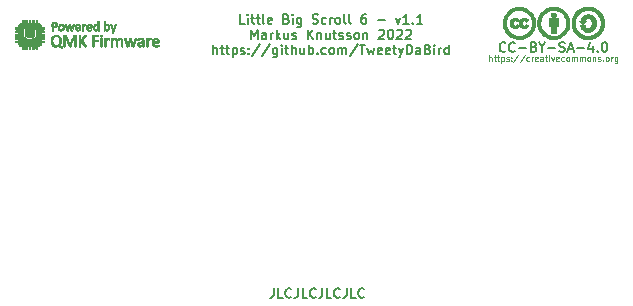
<source format=gto>
%TF.GenerationSoftware,KiCad,Pcbnew,(6.0.1)*%
%TF.CreationDate,2022-02-26T21:44:39+01:00*%
%TF.ProjectId,LBS6_Front_Plate,4c425336-5f46-4726-9f6e-745f506c6174,v1.1*%
%TF.SameCoordinates,Original*%
%TF.FileFunction,Legend,Top*%
%TF.FilePolarity,Positive*%
%FSLAX46Y46*%
G04 Gerber Fmt 4.6, Leading zero omitted, Abs format (unit mm)*
G04 Created by KiCad (PCBNEW (6.0.1)) date 2022-02-26 21:44:39*
%MOMM*%
%LPD*%
G01*
G04 APERTURE LIST*
%ADD10C,0.150000*%
%ADD11C,0.100000*%
%ADD12C,0.010000*%
%ADD13C,1.000000*%
%ADD14C,2.500000*%
G04 APERTURE END LIST*
D10*
X106314761Y-112161904D02*
X106314761Y-112733333D01*
X106276666Y-112847619D01*
X106200476Y-112923809D01*
X106086190Y-112961904D01*
X106010000Y-112961904D01*
X107076666Y-112961904D02*
X106695714Y-112961904D01*
X106695714Y-112161904D01*
X107800476Y-112885714D02*
X107762380Y-112923809D01*
X107648095Y-112961904D01*
X107571904Y-112961904D01*
X107457619Y-112923809D01*
X107381428Y-112847619D01*
X107343333Y-112771428D01*
X107305238Y-112619047D01*
X107305238Y-112504761D01*
X107343333Y-112352380D01*
X107381428Y-112276190D01*
X107457619Y-112200000D01*
X107571904Y-112161904D01*
X107648095Y-112161904D01*
X107762380Y-112200000D01*
X107800476Y-112238095D01*
X108371904Y-112161904D02*
X108371904Y-112733333D01*
X108333809Y-112847619D01*
X108257619Y-112923809D01*
X108143333Y-112961904D01*
X108067142Y-112961904D01*
X109133809Y-112961904D02*
X108752857Y-112961904D01*
X108752857Y-112161904D01*
X109857619Y-112885714D02*
X109819523Y-112923809D01*
X109705238Y-112961904D01*
X109629047Y-112961904D01*
X109514761Y-112923809D01*
X109438571Y-112847619D01*
X109400476Y-112771428D01*
X109362380Y-112619047D01*
X109362380Y-112504761D01*
X109400476Y-112352380D01*
X109438571Y-112276190D01*
X109514761Y-112200000D01*
X109629047Y-112161904D01*
X109705238Y-112161904D01*
X109819523Y-112200000D01*
X109857619Y-112238095D01*
X110429047Y-112161904D02*
X110429047Y-112733333D01*
X110390952Y-112847619D01*
X110314761Y-112923809D01*
X110200476Y-112961904D01*
X110124285Y-112961904D01*
X111190952Y-112961904D02*
X110810000Y-112961904D01*
X110810000Y-112161904D01*
X111914761Y-112885714D02*
X111876666Y-112923809D01*
X111762380Y-112961904D01*
X111686190Y-112961904D01*
X111571904Y-112923809D01*
X111495714Y-112847619D01*
X111457619Y-112771428D01*
X111419523Y-112619047D01*
X111419523Y-112504761D01*
X111457619Y-112352380D01*
X111495714Y-112276190D01*
X111571904Y-112200000D01*
X111686190Y-112161904D01*
X111762380Y-112161904D01*
X111876666Y-112200000D01*
X111914761Y-112238095D01*
X112486190Y-112161904D02*
X112486190Y-112733333D01*
X112448095Y-112847619D01*
X112371904Y-112923809D01*
X112257619Y-112961904D01*
X112181428Y-112961904D01*
X113248095Y-112961904D02*
X112867142Y-112961904D01*
X112867142Y-112161904D01*
X113971904Y-112885714D02*
X113933809Y-112923809D01*
X113819523Y-112961904D01*
X113743333Y-112961904D01*
X113629047Y-112923809D01*
X113552857Y-112847619D01*
X113514761Y-112771428D01*
X113476666Y-112619047D01*
X113476666Y-112504761D01*
X113514761Y-112352380D01*
X113552857Y-112276190D01*
X113629047Y-112200000D01*
X113743333Y-112161904D01*
X113819523Y-112161904D01*
X113933809Y-112200000D01*
X113971904Y-112238095D01*
X103845714Y-89763904D02*
X103464761Y-89763904D01*
X103464761Y-88963904D01*
X104112380Y-89763904D02*
X104112380Y-89230571D01*
X104112380Y-88963904D02*
X104074285Y-89002000D01*
X104112380Y-89040095D01*
X104150476Y-89002000D01*
X104112380Y-88963904D01*
X104112380Y-89040095D01*
X104379047Y-89230571D02*
X104683809Y-89230571D01*
X104493333Y-88963904D02*
X104493333Y-89649619D01*
X104531428Y-89725809D01*
X104607619Y-89763904D01*
X104683809Y-89763904D01*
X104836190Y-89230571D02*
X105140952Y-89230571D01*
X104950476Y-88963904D02*
X104950476Y-89649619D01*
X104988571Y-89725809D01*
X105064761Y-89763904D01*
X105140952Y-89763904D01*
X105521904Y-89763904D02*
X105445714Y-89725809D01*
X105407619Y-89649619D01*
X105407619Y-88963904D01*
X106131428Y-89725809D02*
X106055238Y-89763904D01*
X105902857Y-89763904D01*
X105826666Y-89725809D01*
X105788571Y-89649619D01*
X105788571Y-89344857D01*
X105826666Y-89268666D01*
X105902857Y-89230571D01*
X106055238Y-89230571D01*
X106131428Y-89268666D01*
X106169523Y-89344857D01*
X106169523Y-89421047D01*
X105788571Y-89497238D01*
X107388571Y-89344857D02*
X107502857Y-89382952D01*
X107540952Y-89421047D01*
X107579047Y-89497238D01*
X107579047Y-89611523D01*
X107540952Y-89687714D01*
X107502857Y-89725809D01*
X107426666Y-89763904D01*
X107121904Y-89763904D01*
X107121904Y-88963904D01*
X107388571Y-88963904D01*
X107464761Y-89002000D01*
X107502857Y-89040095D01*
X107540952Y-89116285D01*
X107540952Y-89192476D01*
X107502857Y-89268666D01*
X107464761Y-89306761D01*
X107388571Y-89344857D01*
X107121904Y-89344857D01*
X107921904Y-89763904D02*
X107921904Y-89230571D01*
X107921904Y-88963904D02*
X107883809Y-89002000D01*
X107921904Y-89040095D01*
X107960000Y-89002000D01*
X107921904Y-88963904D01*
X107921904Y-89040095D01*
X108645714Y-89230571D02*
X108645714Y-89878190D01*
X108607619Y-89954380D01*
X108569523Y-89992476D01*
X108493333Y-90030571D01*
X108379047Y-90030571D01*
X108302857Y-89992476D01*
X108645714Y-89725809D02*
X108569523Y-89763904D01*
X108417142Y-89763904D01*
X108340952Y-89725809D01*
X108302857Y-89687714D01*
X108264761Y-89611523D01*
X108264761Y-89382952D01*
X108302857Y-89306761D01*
X108340952Y-89268666D01*
X108417142Y-89230571D01*
X108569523Y-89230571D01*
X108645714Y-89268666D01*
X109598095Y-89725809D02*
X109712380Y-89763904D01*
X109902857Y-89763904D01*
X109979047Y-89725809D01*
X110017142Y-89687714D01*
X110055238Y-89611523D01*
X110055238Y-89535333D01*
X110017142Y-89459142D01*
X109979047Y-89421047D01*
X109902857Y-89382952D01*
X109750476Y-89344857D01*
X109674285Y-89306761D01*
X109636190Y-89268666D01*
X109598095Y-89192476D01*
X109598095Y-89116285D01*
X109636190Y-89040095D01*
X109674285Y-89002000D01*
X109750476Y-88963904D01*
X109940952Y-88963904D01*
X110055238Y-89002000D01*
X110740952Y-89725809D02*
X110664761Y-89763904D01*
X110512380Y-89763904D01*
X110436190Y-89725809D01*
X110398095Y-89687714D01*
X110360000Y-89611523D01*
X110360000Y-89382952D01*
X110398095Y-89306761D01*
X110436190Y-89268666D01*
X110512380Y-89230571D01*
X110664761Y-89230571D01*
X110740952Y-89268666D01*
X111083809Y-89763904D02*
X111083809Y-89230571D01*
X111083809Y-89382952D02*
X111121904Y-89306761D01*
X111160000Y-89268666D01*
X111236190Y-89230571D01*
X111312380Y-89230571D01*
X111693333Y-89763904D02*
X111617142Y-89725809D01*
X111579047Y-89687714D01*
X111540952Y-89611523D01*
X111540952Y-89382952D01*
X111579047Y-89306761D01*
X111617142Y-89268666D01*
X111693333Y-89230571D01*
X111807619Y-89230571D01*
X111883809Y-89268666D01*
X111921904Y-89306761D01*
X111960000Y-89382952D01*
X111960000Y-89611523D01*
X111921904Y-89687714D01*
X111883809Y-89725809D01*
X111807619Y-89763904D01*
X111693333Y-89763904D01*
X112417142Y-89763904D02*
X112340952Y-89725809D01*
X112302857Y-89649619D01*
X112302857Y-88963904D01*
X112836190Y-89763904D02*
X112760000Y-89725809D01*
X112721904Y-89649619D01*
X112721904Y-88963904D01*
X114093333Y-88963904D02*
X113940952Y-88963904D01*
X113864761Y-89002000D01*
X113826666Y-89040095D01*
X113750476Y-89154380D01*
X113712380Y-89306761D01*
X113712380Y-89611523D01*
X113750476Y-89687714D01*
X113788571Y-89725809D01*
X113864761Y-89763904D01*
X114017142Y-89763904D01*
X114093333Y-89725809D01*
X114131428Y-89687714D01*
X114169523Y-89611523D01*
X114169523Y-89421047D01*
X114131428Y-89344857D01*
X114093333Y-89306761D01*
X114017142Y-89268666D01*
X113864761Y-89268666D01*
X113788571Y-89306761D01*
X113750476Y-89344857D01*
X113712380Y-89421047D01*
X115121904Y-89459142D02*
X115731428Y-89459142D01*
X116645714Y-89230571D02*
X116836190Y-89763904D01*
X117026666Y-89230571D01*
X117750476Y-89763904D02*
X117293333Y-89763904D01*
X117521904Y-89763904D02*
X117521904Y-88963904D01*
X117445714Y-89078190D01*
X117369523Y-89154380D01*
X117293333Y-89192476D01*
X118093333Y-89687714D02*
X118131428Y-89725809D01*
X118093333Y-89763904D01*
X118055238Y-89725809D01*
X118093333Y-89687714D01*
X118093333Y-89763904D01*
X118893333Y-89763904D02*
X118436190Y-89763904D01*
X118664761Y-89763904D02*
X118664761Y-88963904D01*
X118588571Y-89078190D01*
X118512380Y-89154380D01*
X118436190Y-89192476D01*
X104417142Y-91051904D02*
X104417142Y-90251904D01*
X104683809Y-90823333D01*
X104950476Y-90251904D01*
X104950476Y-91051904D01*
X105674285Y-91051904D02*
X105674285Y-90632857D01*
X105636190Y-90556666D01*
X105560000Y-90518571D01*
X105407619Y-90518571D01*
X105331428Y-90556666D01*
X105674285Y-91013809D02*
X105598095Y-91051904D01*
X105407619Y-91051904D01*
X105331428Y-91013809D01*
X105293333Y-90937619D01*
X105293333Y-90861428D01*
X105331428Y-90785238D01*
X105407619Y-90747142D01*
X105598095Y-90747142D01*
X105674285Y-90709047D01*
X106055238Y-91051904D02*
X106055238Y-90518571D01*
X106055238Y-90670952D02*
X106093333Y-90594761D01*
X106131428Y-90556666D01*
X106207619Y-90518571D01*
X106283809Y-90518571D01*
X106550476Y-91051904D02*
X106550476Y-90251904D01*
X106626666Y-90747142D02*
X106855238Y-91051904D01*
X106855238Y-90518571D02*
X106550476Y-90823333D01*
X107540952Y-90518571D02*
X107540952Y-91051904D01*
X107198095Y-90518571D02*
X107198095Y-90937619D01*
X107236190Y-91013809D01*
X107312380Y-91051904D01*
X107426666Y-91051904D01*
X107502857Y-91013809D01*
X107540952Y-90975714D01*
X107883809Y-91013809D02*
X107960000Y-91051904D01*
X108112380Y-91051904D01*
X108188571Y-91013809D01*
X108226666Y-90937619D01*
X108226666Y-90899523D01*
X108188571Y-90823333D01*
X108112380Y-90785238D01*
X107998095Y-90785238D01*
X107921904Y-90747142D01*
X107883809Y-90670952D01*
X107883809Y-90632857D01*
X107921904Y-90556666D01*
X107998095Y-90518571D01*
X108112380Y-90518571D01*
X108188571Y-90556666D01*
X109179047Y-91051904D02*
X109179047Y-90251904D01*
X109636190Y-91051904D02*
X109293333Y-90594761D01*
X109636190Y-90251904D02*
X109179047Y-90709047D01*
X109979047Y-90518571D02*
X109979047Y-91051904D01*
X109979047Y-90594761D02*
X110017142Y-90556666D01*
X110093333Y-90518571D01*
X110207619Y-90518571D01*
X110283809Y-90556666D01*
X110321904Y-90632857D01*
X110321904Y-91051904D01*
X111045714Y-90518571D02*
X111045714Y-91051904D01*
X110702857Y-90518571D02*
X110702857Y-90937619D01*
X110740952Y-91013809D01*
X110817142Y-91051904D01*
X110931428Y-91051904D01*
X111007619Y-91013809D01*
X111045714Y-90975714D01*
X111312380Y-90518571D02*
X111617142Y-90518571D01*
X111426666Y-90251904D02*
X111426666Y-90937619D01*
X111464761Y-91013809D01*
X111540952Y-91051904D01*
X111617142Y-91051904D01*
X111845714Y-91013809D02*
X111921904Y-91051904D01*
X112074285Y-91051904D01*
X112150476Y-91013809D01*
X112188571Y-90937619D01*
X112188571Y-90899523D01*
X112150476Y-90823333D01*
X112074285Y-90785238D01*
X111960000Y-90785238D01*
X111883809Y-90747142D01*
X111845714Y-90670952D01*
X111845714Y-90632857D01*
X111883809Y-90556666D01*
X111960000Y-90518571D01*
X112074285Y-90518571D01*
X112150476Y-90556666D01*
X112493333Y-91013809D02*
X112569523Y-91051904D01*
X112721904Y-91051904D01*
X112798095Y-91013809D01*
X112836190Y-90937619D01*
X112836190Y-90899523D01*
X112798095Y-90823333D01*
X112721904Y-90785238D01*
X112607619Y-90785238D01*
X112531428Y-90747142D01*
X112493333Y-90670952D01*
X112493333Y-90632857D01*
X112531428Y-90556666D01*
X112607619Y-90518571D01*
X112721904Y-90518571D01*
X112798095Y-90556666D01*
X113293333Y-91051904D02*
X113217142Y-91013809D01*
X113179047Y-90975714D01*
X113140952Y-90899523D01*
X113140952Y-90670952D01*
X113179047Y-90594761D01*
X113217142Y-90556666D01*
X113293333Y-90518571D01*
X113407619Y-90518571D01*
X113483809Y-90556666D01*
X113521904Y-90594761D01*
X113560000Y-90670952D01*
X113560000Y-90899523D01*
X113521904Y-90975714D01*
X113483809Y-91013809D01*
X113407619Y-91051904D01*
X113293333Y-91051904D01*
X113902857Y-90518571D02*
X113902857Y-91051904D01*
X113902857Y-90594761D02*
X113940952Y-90556666D01*
X114017142Y-90518571D01*
X114131428Y-90518571D01*
X114207619Y-90556666D01*
X114245714Y-90632857D01*
X114245714Y-91051904D01*
X115198095Y-90328095D02*
X115236190Y-90290000D01*
X115312380Y-90251904D01*
X115502857Y-90251904D01*
X115579047Y-90290000D01*
X115617142Y-90328095D01*
X115655238Y-90404285D01*
X115655238Y-90480476D01*
X115617142Y-90594761D01*
X115160000Y-91051904D01*
X115655238Y-91051904D01*
X116150476Y-90251904D02*
X116226666Y-90251904D01*
X116302857Y-90290000D01*
X116340952Y-90328095D01*
X116379047Y-90404285D01*
X116417142Y-90556666D01*
X116417142Y-90747142D01*
X116379047Y-90899523D01*
X116340952Y-90975714D01*
X116302857Y-91013809D01*
X116226666Y-91051904D01*
X116150476Y-91051904D01*
X116074285Y-91013809D01*
X116036190Y-90975714D01*
X115998095Y-90899523D01*
X115960000Y-90747142D01*
X115960000Y-90556666D01*
X115998095Y-90404285D01*
X116036190Y-90328095D01*
X116074285Y-90290000D01*
X116150476Y-90251904D01*
X116721904Y-90328095D02*
X116760000Y-90290000D01*
X116836190Y-90251904D01*
X117026666Y-90251904D01*
X117102857Y-90290000D01*
X117140952Y-90328095D01*
X117179047Y-90404285D01*
X117179047Y-90480476D01*
X117140952Y-90594761D01*
X116683809Y-91051904D01*
X117179047Y-91051904D01*
X117483809Y-90328095D02*
X117521904Y-90290000D01*
X117598095Y-90251904D01*
X117788571Y-90251904D01*
X117864761Y-90290000D01*
X117902857Y-90328095D01*
X117940952Y-90404285D01*
X117940952Y-90480476D01*
X117902857Y-90594761D01*
X117445714Y-91051904D01*
X117940952Y-91051904D01*
X101198095Y-92339904D02*
X101198095Y-91539904D01*
X101540952Y-92339904D02*
X101540952Y-91920857D01*
X101502857Y-91844666D01*
X101426666Y-91806571D01*
X101312380Y-91806571D01*
X101236190Y-91844666D01*
X101198095Y-91882761D01*
X101807619Y-91806571D02*
X102112380Y-91806571D01*
X101921904Y-91539904D02*
X101921904Y-92225619D01*
X101960000Y-92301809D01*
X102036190Y-92339904D01*
X102112380Y-92339904D01*
X102264761Y-91806571D02*
X102569523Y-91806571D01*
X102379047Y-91539904D02*
X102379047Y-92225619D01*
X102417142Y-92301809D01*
X102493333Y-92339904D01*
X102569523Y-92339904D01*
X102836190Y-91806571D02*
X102836190Y-92606571D01*
X102836190Y-91844666D02*
X102912380Y-91806571D01*
X103064761Y-91806571D01*
X103140952Y-91844666D01*
X103179047Y-91882761D01*
X103217142Y-91958952D01*
X103217142Y-92187523D01*
X103179047Y-92263714D01*
X103140952Y-92301809D01*
X103064761Y-92339904D01*
X102912380Y-92339904D01*
X102836190Y-92301809D01*
X103521904Y-92301809D02*
X103598095Y-92339904D01*
X103750476Y-92339904D01*
X103826666Y-92301809D01*
X103864761Y-92225619D01*
X103864761Y-92187523D01*
X103826666Y-92111333D01*
X103750476Y-92073238D01*
X103636190Y-92073238D01*
X103560000Y-92035142D01*
X103521904Y-91958952D01*
X103521904Y-91920857D01*
X103560000Y-91844666D01*
X103636190Y-91806571D01*
X103750476Y-91806571D01*
X103826666Y-91844666D01*
X104207619Y-92263714D02*
X104245714Y-92301809D01*
X104207619Y-92339904D01*
X104169523Y-92301809D01*
X104207619Y-92263714D01*
X104207619Y-92339904D01*
X104207619Y-91844666D02*
X104245714Y-91882761D01*
X104207619Y-91920857D01*
X104169523Y-91882761D01*
X104207619Y-91844666D01*
X104207619Y-91920857D01*
X105160000Y-91501809D02*
X104474285Y-92530380D01*
X105998095Y-91501809D02*
X105312380Y-92530380D01*
X106607619Y-91806571D02*
X106607619Y-92454190D01*
X106569523Y-92530380D01*
X106531428Y-92568476D01*
X106455238Y-92606571D01*
X106340952Y-92606571D01*
X106264761Y-92568476D01*
X106607619Y-92301809D02*
X106531428Y-92339904D01*
X106379047Y-92339904D01*
X106302857Y-92301809D01*
X106264761Y-92263714D01*
X106226666Y-92187523D01*
X106226666Y-91958952D01*
X106264761Y-91882761D01*
X106302857Y-91844666D01*
X106379047Y-91806571D01*
X106531428Y-91806571D01*
X106607619Y-91844666D01*
X106988571Y-92339904D02*
X106988571Y-91806571D01*
X106988571Y-91539904D02*
X106950476Y-91578000D01*
X106988571Y-91616095D01*
X107026666Y-91578000D01*
X106988571Y-91539904D01*
X106988571Y-91616095D01*
X107255238Y-91806571D02*
X107560000Y-91806571D01*
X107369523Y-91539904D02*
X107369523Y-92225619D01*
X107407619Y-92301809D01*
X107483809Y-92339904D01*
X107560000Y-92339904D01*
X107826666Y-92339904D02*
X107826666Y-91539904D01*
X108169523Y-92339904D02*
X108169523Y-91920857D01*
X108131428Y-91844666D01*
X108055238Y-91806571D01*
X107940952Y-91806571D01*
X107864761Y-91844666D01*
X107826666Y-91882761D01*
X108893333Y-91806571D02*
X108893333Y-92339904D01*
X108550476Y-91806571D02*
X108550476Y-92225619D01*
X108588571Y-92301809D01*
X108664761Y-92339904D01*
X108779047Y-92339904D01*
X108855238Y-92301809D01*
X108893333Y-92263714D01*
X109274285Y-92339904D02*
X109274285Y-91539904D01*
X109274285Y-91844666D02*
X109350476Y-91806571D01*
X109502857Y-91806571D01*
X109579047Y-91844666D01*
X109617142Y-91882761D01*
X109655238Y-91958952D01*
X109655238Y-92187523D01*
X109617142Y-92263714D01*
X109579047Y-92301809D01*
X109502857Y-92339904D01*
X109350476Y-92339904D01*
X109274285Y-92301809D01*
X109998095Y-92263714D02*
X110036190Y-92301809D01*
X109998095Y-92339904D01*
X109960000Y-92301809D01*
X109998095Y-92263714D01*
X109998095Y-92339904D01*
X110721904Y-92301809D02*
X110645714Y-92339904D01*
X110493333Y-92339904D01*
X110417142Y-92301809D01*
X110379047Y-92263714D01*
X110340952Y-92187523D01*
X110340952Y-91958952D01*
X110379047Y-91882761D01*
X110417142Y-91844666D01*
X110493333Y-91806571D01*
X110645714Y-91806571D01*
X110721904Y-91844666D01*
X111179047Y-92339904D02*
X111102857Y-92301809D01*
X111064761Y-92263714D01*
X111026666Y-92187523D01*
X111026666Y-91958952D01*
X111064761Y-91882761D01*
X111102857Y-91844666D01*
X111179047Y-91806571D01*
X111293333Y-91806571D01*
X111369523Y-91844666D01*
X111407619Y-91882761D01*
X111445714Y-91958952D01*
X111445714Y-92187523D01*
X111407619Y-92263714D01*
X111369523Y-92301809D01*
X111293333Y-92339904D01*
X111179047Y-92339904D01*
X111788571Y-92339904D02*
X111788571Y-91806571D01*
X111788571Y-91882761D02*
X111826666Y-91844666D01*
X111902857Y-91806571D01*
X112017142Y-91806571D01*
X112093333Y-91844666D01*
X112131428Y-91920857D01*
X112131428Y-92339904D01*
X112131428Y-91920857D02*
X112169523Y-91844666D01*
X112245714Y-91806571D01*
X112360000Y-91806571D01*
X112436190Y-91844666D01*
X112474285Y-91920857D01*
X112474285Y-92339904D01*
X113426666Y-91501809D02*
X112740952Y-92530380D01*
X113579047Y-91539904D02*
X114036190Y-91539904D01*
X113807619Y-92339904D02*
X113807619Y-91539904D01*
X114226666Y-91806571D02*
X114379047Y-92339904D01*
X114531428Y-91958952D01*
X114683809Y-92339904D01*
X114836190Y-91806571D01*
X115445714Y-92301809D02*
X115369523Y-92339904D01*
X115217142Y-92339904D01*
X115140952Y-92301809D01*
X115102857Y-92225619D01*
X115102857Y-91920857D01*
X115140952Y-91844666D01*
X115217142Y-91806571D01*
X115369523Y-91806571D01*
X115445714Y-91844666D01*
X115483809Y-91920857D01*
X115483809Y-91997047D01*
X115102857Y-92073238D01*
X116131428Y-92301809D02*
X116055238Y-92339904D01*
X115902857Y-92339904D01*
X115826666Y-92301809D01*
X115788571Y-92225619D01*
X115788571Y-91920857D01*
X115826666Y-91844666D01*
X115902857Y-91806571D01*
X116055238Y-91806571D01*
X116131428Y-91844666D01*
X116169523Y-91920857D01*
X116169523Y-91997047D01*
X115788571Y-92073238D01*
X116398095Y-91806571D02*
X116702857Y-91806571D01*
X116512380Y-91539904D02*
X116512380Y-92225619D01*
X116550476Y-92301809D01*
X116626666Y-92339904D01*
X116702857Y-92339904D01*
X116893333Y-91806571D02*
X117083809Y-92339904D01*
X117274285Y-91806571D02*
X117083809Y-92339904D01*
X117007619Y-92530380D01*
X116969523Y-92568476D01*
X116893333Y-92606571D01*
X117579047Y-92339904D02*
X117579047Y-91539904D01*
X117769523Y-91539904D01*
X117883809Y-91578000D01*
X117960000Y-91654190D01*
X117998095Y-91730380D01*
X118036190Y-91882761D01*
X118036190Y-91997047D01*
X117998095Y-92149428D01*
X117960000Y-92225619D01*
X117883809Y-92301809D01*
X117769523Y-92339904D01*
X117579047Y-92339904D01*
X118721904Y-92339904D02*
X118721904Y-91920857D01*
X118683809Y-91844666D01*
X118607619Y-91806571D01*
X118455238Y-91806571D01*
X118379047Y-91844666D01*
X118721904Y-92301809D02*
X118645714Y-92339904D01*
X118455238Y-92339904D01*
X118379047Y-92301809D01*
X118340952Y-92225619D01*
X118340952Y-92149428D01*
X118379047Y-92073238D01*
X118455238Y-92035142D01*
X118645714Y-92035142D01*
X118721904Y-91997047D01*
X119369523Y-91920857D02*
X119483809Y-91958952D01*
X119521904Y-91997047D01*
X119560000Y-92073238D01*
X119560000Y-92187523D01*
X119521904Y-92263714D01*
X119483809Y-92301809D01*
X119407619Y-92339904D01*
X119102857Y-92339904D01*
X119102857Y-91539904D01*
X119369523Y-91539904D01*
X119445714Y-91578000D01*
X119483809Y-91616095D01*
X119521904Y-91692285D01*
X119521904Y-91768476D01*
X119483809Y-91844666D01*
X119445714Y-91882761D01*
X119369523Y-91920857D01*
X119102857Y-91920857D01*
X119902857Y-92339904D02*
X119902857Y-91806571D01*
X119902857Y-91539904D02*
X119864761Y-91578000D01*
X119902857Y-91616095D01*
X119940952Y-91578000D01*
X119902857Y-91539904D01*
X119902857Y-91616095D01*
X120283809Y-92339904D02*
X120283809Y-91806571D01*
X120283809Y-91958952D02*
X120321904Y-91882761D01*
X120360000Y-91844666D01*
X120436190Y-91806571D01*
X120512380Y-91806571D01*
X121121904Y-92339904D02*
X121121904Y-91539904D01*
X121121904Y-92301809D02*
X121045714Y-92339904D01*
X120893333Y-92339904D01*
X120817142Y-92301809D01*
X120779047Y-92263714D01*
X120740952Y-92187523D01*
X120740952Y-91958952D01*
X120779047Y-91882761D01*
X120817142Y-91844666D01*
X120893333Y-91806571D01*
X121045714Y-91806571D01*
X121121904Y-91844666D01*
X125928260Y-92062439D02*
X125890164Y-92100534D01*
X125775879Y-92138629D01*
X125699688Y-92138629D01*
X125585403Y-92100534D01*
X125509212Y-92024344D01*
X125471117Y-91948153D01*
X125433022Y-91795772D01*
X125433022Y-91681486D01*
X125471117Y-91529105D01*
X125509212Y-91452915D01*
X125585403Y-91376725D01*
X125699688Y-91338629D01*
X125775879Y-91338629D01*
X125890164Y-91376725D01*
X125928260Y-91414820D01*
X126728260Y-92062439D02*
X126690164Y-92100534D01*
X126575879Y-92138629D01*
X126499688Y-92138629D01*
X126385403Y-92100534D01*
X126309212Y-92024344D01*
X126271117Y-91948153D01*
X126233022Y-91795772D01*
X126233022Y-91681486D01*
X126271117Y-91529105D01*
X126309212Y-91452915D01*
X126385403Y-91376725D01*
X126499688Y-91338629D01*
X126575879Y-91338629D01*
X126690164Y-91376725D01*
X126728260Y-91414820D01*
X127071117Y-91833867D02*
X127680641Y-91833867D01*
X128328260Y-91719582D02*
X128442545Y-91757677D01*
X128480641Y-91795772D01*
X128518736Y-91871963D01*
X128518736Y-91986248D01*
X128480641Y-92062439D01*
X128442545Y-92100534D01*
X128366355Y-92138629D01*
X128061593Y-92138629D01*
X128061593Y-91338629D01*
X128328260Y-91338629D01*
X128404450Y-91376725D01*
X128442545Y-91414820D01*
X128480641Y-91491010D01*
X128480641Y-91567201D01*
X128442545Y-91643391D01*
X128404450Y-91681486D01*
X128328260Y-91719582D01*
X128061593Y-91719582D01*
X129013974Y-91757677D02*
X129013974Y-92138629D01*
X128747307Y-91338629D02*
X129013974Y-91757677D01*
X129280641Y-91338629D01*
X129547307Y-91833867D02*
X130156831Y-91833867D01*
X130499688Y-92100534D02*
X130613974Y-92138629D01*
X130804450Y-92138629D01*
X130880641Y-92100534D01*
X130918736Y-92062439D01*
X130956831Y-91986248D01*
X130956831Y-91910058D01*
X130918736Y-91833867D01*
X130880641Y-91795772D01*
X130804450Y-91757677D01*
X130652069Y-91719582D01*
X130575879Y-91681486D01*
X130537783Y-91643391D01*
X130499688Y-91567201D01*
X130499688Y-91491010D01*
X130537783Y-91414820D01*
X130575879Y-91376725D01*
X130652069Y-91338629D01*
X130842545Y-91338629D01*
X130956831Y-91376725D01*
X131261593Y-91910058D02*
X131642545Y-91910058D01*
X131185403Y-92138629D02*
X131452069Y-91338629D01*
X131718736Y-92138629D01*
X131985403Y-91833867D02*
X132594926Y-91833867D01*
X133318736Y-91605296D02*
X133318736Y-92138629D01*
X133128260Y-91300534D02*
X132937783Y-91871963D01*
X133433022Y-91871963D01*
X133737783Y-92062439D02*
X133775879Y-92100534D01*
X133737783Y-92138629D01*
X133699688Y-92100534D01*
X133737783Y-92062439D01*
X133737783Y-92138629D01*
X134271117Y-91338629D02*
X134347307Y-91338629D01*
X134423498Y-91376725D01*
X134461593Y-91414820D01*
X134499688Y-91491010D01*
X134537783Y-91643391D01*
X134537783Y-91833867D01*
X134499688Y-91986248D01*
X134461593Y-92062439D01*
X134423498Y-92100534D01*
X134347307Y-92138629D01*
X134271117Y-92138629D01*
X134194926Y-92100534D01*
X134156831Y-92062439D01*
X134118736Y-91986248D01*
X134080641Y-91833867D01*
X134080641Y-91643391D01*
X134118736Y-91491010D01*
X134156831Y-91414820D01*
X134194926Y-91376725D01*
X134271117Y-91338629D01*
D11*
X124556831Y-92912915D02*
X124556831Y-92412915D01*
X124771117Y-92912915D02*
X124771117Y-92651010D01*
X124747307Y-92603391D01*
X124699688Y-92579582D01*
X124628260Y-92579582D01*
X124580641Y-92603391D01*
X124556831Y-92627201D01*
X124937783Y-92579582D02*
X125128260Y-92579582D01*
X125009212Y-92412915D02*
X125009212Y-92841486D01*
X125033022Y-92889105D01*
X125080641Y-92912915D01*
X125128260Y-92912915D01*
X125223498Y-92579582D02*
X125413974Y-92579582D01*
X125294926Y-92412915D02*
X125294926Y-92841486D01*
X125318736Y-92889105D01*
X125366355Y-92912915D01*
X125413974Y-92912915D01*
X125580641Y-92579582D02*
X125580641Y-93079582D01*
X125580641Y-92603391D02*
X125628260Y-92579582D01*
X125723498Y-92579582D01*
X125771117Y-92603391D01*
X125794926Y-92627201D01*
X125818736Y-92674820D01*
X125818736Y-92817677D01*
X125794926Y-92865296D01*
X125771117Y-92889105D01*
X125723498Y-92912915D01*
X125628260Y-92912915D01*
X125580641Y-92889105D01*
X126009212Y-92889105D02*
X126056831Y-92912915D01*
X126152069Y-92912915D01*
X126199688Y-92889105D01*
X126223498Y-92841486D01*
X126223498Y-92817677D01*
X126199688Y-92770058D01*
X126152069Y-92746248D01*
X126080641Y-92746248D01*
X126033022Y-92722439D01*
X126009212Y-92674820D01*
X126009212Y-92651010D01*
X126033022Y-92603391D01*
X126080641Y-92579582D01*
X126152069Y-92579582D01*
X126199688Y-92603391D01*
X126437783Y-92865296D02*
X126461593Y-92889105D01*
X126437783Y-92912915D01*
X126413974Y-92889105D01*
X126437783Y-92865296D01*
X126437783Y-92912915D01*
X126437783Y-92603391D02*
X126461593Y-92627201D01*
X126437783Y-92651010D01*
X126413974Y-92627201D01*
X126437783Y-92603391D01*
X126437783Y-92651010D01*
X127033022Y-92389105D02*
X126604450Y-93031963D01*
X127556831Y-92389105D02*
X127128260Y-93031963D01*
X127937783Y-92889105D02*
X127890164Y-92912915D01*
X127794926Y-92912915D01*
X127747307Y-92889105D01*
X127723498Y-92865296D01*
X127699688Y-92817677D01*
X127699688Y-92674820D01*
X127723498Y-92627201D01*
X127747307Y-92603391D01*
X127794926Y-92579582D01*
X127890164Y-92579582D01*
X127937783Y-92603391D01*
X128152069Y-92912915D02*
X128152069Y-92579582D01*
X128152069Y-92674820D02*
X128175879Y-92627201D01*
X128199688Y-92603391D01*
X128247307Y-92579582D01*
X128294926Y-92579582D01*
X128652069Y-92889105D02*
X128604450Y-92912915D01*
X128509212Y-92912915D01*
X128461593Y-92889105D01*
X128437783Y-92841486D01*
X128437783Y-92651010D01*
X128461593Y-92603391D01*
X128509212Y-92579582D01*
X128604450Y-92579582D01*
X128652069Y-92603391D01*
X128675879Y-92651010D01*
X128675879Y-92698629D01*
X128437783Y-92746248D01*
X129104450Y-92912915D02*
X129104450Y-92651010D01*
X129080641Y-92603391D01*
X129033022Y-92579582D01*
X128937783Y-92579582D01*
X128890164Y-92603391D01*
X129104450Y-92889105D02*
X129056831Y-92912915D01*
X128937783Y-92912915D01*
X128890164Y-92889105D01*
X128866355Y-92841486D01*
X128866355Y-92793867D01*
X128890164Y-92746248D01*
X128937783Y-92722439D01*
X129056831Y-92722439D01*
X129104450Y-92698629D01*
X129271117Y-92579582D02*
X129461593Y-92579582D01*
X129342545Y-92412915D02*
X129342545Y-92841486D01*
X129366355Y-92889105D01*
X129413974Y-92912915D01*
X129461593Y-92912915D01*
X129628260Y-92912915D02*
X129628260Y-92579582D01*
X129628260Y-92412915D02*
X129604450Y-92436725D01*
X129628260Y-92460534D01*
X129652069Y-92436725D01*
X129628260Y-92412915D01*
X129628260Y-92460534D01*
X129818736Y-92579582D02*
X129937783Y-92912915D01*
X130056831Y-92579582D01*
X130437783Y-92889105D02*
X130390164Y-92912915D01*
X130294926Y-92912915D01*
X130247307Y-92889105D01*
X130223498Y-92841486D01*
X130223498Y-92651010D01*
X130247307Y-92603391D01*
X130294926Y-92579582D01*
X130390164Y-92579582D01*
X130437783Y-92603391D01*
X130461593Y-92651010D01*
X130461593Y-92698629D01*
X130223498Y-92746248D01*
X130890164Y-92889105D02*
X130842545Y-92912915D01*
X130747307Y-92912915D01*
X130699688Y-92889105D01*
X130675879Y-92865296D01*
X130652069Y-92817677D01*
X130652069Y-92674820D01*
X130675879Y-92627201D01*
X130699688Y-92603391D01*
X130747307Y-92579582D01*
X130842545Y-92579582D01*
X130890164Y-92603391D01*
X131175879Y-92912915D02*
X131128260Y-92889105D01*
X131104450Y-92865296D01*
X131080641Y-92817677D01*
X131080641Y-92674820D01*
X131104450Y-92627201D01*
X131128260Y-92603391D01*
X131175879Y-92579582D01*
X131247307Y-92579582D01*
X131294926Y-92603391D01*
X131318736Y-92627201D01*
X131342545Y-92674820D01*
X131342545Y-92817677D01*
X131318736Y-92865296D01*
X131294926Y-92889105D01*
X131247307Y-92912915D01*
X131175879Y-92912915D01*
X131556831Y-92912915D02*
X131556831Y-92579582D01*
X131556831Y-92627201D02*
X131580641Y-92603391D01*
X131628260Y-92579582D01*
X131699688Y-92579582D01*
X131747307Y-92603391D01*
X131771117Y-92651010D01*
X131771117Y-92912915D01*
X131771117Y-92651010D02*
X131794926Y-92603391D01*
X131842545Y-92579582D01*
X131913974Y-92579582D01*
X131961593Y-92603391D01*
X131985403Y-92651010D01*
X131985403Y-92912915D01*
X132223498Y-92912915D02*
X132223498Y-92579582D01*
X132223498Y-92627201D02*
X132247307Y-92603391D01*
X132294926Y-92579582D01*
X132366355Y-92579582D01*
X132413974Y-92603391D01*
X132437783Y-92651010D01*
X132437783Y-92912915D01*
X132437783Y-92651010D02*
X132461593Y-92603391D01*
X132509212Y-92579582D01*
X132580641Y-92579582D01*
X132628260Y-92603391D01*
X132652069Y-92651010D01*
X132652069Y-92912915D01*
X132961593Y-92912915D02*
X132913974Y-92889105D01*
X132890164Y-92865296D01*
X132866355Y-92817677D01*
X132866355Y-92674820D01*
X132890164Y-92627201D01*
X132913974Y-92603391D01*
X132961593Y-92579582D01*
X133033022Y-92579582D01*
X133080641Y-92603391D01*
X133104450Y-92627201D01*
X133128260Y-92674820D01*
X133128260Y-92817677D01*
X133104450Y-92865296D01*
X133080641Y-92889105D01*
X133033022Y-92912915D01*
X132961593Y-92912915D01*
X133342545Y-92579582D02*
X133342545Y-92912915D01*
X133342545Y-92627201D02*
X133366355Y-92603391D01*
X133413974Y-92579582D01*
X133485403Y-92579582D01*
X133533022Y-92603391D01*
X133556831Y-92651010D01*
X133556831Y-92912915D01*
X133771117Y-92889105D02*
X133818736Y-92912915D01*
X133913974Y-92912915D01*
X133961593Y-92889105D01*
X133985403Y-92841486D01*
X133985403Y-92817677D01*
X133961593Y-92770058D01*
X133913974Y-92746248D01*
X133842545Y-92746248D01*
X133794926Y-92722439D01*
X133771117Y-92674820D01*
X133771117Y-92651010D01*
X133794926Y-92603391D01*
X133842545Y-92579582D01*
X133913974Y-92579582D01*
X133961593Y-92603391D01*
X134199688Y-92865296D02*
X134223498Y-92889105D01*
X134199688Y-92912915D01*
X134175879Y-92889105D01*
X134199688Y-92865296D01*
X134199688Y-92912915D01*
X134509212Y-92912915D02*
X134461593Y-92889105D01*
X134437783Y-92865296D01*
X134413974Y-92817677D01*
X134413974Y-92674820D01*
X134437783Y-92627201D01*
X134461593Y-92603391D01*
X134509212Y-92579582D01*
X134580641Y-92579582D01*
X134628260Y-92603391D01*
X134652069Y-92627201D01*
X134675879Y-92674820D01*
X134675879Y-92817677D01*
X134652069Y-92865296D01*
X134628260Y-92889105D01*
X134580641Y-92912915D01*
X134509212Y-92912915D01*
X134890164Y-92912915D02*
X134890164Y-92579582D01*
X134890164Y-92674820D02*
X134913974Y-92627201D01*
X134937783Y-92603391D01*
X134985403Y-92579582D01*
X135033022Y-92579582D01*
X135413974Y-92579582D02*
X135413974Y-92984344D01*
X135390164Y-93031963D01*
X135366355Y-93055772D01*
X135318736Y-93079582D01*
X135247307Y-93079582D01*
X135199688Y-93055772D01*
X135413974Y-92889105D02*
X135366355Y-92912915D01*
X135271117Y-92912915D01*
X135223498Y-92889105D01*
X135199688Y-92865296D01*
X135175879Y-92817677D01*
X135175879Y-92674820D01*
X135199688Y-92627201D01*
X135223498Y-92603391D01*
X135271117Y-92579582D01*
X135366355Y-92579582D01*
X135413974Y-92603391D01*
D12*
X87930902Y-90700572D02*
X87990281Y-90710178D01*
X87990281Y-90710178D02*
X88075621Y-90739435D01*
X88075621Y-90739435D02*
X88146563Y-90783713D01*
X88146563Y-90783713D02*
X88203283Y-90843262D01*
X88203283Y-90843262D02*
X88245955Y-90918328D01*
X88245955Y-90918328D02*
X88274751Y-91009159D01*
X88274751Y-91009159D02*
X88289848Y-91116003D01*
X88289848Y-91116003D02*
X88291203Y-91138588D01*
X88291203Y-91138588D02*
X88289872Y-91255689D01*
X88289872Y-91255689D02*
X88274471Y-91362148D01*
X88274471Y-91362148D02*
X88245472Y-91455903D01*
X88245472Y-91455903D02*
X88203345Y-91534890D01*
X88203345Y-91534890D02*
X88199445Y-91540477D01*
X88199445Y-91540477D02*
X88178666Y-91569657D01*
X88178666Y-91569657D02*
X88244068Y-91612839D01*
X88244068Y-91612839D02*
X88284795Y-91638820D01*
X88284795Y-91638820D02*
X88326446Y-91663945D01*
X88326446Y-91663945D02*
X88357095Y-91681191D01*
X88357095Y-91681191D02*
X88385327Y-91697388D01*
X88385327Y-91697388D02*
X88399845Y-91712465D01*
X88399845Y-91712465D02*
X88405845Y-91734531D01*
X88405845Y-91734531D02*
X88407873Y-91760448D01*
X88407873Y-91760448D02*
X88407783Y-91796986D01*
X88407783Y-91796986D02*
X88399755Y-91816254D01*
X88399755Y-91816254D02*
X88380207Y-91820915D01*
X88380207Y-91820915D02*
X88345558Y-91813634D01*
X88345558Y-91813634D02*
X88338955Y-91811711D01*
X88338955Y-91811711D02*
X88275203Y-91785793D01*
X88275203Y-91785793D02*
X88202734Y-91743808D01*
X88202734Y-91743808D02*
X88132724Y-91693865D01*
X88132724Y-91693865D02*
X88072396Y-91647276D01*
X88072396Y-91647276D02*
X88006460Y-91669488D01*
X88006460Y-91669488D02*
X87948074Y-91683235D01*
X87948074Y-91683235D02*
X87878461Y-91690692D01*
X87878461Y-91690692D02*
X87806378Y-91691573D01*
X87806378Y-91691573D02*
X87740581Y-91685587D01*
X87740581Y-91685587D02*
X87710218Y-91679256D01*
X87710218Y-91679256D02*
X87628307Y-91647404D01*
X87628307Y-91647404D02*
X87560329Y-91599692D01*
X87560329Y-91599692D02*
X87506265Y-91536092D01*
X87506265Y-91536092D02*
X87466097Y-91456575D01*
X87466097Y-91456575D02*
X87439808Y-91361110D01*
X87439808Y-91361110D02*
X87427381Y-91249668D01*
X87427381Y-91249668D02*
X87426290Y-91203355D01*
X87426290Y-91203355D02*
X87427935Y-91177852D01*
X87427935Y-91177852D02*
X87574646Y-91177852D01*
X87574646Y-91177852D02*
X87576911Y-91252866D01*
X87576911Y-91252866D02*
X87584789Y-91324716D01*
X87584789Y-91324716D02*
X87597948Y-91386168D01*
X87597948Y-91386168D02*
X87604817Y-91406741D01*
X87604817Y-91406741D02*
X87634073Y-91460990D01*
X87634073Y-91460990D02*
X87675408Y-91508834D01*
X87675408Y-91508834D02*
X87723492Y-91545025D01*
X87723492Y-91545025D02*
X87762187Y-91561767D01*
X87762187Y-91561767D02*
X87806875Y-91568844D01*
X87806875Y-91568844D02*
X87860981Y-91569547D01*
X87860981Y-91569547D02*
X87915795Y-91564439D01*
X87915795Y-91564439D02*
X87962604Y-91554083D01*
X87962604Y-91554083D02*
X87978969Y-91547751D01*
X87978969Y-91547751D02*
X88038520Y-91509085D01*
X88038520Y-91509085D02*
X88084622Y-91455700D01*
X88084622Y-91455700D02*
X88117493Y-91387063D01*
X88117493Y-91387063D02*
X88137354Y-91302642D01*
X88137354Y-91302642D02*
X88144423Y-91201905D01*
X88144423Y-91201905D02*
X88143343Y-91147750D01*
X88143343Y-91147750D02*
X88133034Y-91053035D01*
X88133034Y-91053035D02*
X88111017Y-90975281D01*
X88111017Y-90975281D02*
X88076745Y-90913464D01*
X88076745Y-90913464D02*
X88029672Y-90866562D01*
X88029672Y-90866562D02*
X87977463Y-90836914D01*
X87977463Y-90836914D02*
X87940554Y-90827035D01*
X87940554Y-90827035D02*
X87891706Y-90821578D01*
X87891706Y-90821578D02*
X87839236Y-90820714D01*
X87839236Y-90820714D02*
X87791460Y-90824615D01*
X87791460Y-90824615D02*
X87759183Y-90832407D01*
X87759183Y-90832407D02*
X87696176Y-90868470D01*
X87696176Y-90868470D02*
X87645183Y-90921555D01*
X87645183Y-90921555D02*
X87606883Y-90990806D01*
X87606883Y-90990806D02*
X87588287Y-91047279D01*
X87588287Y-91047279D02*
X87578327Y-91106911D01*
X87578327Y-91106911D02*
X87574646Y-91177852D01*
X87574646Y-91177852D02*
X87427935Y-91177852D01*
X87427935Y-91177852D02*
X87433571Y-91090533D01*
X87433571Y-91090533D02*
X87455532Y-90989898D01*
X87455532Y-90989898D02*
X87491587Y-90902519D01*
X87491587Y-90902519D02*
X87541150Y-90829466D01*
X87541150Y-90829466D02*
X87603636Y-90771806D01*
X87603636Y-90771806D02*
X87678458Y-90730610D01*
X87678458Y-90730610D02*
X87687275Y-90727183D01*
X87687275Y-90727183D02*
X87761965Y-90707362D01*
X87761965Y-90707362D02*
X87846170Y-90698323D01*
X87846170Y-90698323D02*
X87930902Y-90700572D01*
X87930902Y-90700572D02*
X87930902Y-90700572D01*
G36*
X87455532Y-90989898D02*
G01*
X87491587Y-90902519D01*
X87541150Y-90829466D01*
X87603636Y-90771806D01*
X87678458Y-90730610D01*
X87687275Y-90727183D01*
X87761965Y-90707362D01*
X87846170Y-90698323D01*
X87930902Y-90700572D01*
X87990281Y-90710178D01*
X88075621Y-90739435D01*
X88146563Y-90783713D01*
X88203283Y-90843262D01*
X88245955Y-90918328D01*
X88274751Y-91009159D01*
X88289848Y-91116003D01*
X88291203Y-91138588D01*
X88289872Y-91255689D01*
X88274471Y-91362148D01*
X88245472Y-91455903D01*
X88203345Y-91534890D01*
X88199445Y-91540477D01*
X88178666Y-91569657D01*
X88244068Y-91612839D01*
X88284795Y-91638820D01*
X88326446Y-91663945D01*
X88357095Y-91681191D01*
X88385327Y-91697388D01*
X88399845Y-91712465D01*
X88405845Y-91734531D01*
X88407873Y-91760448D01*
X88407783Y-91796986D01*
X88399755Y-91816254D01*
X88380207Y-91820915D01*
X88345558Y-91813634D01*
X88338955Y-91811711D01*
X88275203Y-91785793D01*
X88202734Y-91743808D01*
X88132724Y-91693865D01*
X88072396Y-91647276D01*
X88006460Y-91669488D01*
X87948074Y-91683235D01*
X87878461Y-91690692D01*
X87806378Y-91691573D01*
X87740581Y-91685587D01*
X87710218Y-91679256D01*
X87628307Y-91647404D01*
X87560329Y-91599692D01*
X87506265Y-91536092D01*
X87466097Y-91456575D01*
X87439808Y-91361110D01*
X87427381Y-91249668D01*
X87426290Y-91203355D01*
X87427935Y-91177852D01*
X87574646Y-91177852D01*
X87576911Y-91252866D01*
X87584789Y-91324716D01*
X87597948Y-91386168D01*
X87604817Y-91406741D01*
X87634073Y-91460990D01*
X87675408Y-91508834D01*
X87723492Y-91545025D01*
X87762187Y-91561767D01*
X87806875Y-91568844D01*
X87860981Y-91569547D01*
X87915795Y-91564439D01*
X87962604Y-91554083D01*
X87978969Y-91547751D01*
X88038520Y-91509085D01*
X88084622Y-91455700D01*
X88117493Y-91387063D01*
X88137354Y-91302642D01*
X88144423Y-91201905D01*
X88143343Y-91147750D01*
X88133034Y-91053035D01*
X88111017Y-90975281D01*
X88076745Y-90913464D01*
X88029672Y-90866562D01*
X87977463Y-90836914D01*
X87940554Y-90827035D01*
X87891706Y-90821578D01*
X87839236Y-90820714D01*
X87791460Y-90824615D01*
X87759183Y-90832407D01*
X87696176Y-90868470D01*
X87645183Y-90921555D01*
X87606883Y-90990806D01*
X87588287Y-91047279D01*
X87578327Y-91106911D01*
X87574646Y-91177852D01*
X87427935Y-91177852D01*
X87433571Y-91090533D01*
X87455532Y-90989898D01*
G37*
X87455532Y-90989898D02*
X87491587Y-90902519D01*
X87541150Y-90829466D01*
X87603636Y-90771806D01*
X87678458Y-90730610D01*
X87687275Y-90727183D01*
X87761965Y-90707362D01*
X87846170Y-90698323D01*
X87930902Y-90700572D01*
X87990281Y-90710178D01*
X88075621Y-90739435D01*
X88146563Y-90783713D01*
X88203283Y-90843262D01*
X88245955Y-90918328D01*
X88274751Y-91009159D01*
X88289848Y-91116003D01*
X88291203Y-91138588D01*
X88289872Y-91255689D01*
X88274471Y-91362148D01*
X88245472Y-91455903D01*
X88203345Y-91534890D01*
X88199445Y-91540477D01*
X88178666Y-91569657D01*
X88244068Y-91612839D01*
X88284795Y-91638820D01*
X88326446Y-91663945D01*
X88357095Y-91681191D01*
X88385327Y-91697388D01*
X88399845Y-91712465D01*
X88405845Y-91734531D01*
X88407873Y-91760448D01*
X88407783Y-91796986D01*
X88399755Y-91816254D01*
X88380207Y-91820915D01*
X88345558Y-91813634D01*
X88338955Y-91811711D01*
X88275203Y-91785793D01*
X88202734Y-91743808D01*
X88132724Y-91693865D01*
X88072396Y-91647276D01*
X88006460Y-91669488D01*
X87948074Y-91683235D01*
X87878461Y-91690692D01*
X87806378Y-91691573D01*
X87740581Y-91685587D01*
X87710218Y-91679256D01*
X87628307Y-91647404D01*
X87560329Y-91599692D01*
X87506265Y-91536092D01*
X87466097Y-91456575D01*
X87439808Y-91361110D01*
X87427381Y-91249668D01*
X87426290Y-91203355D01*
X87427935Y-91177852D01*
X87574646Y-91177852D01*
X87576911Y-91252866D01*
X87584789Y-91324716D01*
X87597948Y-91386168D01*
X87604817Y-91406741D01*
X87634073Y-91460990D01*
X87675408Y-91508834D01*
X87723492Y-91545025D01*
X87762187Y-91561767D01*
X87806875Y-91568844D01*
X87860981Y-91569547D01*
X87915795Y-91564439D01*
X87962604Y-91554083D01*
X87978969Y-91547751D01*
X88038520Y-91509085D01*
X88084622Y-91455700D01*
X88117493Y-91387063D01*
X88137354Y-91302642D01*
X88144423Y-91201905D01*
X88143343Y-91147750D01*
X88133034Y-91053035D01*
X88111017Y-90975281D01*
X88076745Y-90913464D01*
X88029672Y-90866562D01*
X87977463Y-90836914D01*
X87940554Y-90827035D01*
X87891706Y-90821578D01*
X87839236Y-90820714D01*
X87791460Y-90824615D01*
X87759183Y-90832407D01*
X87696176Y-90868470D01*
X87645183Y-90921555D01*
X87606883Y-90990806D01*
X87588287Y-91047279D01*
X87578327Y-91106911D01*
X87574646Y-91177852D01*
X87427935Y-91177852D01*
X87433571Y-91090533D01*
X87455532Y-90989898D01*
X91735288Y-90692203D02*
X91762306Y-90713946D01*
X91762306Y-90713946D02*
X91773177Y-90749173D01*
X91773177Y-90749173D02*
X91772151Y-90772941D01*
X91772151Y-90772941D02*
X91764117Y-90803807D01*
X91764117Y-90803807D02*
X91751399Y-90826516D01*
X91751399Y-90826516D02*
X91747732Y-90829921D01*
X91747732Y-90829921D02*
X91719681Y-90840511D01*
X91719681Y-90840511D02*
X91682999Y-90842873D01*
X91682999Y-90842873D02*
X91648553Y-90837019D01*
X91648553Y-90837019D02*
X91633777Y-90829789D01*
X91633777Y-90829789D02*
X91620864Y-90812061D01*
X91620864Y-90812061D02*
X91615407Y-90780638D01*
X91615407Y-90780638D02*
X91614998Y-90764147D01*
X91614998Y-90764147D02*
X91619492Y-90722892D01*
X91619492Y-90722892D02*
X91635039Y-90698096D01*
X91635039Y-90698096D02*
X91664734Y-90686603D01*
X91664734Y-90686603D02*
X91692868Y-90684772D01*
X91692868Y-90684772D02*
X91735288Y-90692203D01*
X91735288Y-90692203D02*
X91735288Y-90692203D01*
G36*
X91735288Y-90692203D02*
G01*
X91762306Y-90713946D01*
X91773177Y-90749173D01*
X91772151Y-90772941D01*
X91764117Y-90803807D01*
X91751399Y-90826516D01*
X91747732Y-90829921D01*
X91719681Y-90840511D01*
X91682999Y-90842873D01*
X91648553Y-90837019D01*
X91633777Y-90829789D01*
X91620864Y-90812061D01*
X91615407Y-90780638D01*
X91614998Y-90764147D01*
X91619492Y-90722892D01*
X91635039Y-90698096D01*
X91664734Y-90686603D01*
X91692868Y-90684772D01*
X91735288Y-90692203D01*
G37*
X91735288Y-90692203D02*
X91762306Y-90713946D01*
X91773177Y-90749173D01*
X91772151Y-90772941D01*
X91764117Y-90803807D01*
X91751399Y-90826516D01*
X91747732Y-90829921D01*
X91719681Y-90840511D01*
X91682999Y-90842873D01*
X91648553Y-90837019D01*
X91633777Y-90829789D01*
X91620864Y-90812061D01*
X91615407Y-90780638D01*
X91614998Y-90764147D01*
X91619492Y-90722892D01*
X91635039Y-90698096D01*
X91664734Y-90686603D01*
X91692868Y-90684772D01*
X91735288Y-90692203D01*
X87606079Y-89583093D02*
X87646129Y-89585630D01*
X87646129Y-89585630D02*
X87668407Y-89586794D01*
X87668407Y-89586794D02*
X87747418Y-89592867D01*
X87747418Y-89592867D02*
X87808941Y-89603944D01*
X87808941Y-89603944D02*
X87856300Y-89621161D01*
X87856300Y-89621161D02*
X87892814Y-89645651D01*
X87892814Y-89645651D02*
X87916676Y-89671535D01*
X87916676Y-89671535D02*
X87943072Y-89722057D01*
X87943072Y-89722057D02*
X87956039Y-89782557D01*
X87956039Y-89782557D02*
X87955543Y-89846624D01*
X87955543Y-89846624D02*
X87941552Y-89907850D01*
X87941552Y-89907850D02*
X87918142Y-89954153D01*
X87918142Y-89954153D02*
X87883253Y-89993975D01*
X87883253Y-89993975D02*
X87840406Y-90021663D01*
X87840406Y-90021663D02*
X87785762Y-90038898D01*
X87785762Y-90038898D02*
X87715481Y-90047361D01*
X87715481Y-90047361D02*
X87703872Y-90047955D01*
X87703872Y-90047955D02*
X87606275Y-90052270D01*
X87606275Y-90052270D02*
X87600387Y-90330230D01*
X87600387Y-90330230D02*
X87557669Y-90333374D01*
X87557669Y-90333374D02*
X87528919Y-90333647D01*
X87528919Y-90333647D02*
X87509887Y-90330459D01*
X87509887Y-90330459D02*
X87507398Y-90328964D01*
X87507398Y-90328964D02*
X87505607Y-90316949D01*
X87505607Y-90316949D02*
X87503968Y-90286274D01*
X87503968Y-90286274D02*
X87502532Y-90239445D01*
X87502532Y-90239445D02*
X87501352Y-90178968D01*
X87501352Y-90178968D02*
X87500478Y-90107350D01*
X87500478Y-90107350D02*
X87499964Y-90027097D01*
X87499964Y-90027097D02*
X87499853Y-89967949D01*
X87499853Y-89967949D02*
X87605678Y-89967949D01*
X87605678Y-89967949D02*
X87679426Y-89962672D01*
X87679426Y-89962672D02*
X87724052Y-89957113D01*
X87724052Y-89957113D02*
X87761111Y-89948154D01*
X87761111Y-89948154D02*
X87779820Y-89939936D01*
X87779820Y-89939936D02*
X87817014Y-89904834D01*
X87817014Y-89904834D02*
X87838930Y-89861431D01*
X87838930Y-89861431D02*
X87845662Y-89814398D01*
X87845662Y-89814398D02*
X87837302Y-89768406D01*
X87837302Y-89768406D02*
X87813943Y-89728126D01*
X87813943Y-89728126D02*
X87775678Y-89698227D01*
X87775678Y-89698227D02*
X87775012Y-89697892D01*
X87775012Y-89697892D02*
X87732610Y-89684678D01*
X87732610Y-89684678D02*
X87677276Y-89679412D01*
X87677276Y-89679412D02*
X87671824Y-89679371D01*
X87671824Y-89679371D02*
X87605678Y-89679355D01*
X87605678Y-89679355D02*
X87605678Y-89967949D01*
X87605678Y-89967949D02*
X87499853Y-89967949D01*
X87499853Y-89967949D02*
X87499845Y-89963713D01*
X87499845Y-89963713D02*
X87499588Y-89862927D01*
X87499588Y-89862927D02*
X87499402Y-89781326D01*
X87499402Y-89781326D02*
X87500169Y-89716941D01*
X87500169Y-89716941D02*
X87502767Y-89667807D01*
X87502767Y-89667807D02*
X87508076Y-89631955D01*
X87508076Y-89631955D02*
X87516976Y-89607419D01*
X87516976Y-89607419D02*
X87530347Y-89592232D01*
X87530347Y-89592232D02*
X87549068Y-89584427D01*
X87549068Y-89584427D02*
X87574019Y-89582036D01*
X87574019Y-89582036D02*
X87606079Y-89583093D01*
X87606079Y-89583093D02*
X87606079Y-89583093D01*
G36*
X87499588Y-89862927D02*
G01*
X87499402Y-89781326D01*
X87500169Y-89716941D01*
X87502767Y-89667807D01*
X87508076Y-89631955D01*
X87516976Y-89607419D01*
X87530347Y-89592232D01*
X87549068Y-89584427D01*
X87574019Y-89582036D01*
X87606079Y-89583093D01*
X87646129Y-89585630D01*
X87668407Y-89586794D01*
X87747418Y-89592867D01*
X87808941Y-89603944D01*
X87856300Y-89621161D01*
X87892814Y-89645651D01*
X87916676Y-89671535D01*
X87943072Y-89722057D01*
X87956039Y-89782557D01*
X87955543Y-89846624D01*
X87941552Y-89907850D01*
X87918142Y-89954153D01*
X87883253Y-89993975D01*
X87840406Y-90021663D01*
X87785762Y-90038898D01*
X87715481Y-90047361D01*
X87703872Y-90047955D01*
X87606275Y-90052270D01*
X87600387Y-90330230D01*
X87557669Y-90333374D01*
X87528919Y-90333647D01*
X87509887Y-90330459D01*
X87507398Y-90328964D01*
X87505607Y-90316949D01*
X87503968Y-90286274D01*
X87502532Y-90239445D01*
X87501352Y-90178968D01*
X87500478Y-90107350D01*
X87499964Y-90027097D01*
X87499853Y-89967949D01*
X87605678Y-89967949D01*
X87679426Y-89962672D01*
X87724052Y-89957113D01*
X87761111Y-89948154D01*
X87779820Y-89939936D01*
X87817014Y-89904834D01*
X87838930Y-89861431D01*
X87845662Y-89814398D01*
X87837302Y-89768406D01*
X87813943Y-89728126D01*
X87775678Y-89698227D01*
X87775012Y-89697892D01*
X87732610Y-89684678D01*
X87677276Y-89679412D01*
X87671824Y-89679371D01*
X87605678Y-89679355D01*
X87605678Y-89967949D01*
X87499853Y-89967949D01*
X87499845Y-89963713D01*
X87499588Y-89862927D01*
G37*
X87499588Y-89862927D02*
X87499402Y-89781326D01*
X87500169Y-89716941D01*
X87502767Y-89667807D01*
X87508076Y-89631955D01*
X87516976Y-89607419D01*
X87530347Y-89592232D01*
X87549068Y-89584427D01*
X87574019Y-89582036D01*
X87606079Y-89583093D01*
X87646129Y-89585630D01*
X87668407Y-89586794D01*
X87747418Y-89592867D01*
X87808941Y-89603944D01*
X87856300Y-89621161D01*
X87892814Y-89645651D01*
X87916676Y-89671535D01*
X87943072Y-89722057D01*
X87956039Y-89782557D01*
X87955543Y-89846624D01*
X87941552Y-89907850D01*
X87918142Y-89954153D01*
X87883253Y-89993975D01*
X87840406Y-90021663D01*
X87785762Y-90038898D01*
X87715481Y-90047361D01*
X87703872Y-90047955D01*
X87606275Y-90052270D01*
X87600387Y-90330230D01*
X87557669Y-90333374D01*
X87528919Y-90333647D01*
X87509887Y-90330459D01*
X87507398Y-90328964D01*
X87505607Y-90316949D01*
X87503968Y-90286274D01*
X87502532Y-90239445D01*
X87501352Y-90178968D01*
X87500478Y-90107350D01*
X87499964Y-90027097D01*
X87499853Y-89967949D01*
X87605678Y-89967949D01*
X87679426Y-89962672D01*
X87724052Y-89957113D01*
X87761111Y-89948154D01*
X87779820Y-89939936D01*
X87817014Y-89904834D01*
X87838930Y-89861431D01*
X87845662Y-89814398D01*
X87837302Y-89768406D01*
X87813943Y-89728126D01*
X87775678Y-89698227D01*
X87775012Y-89697892D01*
X87732610Y-89684678D01*
X87677276Y-89679412D01*
X87671824Y-89679371D01*
X87605678Y-89679355D01*
X87605678Y-89967949D01*
X87499853Y-89967949D01*
X87499845Y-89963713D01*
X87499588Y-89862927D01*
X89032406Y-89782750D02*
X89042284Y-89787613D01*
X89042284Y-89787613D02*
X89051184Y-89796918D01*
X89051184Y-89796918D02*
X89060259Y-89813489D01*
X89060259Y-89813489D02*
X89070661Y-89840152D01*
X89070661Y-89840152D02*
X89083543Y-89879729D01*
X89083543Y-89879729D02*
X89100056Y-89935046D01*
X89100056Y-89935046D02*
X89113499Y-89981535D01*
X89113499Y-89981535D02*
X89131052Y-90042467D01*
X89131052Y-90042467D02*
X89146834Y-90096949D01*
X89146834Y-90096949D02*
X89159827Y-90141486D01*
X89159827Y-90141486D02*
X89169011Y-90172580D01*
X89169011Y-90172580D02*
X89173324Y-90186619D01*
X89173324Y-90186619D02*
X89177863Y-90182625D01*
X89177863Y-90182625D02*
X89186768Y-90161357D01*
X89186768Y-90161357D02*
X89198904Y-90125980D01*
X89198904Y-90125980D02*
X89213134Y-90079658D01*
X89213134Y-90079658D02*
X89218918Y-90059619D01*
X89218918Y-90059619D02*
X89242032Y-89978352D01*
X89242032Y-89978352D02*
X89260286Y-89915124D01*
X89260286Y-89915124D02*
X89274583Y-89867609D01*
X89274583Y-89867609D02*
X89285827Y-89833478D01*
X89285827Y-89833478D02*
X89294922Y-89810404D01*
X89294922Y-89810404D02*
X89302772Y-89796061D01*
X89302772Y-89796061D02*
X89310280Y-89788120D01*
X89310280Y-89788120D02*
X89318351Y-89784254D01*
X89318351Y-89784254D02*
X89326570Y-89782388D01*
X89326570Y-89782388D02*
X89363884Y-89780528D01*
X89363884Y-89780528D02*
X89387116Y-89791010D01*
X89387116Y-89791010D02*
X89394138Y-89810235D01*
X89394138Y-89810235D02*
X89391054Y-89826339D01*
X89391054Y-89826339D02*
X89382455Y-89859563D01*
X89382455Y-89859563D02*
X89369211Y-89906848D01*
X89369211Y-89906848D02*
X89352196Y-89965132D01*
X89352196Y-89965132D02*
X89332280Y-90031356D01*
X89332280Y-90031356D02*
X89316855Y-90081522D01*
X89316855Y-90081522D02*
X89239696Y-90330230D01*
X89239696Y-90330230D02*
X89180040Y-90333385D01*
X89180040Y-90333385D02*
X89144135Y-90333994D01*
X89144135Y-90333994D02*
X89123522Y-90330154D01*
X89123522Y-90330154D02*
X89112564Y-90320571D01*
X89112564Y-90320571D02*
X89110862Y-90317510D01*
X89110862Y-90317510D02*
X89104763Y-90301103D01*
X89104763Y-90301103D02*
X89094177Y-90268305D01*
X89094177Y-90268305D02*
X89080334Y-90223106D01*
X89080334Y-90223106D02*
X89064469Y-90169493D01*
X89064469Y-90169493D02*
X89055122Y-90137146D01*
X89055122Y-90137146D02*
X89039094Y-90083101D01*
X89039094Y-90083101D02*
X89024594Y-90037747D01*
X89024594Y-90037747D02*
X89012736Y-90004300D01*
X89012736Y-90004300D02*
X89004637Y-89985979D01*
X89004637Y-89985979D02*
X89001931Y-89983688D01*
X89001931Y-89983688D02*
X88996893Y-89996260D01*
X88996893Y-89996260D02*
X88987778Y-90025473D01*
X88987778Y-90025473D02*
X88975722Y-90067454D01*
X88975722Y-90067454D02*
X88961858Y-90118328D01*
X88961858Y-90118328D02*
X88956210Y-90139730D01*
X88956210Y-90139730D02*
X88938514Y-90207474D01*
X88938514Y-90207474D02*
X88924893Y-90257502D01*
X88924893Y-90257502D02*
X88913751Y-90292491D01*
X88913751Y-90292491D02*
X88903494Y-90315116D01*
X88903494Y-90315116D02*
X88892524Y-90328056D01*
X88892524Y-90328056D02*
X88879246Y-90333985D01*
X88879246Y-90333985D02*
X88862065Y-90335581D01*
X88862065Y-90335581D02*
X88839488Y-90335522D01*
X88839488Y-90335522D02*
X88806721Y-90334186D01*
X88806721Y-90334186D02*
X88783753Y-90330747D01*
X88783753Y-90330747D02*
X88777120Y-90327584D01*
X88777120Y-90327584D02*
X88771498Y-90313037D01*
X88771498Y-90313037D02*
X88761115Y-90281788D01*
X88761115Y-90281788D02*
X88747002Y-90237277D01*
X88747002Y-90237277D02*
X88730186Y-90182944D01*
X88730186Y-90182944D02*
X88711698Y-90122230D01*
X88711698Y-90122230D02*
X88692567Y-90058574D01*
X88692567Y-90058574D02*
X88673821Y-89995418D01*
X88673821Y-89995418D02*
X88656491Y-89936200D01*
X88656491Y-89936200D02*
X88641606Y-89884363D01*
X88641606Y-89884363D02*
X88630194Y-89843346D01*
X88630194Y-89843346D02*
X88623286Y-89816589D01*
X88623286Y-89816589D02*
X88621678Y-89808037D01*
X88621678Y-89808037D02*
X88630855Y-89789343D01*
X88630855Y-89789343D02*
X88655481Y-89779687D01*
X88655481Y-89779687D02*
X88691205Y-89780637D01*
X88691205Y-89780637D02*
X88695563Y-89781444D01*
X88695563Y-89781444D02*
X88705598Y-89784409D01*
X88705598Y-89784409D02*
X88714199Y-89790670D01*
X88714199Y-89790670D02*
X88722502Y-89802953D01*
X88722502Y-89802953D02*
X88731644Y-89823985D01*
X88731644Y-89823985D02*
X88742761Y-89856492D01*
X88742761Y-89856492D02*
X88756990Y-89903201D01*
X88756990Y-89903201D02*
X88775465Y-89966838D01*
X88775465Y-89966838D02*
X88781302Y-89987181D01*
X88781302Y-89987181D02*
X88799154Y-90048527D01*
X88799154Y-90048527D02*
X88815310Y-90102270D01*
X88815310Y-90102270D02*
X88828802Y-90145328D01*
X88828802Y-90145328D02*
X88838661Y-90174622D01*
X88838661Y-90174622D02*
X88843918Y-90187072D01*
X88843918Y-90187072D02*
X88844246Y-90187296D01*
X88844246Y-90187296D02*
X88848571Y-90177593D01*
X88848571Y-90177593D02*
X88857300Y-90150530D01*
X88857300Y-90150530D02*
X88869512Y-90109232D01*
X88869512Y-90109232D02*
X88884283Y-90056826D01*
X88884283Y-90056826D02*
X88900694Y-89996436D01*
X88900694Y-89996436D02*
X88902318Y-89990347D01*
X88902318Y-89990347D02*
X88920912Y-89921360D01*
X88920912Y-89921360D02*
X88935433Y-89870120D01*
X88935433Y-89870120D02*
X88946934Y-89833834D01*
X88946934Y-89833834D02*
X88956469Y-89809713D01*
X88956469Y-89809713D02*
X88965091Y-89794967D01*
X88965091Y-89794967D02*
X88973852Y-89786803D01*
X88973852Y-89786803D02*
X88980332Y-89783625D01*
X88980332Y-89783625D02*
X89011553Y-89779339D01*
X89011553Y-89779339D02*
X89032406Y-89782750D01*
X89032406Y-89782750D02*
X89032406Y-89782750D01*
G36*
X89032406Y-89782750D02*
G01*
X89042284Y-89787613D01*
X89051184Y-89796918D01*
X89060259Y-89813489D01*
X89070661Y-89840152D01*
X89083543Y-89879729D01*
X89100056Y-89935046D01*
X89113499Y-89981535D01*
X89131052Y-90042467D01*
X89146834Y-90096949D01*
X89159827Y-90141486D01*
X89169011Y-90172580D01*
X89173324Y-90186619D01*
X89177863Y-90182625D01*
X89186768Y-90161357D01*
X89198904Y-90125980D01*
X89213134Y-90079658D01*
X89218918Y-90059619D01*
X89242032Y-89978352D01*
X89260286Y-89915124D01*
X89274583Y-89867609D01*
X89285827Y-89833478D01*
X89294922Y-89810404D01*
X89302772Y-89796061D01*
X89310280Y-89788120D01*
X89318351Y-89784254D01*
X89326570Y-89782388D01*
X89363884Y-89780528D01*
X89387116Y-89791010D01*
X89394138Y-89810235D01*
X89391054Y-89826339D01*
X89382455Y-89859563D01*
X89369211Y-89906848D01*
X89352196Y-89965132D01*
X89332280Y-90031356D01*
X89316855Y-90081522D01*
X89239696Y-90330230D01*
X89180040Y-90333385D01*
X89144135Y-90333994D01*
X89123522Y-90330154D01*
X89112564Y-90320571D01*
X89110862Y-90317510D01*
X89104763Y-90301103D01*
X89094177Y-90268305D01*
X89080334Y-90223106D01*
X89064469Y-90169493D01*
X89055122Y-90137146D01*
X89039094Y-90083101D01*
X89024594Y-90037747D01*
X89012736Y-90004300D01*
X89004637Y-89985979D01*
X89001931Y-89983688D01*
X88996893Y-89996260D01*
X88987778Y-90025473D01*
X88975722Y-90067454D01*
X88961858Y-90118328D01*
X88956210Y-90139730D01*
X88938514Y-90207474D01*
X88924893Y-90257502D01*
X88913751Y-90292491D01*
X88903494Y-90315116D01*
X88892524Y-90328056D01*
X88879246Y-90333985D01*
X88862065Y-90335581D01*
X88839488Y-90335522D01*
X88806721Y-90334186D01*
X88783753Y-90330747D01*
X88777120Y-90327584D01*
X88771498Y-90313037D01*
X88761115Y-90281788D01*
X88747002Y-90237277D01*
X88730186Y-90182944D01*
X88711698Y-90122230D01*
X88692567Y-90058574D01*
X88673821Y-89995418D01*
X88656491Y-89936200D01*
X88641606Y-89884363D01*
X88630194Y-89843346D01*
X88623286Y-89816589D01*
X88621678Y-89808037D01*
X88630855Y-89789343D01*
X88655481Y-89779687D01*
X88691205Y-89780637D01*
X88695563Y-89781444D01*
X88705598Y-89784409D01*
X88714199Y-89790670D01*
X88722502Y-89802953D01*
X88731644Y-89823985D01*
X88742761Y-89856492D01*
X88756990Y-89903201D01*
X88775465Y-89966838D01*
X88781302Y-89987181D01*
X88799154Y-90048527D01*
X88815310Y-90102270D01*
X88828802Y-90145328D01*
X88838661Y-90174622D01*
X88843918Y-90187072D01*
X88844246Y-90187296D01*
X88848571Y-90177593D01*
X88857300Y-90150530D01*
X88869512Y-90109232D01*
X88884283Y-90056826D01*
X88900694Y-89996436D01*
X88902318Y-89990347D01*
X88920912Y-89921360D01*
X88935433Y-89870120D01*
X88946934Y-89833834D01*
X88956469Y-89809713D01*
X88965091Y-89794967D01*
X88973852Y-89786803D01*
X88980332Y-89783625D01*
X89011553Y-89779339D01*
X89032406Y-89782750D01*
G37*
X89032406Y-89782750D02*
X89042284Y-89787613D01*
X89051184Y-89796918D01*
X89060259Y-89813489D01*
X89070661Y-89840152D01*
X89083543Y-89879729D01*
X89100056Y-89935046D01*
X89113499Y-89981535D01*
X89131052Y-90042467D01*
X89146834Y-90096949D01*
X89159827Y-90141486D01*
X89169011Y-90172580D01*
X89173324Y-90186619D01*
X89177863Y-90182625D01*
X89186768Y-90161357D01*
X89198904Y-90125980D01*
X89213134Y-90079658D01*
X89218918Y-90059619D01*
X89242032Y-89978352D01*
X89260286Y-89915124D01*
X89274583Y-89867609D01*
X89285827Y-89833478D01*
X89294922Y-89810404D01*
X89302772Y-89796061D01*
X89310280Y-89788120D01*
X89318351Y-89784254D01*
X89326570Y-89782388D01*
X89363884Y-89780528D01*
X89387116Y-89791010D01*
X89394138Y-89810235D01*
X89391054Y-89826339D01*
X89382455Y-89859563D01*
X89369211Y-89906848D01*
X89352196Y-89965132D01*
X89332280Y-90031356D01*
X89316855Y-90081522D01*
X89239696Y-90330230D01*
X89180040Y-90333385D01*
X89144135Y-90333994D01*
X89123522Y-90330154D01*
X89112564Y-90320571D01*
X89110862Y-90317510D01*
X89104763Y-90301103D01*
X89094177Y-90268305D01*
X89080334Y-90223106D01*
X89064469Y-90169493D01*
X89055122Y-90137146D01*
X89039094Y-90083101D01*
X89024594Y-90037747D01*
X89012736Y-90004300D01*
X89004637Y-89985979D01*
X89001931Y-89983688D01*
X88996893Y-89996260D01*
X88987778Y-90025473D01*
X88975722Y-90067454D01*
X88961858Y-90118328D01*
X88956210Y-90139730D01*
X88938514Y-90207474D01*
X88924893Y-90257502D01*
X88913751Y-90292491D01*
X88903494Y-90315116D01*
X88892524Y-90328056D01*
X88879246Y-90333985D01*
X88862065Y-90335581D01*
X88839488Y-90335522D01*
X88806721Y-90334186D01*
X88783753Y-90330747D01*
X88777120Y-90327584D01*
X88771498Y-90313037D01*
X88761115Y-90281788D01*
X88747002Y-90237277D01*
X88730186Y-90182944D01*
X88711698Y-90122230D01*
X88692567Y-90058574D01*
X88673821Y-89995418D01*
X88656491Y-89936200D01*
X88641606Y-89884363D01*
X88630194Y-89843346D01*
X88623286Y-89816589D01*
X88621678Y-89808037D01*
X88630855Y-89789343D01*
X88655481Y-89779687D01*
X88691205Y-89780637D01*
X88695563Y-89781444D01*
X88705598Y-89784409D01*
X88714199Y-89790670D01*
X88722502Y-89802953D01*
X88731644Y-89823985D01*
X88742761Y-89856492D01*
X88756990Y-89903201D01*
X88775465Y-89966838D01*
X88781302Y-89987181D01*
X88799154Y-90048527D01*
X88815310Y-90102270D01*
X88828802Y-90145328D01*
X88838661Y-90174622D01*
X88843918Y-90187072D01*
X88844246Y-90187296D01*
X88848571Y-90177593D01*
X88857300Y-90150530D01*
X88869512Y-90109232D01*
X88884283Y-90056826D01*
X88900694Y-89996436D01*
X88902318Y-89990347D01*
X88920912Y-89921360D01*
X88935433Y-89870120D01*
X88946934Y-89833834D01*
X88956469Y-89809713D01*
X88965091Y-89794967D01*
X88973852Y-89786803D01*
X88980332Y-89783625D01*
X89011553Y-89779339D01*
X89032406Y-89782750D01*
X92925358Y-89783547D02*
X92945088Y-89793052D01*
X92945088Y-89793052D02*
X92950262Y-89803187D01*
X92950262Y-89803187D02*
X92946790Y-89816237D01*
X92946790Y-89816237D02*
X92937044Y-89846356D01*
X92937044Y-89846356D02*
X92922026Y-89890734D01*
X92922026Y-89890734D02*
X92902738Y-89946563D01*
X92902738Y-89946563D02*
X92880183Y-90011034D01*
X92880183Y-90011034D02*
X92855362Y-90081340D01*
X92855362Y-90081340D02*
X92829279Y-90154671D01*
X92829279Y-90154671D02*
X92802935Y-90228218D01*
X92802935Y-90228218D02*
X92777334Y-90299175D01*
X92777334Y-90299175D02*
X92753477Y-90364731D01*
X92753477Y-90364731D02*
X92732366Y-90422079D01*
X92732366Y-90422079D02*
X92715005Y-90468409D01*
X92715005Y-90468409D02*
X92702395Y-90500914D01*
X92702395Y-90500914D02*
X92695645Y-90516590D01*
X92695645Y-90516590D02*
X92681633Y-90530315D01*
X92681633Y-90530315D02*
X92655417Y-90536075D01*
X92655417Y-90536075D02*
X92638305Y-90536605D01*
X92638305Y-90536605D02*
X92608605Y-90534514D01*
X92608605Y-90534514D02*
X92588834Y-90529253D01*
X92588834Y-90529253D02*
X92585477Y-90526573D01*
X92585477Y-90526573D02*
X92586499Y-90512963D01*
X92586499Y-90512963D02*
X92594383Y-90484779D01*
X92594383Y-90484779D02*
X92607654Y-90446899D01*
X92607654Y-90446899D02*
X92616290Y-90424750D01*
X92616290Y-90424750D02*
X92634872Y-90375572D01*
X92634872Y-90375572D02*
X92644340Y-90341979D01*
X92644340Y-90341979D02*
X92645459Y-90320835D01*
X92645459Y-90320835D02*
X92643260Y-90314196D01*
X92643260Y-90314196D02*
X92635985Y-90297632D01*
X92635985Y-90297632D02*
X92623086Y-90265295D01*
X92623086Y-90265295D02*
X92605781Y-90220479D01*
X92605781Y-90220479D02*
X92585290Y-90166480D01*
X92585290Y-90166480D02*
X92562833Y-90106593D01*
X92562833Y-90106593D02*
X92539629Y-90044116D01*
X92539629Y-90044116D02*
X92516898Y-89982342D01*
X92516898Y-89982342D02*
X92495859Y-89924568D01*
X92495859Y-89924568D02*
X92477732Y-89874090D01*
X92477732Y-89874090D02*
X92463737Y-89834202D01*
X92463737Y-89834202D02*
X92455093Y-89808201D01*
X92455093Y-89808201D02*
X92452850Y-89799651D01*
X92452850Y-89799651D02*
X92462121Y-89788647D01*
X92462121Y-89788647D02*
X92485163Y-89782003D01*
X92485163Y-89782003D02*
X92514800Y-89781029D01*
X92514800Y-89781029D02*
X92535881Y-89784491D01*
X92535881Y-89784491D02*
X92546341Y-89788847D01*
X92546341Y-89788847D02*
X92556016Y-89797718D01*
X92556016Y-89797718D02*
X92566250Y-89813873D01*
X92566250Y-89813873D02*
X92578385Y-89840083D01*
X92578385Y-89840083D02*
X92593765Y-89879117D01*
X92593765Y-89879117D02*
X92613734Y-89933745D01*
X92613734Y-89933745D02*
X92628803Y-89976081D01*
X92628803Y-89976081D02*
X92650043Y-90035460D01*
X92650043Y-90035460D02*
X92669394Y-90088422D01*
X92669394Y-90088422D02*
X92685568Y-90131530D01*
X92685568Y-90131530D02*
X92697276Y-90161345D01*
X92697276Y-90161345D02*
X92703076Y-90174207D01*
X92703076Y-90174207D02*
X92709849Y-90170092D01*
X92709849Y-90170092D02*
X92722262Y-90145772D01*
X92722262Y-90145772D02*
X92740241Y-90101422D01*
X92740241Y-90101422D02*
X92763714Y-90037219D01*
X92763714Y-90037219D02*
X92779751Y-89991142D01*
X92779751Y-89991142D02*
X92804409Y-89920417D01*
X92804409Y-89920417D02*
X92823885Y-89867484D01*
X92823885Y-89867484D02*
X92839250Y-89829911D01*
X92839250Y-89829911D02*
X92851573Y-89805268D01*
X92851573Y-89805268D02*
X92861924Y-89791123D01*
X92861924Y-89791123D02*
X92870245Y-89785432D01*
X92870245Y-89785432D02*
X92897889Y-89780448D01*
X92897889Y-89780448D02*
X92925358Y-89783547D01*
X92925358Y-89783547D02*
X92925358Y-89783547D01*
G36*
X92925358Y-89783547D02*
G01*
X92945088Y-89793052D01*
X92950262Y-89803187D01*
X92946790Y-89816237D01*
X92937044Y-89846356D01*
X92922026Y-89890734D01*
X92902738Y-89946563D01*
X92880183Y-90011034D01*
X92855362Y-90081340D01*
X92829279Y-90154671D01*
X92802935Y-90228218D01*
X92777334Y-90299175D01*
X92753477Y-90364731D01*
X92732366Y-90422079D01*
X92715005Y-90468409D01*
X92702395Y-90500914D01*
X92695645Y-90516590D01*
X92681633Y-90530315D01*
X92655417Y-90536075D01*
X92638305Y-90536605D01*
X92608605Y-90534514D01*
X92588834Y-90529253D01*
X92585477Y-90526573D01*
X92586499Y-90512963D01*
X92594383Y-90484779D01*
X92607654Y-90446899D01*
X92616290Y-90424750D01*
X92634872Y-90375572D01*
X92644340Y-90341979D01*
X92645459Y-90320835D01*
X92643260Y-90314196D01*
X92635985Y-90297632D01*
X92623086Y-90265295D01*
X92605781Y-90220479D01*
X92585290Y-90166480D01*
X92562833Y-90106593D01*
X92539629Y-90044116D01*
X92516898Y-89982342D01*
X92495859Y-89924568D01*
X92477732Y-89874090D01*
X92463737Y-89834202D01*
X92455093Y-89808201D01*
X92452850Y-89799651D01*
X92462121Y-89788647D01*
X92485163Y-89782003D01*
X92514800Y-89781029D01*
X92535881Y-89784491D01*
X92546341Y-89788847D01*
X92556016Y-89797718D01*
X92566250Y-89813873D01*
X92578385Y-89840083D01*
X92593765Y-89879117D01*
X92613734Y-89933745D01*
X92628803Y-89976081D01*
X92650043Y-90035460D01*
X92669394Y-90088422D01*
X92685568Y-90131530D01*
X92697276Y-90161345D01*
X92703076Y-90174207D01*
X92709849Y-90170092D01*
X92722262Y-90145772D01*
X92740241Y-90101422D01*
X92763714Y-90037219D01*
X92779751Y-89991142D01*
X92804409Y-89920417D01*
X92823885Y-89867484D01*
X92839250Y-89829911D01*
X92851573Y-89805268D01*
X92861924Y-89791123D01*
X92870245Y-89785432D01*
X92897889Y-89780448D01*
X92925358Y-89783547D01*
G37*
X92925358Y-89783547D02*
X92945088Y-89793052D01*
X92950262Y-89803187D01*
X92946790Y-89816237D01*
X92937044Y-89846356D01*
X92922026Y-89890734D01*
X92902738Y-89946563D01*
X92880183Y-90011034D01*
X92855362Y-90081340D01*
X92829279Y-90154671D01*
X92802935Y-90228218D01*
X92777334Y-90299175D01*
X92753477Y-90364731D01*
X92732366Y-90422079D01*
X92715005Y-90468409D01*
X92702395Y-90500914D01*
X92695645Y-90516590D01*
X92681633Y-90530315D01*
X92655417Y-90536075D01*
X92638305Y-90536605D01*
X92608605Y-90534514D01*
X92588834Y-90529253D01*
X92585477Y-90526573D01*
X92586499Y-90512963D01*
X92594383Y-90484779D01*
X92607654Y-90446899D01*
X92616290Y-90424750D01*
X92634872Y-90375572D01*
X92644340Y-90341979D01*
X92645459Y-90320835D01*
X92643260Y-90314196D01*
X92635985Y-90297632D01*
X92623086Y-90265295D01*
X92605781Y-90220479D01*
X92585290Y-90166480D01*
X92562833Y-90106593D01*
X92539629Y-90044116D01*
X92516898Y-89982342D01*
X92495859Y-89924568D01*
X92477732Y-89874090D01*
X92463737Y-89834202D01*
X92455093Y-89808201D01*
X92452850Y-89799651D01*
X92462121Y-89788647D01*
X92485163Y-89782003D01*
X92514800Y-89781029D01*
X92535881Y-89784491D01*
X92546341Y-89788847D01*
X92556016Y-89797718D01*
X92566250Y-89813873D01*
X92578385Y-89840083D01*
X92593765Y-89879117D01*
X92613734Y-89933745D01*
X92628803Y-89976081D01*
X92650043Y-90035460D01*
X92669394Y-90088422D01*
X92685568Y-90131530D01*
X92697276Y-90161345D01*
X92703076Y-90174207D01*
X92709849Y-90170092D01*
X92722262Y-90145772D01*
X92740241Y-90101422D01*
X92763714Y-90037219D01*
X92779751Y-89991142D01*
X92804409Y-89920417D01*
X92823885Y-89867484D01*
X92839250Y-89829911D01*
X92851573Y-89805268D01*
X92861924Y-89791123D01*
X92870245Y-89785432D01*
X92897889Y-89780448D01*
X92925358Y-89783547D01*
X96355862Y-90954372D02*
X96428202Y-90972970D01*
X96428202Y-90972970D02*
X96490806Y-91007139D01*
X96490806Y-91007139D02*
X96541050Y-91055293D01*
X96541050Y-91055293D02*
X96576309Y-91115846D01*
X96576309Y-91115846D02*
X96584463Y-91139130D01*
X96584463Y-91139130D02*
X96593970Y-91181693D01*
X96593970Y-91181693D02*
X96599545Y-91228421D01*
X96599545Y-91228421D02*
X96601063Y-91273488D01*
X96601063Y-91273488D02*
X96598396Y-91311070D01*
X96598396Y-91311070D02*
X96591416Y-91335341D01*
X96591416Y-91335341D02*
X96588812Y-91338822D01*
X96588812Y-91338822D02*
X96576787Y-91343444D01*
X96576787Y-91343444D02*
X96550111Y-91346943D01*
X96550111Y-91346943D02*
X96507253Y-91349398D01*
X96507253Y-91349398D02*
X96446678Y-91350890D01*
X96446678Y-91350890D02*
X96366855Y-91351498D01*
X96366855Y-91351498D02*
X96344465Y-91351522D01*
X96344465Y-91351522D02*
X96112818Y-91351522D01*
X96112818Y-91351522D02*
X96119944Y-91396501D01*
X96119944Y-91396501D02*
X96137836Y-91461610D01*
X96137836Y-91461610D02*
X96167954Y-91515432D01*
X96167954Y-91515432D02*
X96206350Y-91552605D01*
X96206350Y-91552605D02*
X96228517Y-91565866D01*
X96228517Y-91565866D02*
X96250950Y-91573774D01*
X96250950Y-91573774D02*
X96280050Y-91577610D01*
X96280050Y-91577610D02*
X96322215Y-91578658D01*
X96322215Y-91578658D02*
X96336153Y-91578632D01*
X96336153Y-91578632D02*
X96400610Y-91575620D01*
X96400610Y-91575620D02*
X96453478Y-91566354D01*
X96453478Y-91566354D02*
X96489516Y-91554997D01*
X96489516Y-91554997D02*
X96528299Y-91542260D01*
X96528299Y-91542260D02*
X96552615Y-91538773D01*
X96552615Y-91538773D02*
X96566245Y-91543495D01*
X96566245Y-91543495D02*
X96577891Y-91565123D01*
X96577891Y-91565123D02*
X96579168Y-91596042D01*
X96579168Y-91596042D02*
X96569882Y-91626462D01*
X96569882Y-91626462D02*
X96548782Y-91646432D01*
X96548782Y-91646432D02*
X96510776Y-91663742D01*
X96510776Y-91663742D02*
X96460041Y-91677575D01*
X96460041Y-91677575D02*
X96400757Y-91687113D01*
X96400757Y-91687113D02*
X96337104Y-91691539D01*
X96337104Y-91691539D02*
X96273260Y-91690035D01*
X96273260Y-91690035D02*
X96254099Y-91688238D01*
X96254099Y-91688238D02*
X96174121Y-91671106D01*
X96174121Y-91671106D02*
X96108551Y-91638992D01*
X96108551Y-91638992D02*
X96056875Y-91591363D01*
X96056875Y-91591363D02*
X96018576Y-91527680D01*
X96018576Y-91527680D02*
X95993137Y-91447408D01*
X95993137Y-91447408D02*
X95986389Y-91410147D01*
X95986389Y-91410147D02*
X95979947Y-91340960D01*
X95979947Y-91340960D02*
X95983198Y-91274550D01*
X95983198Y-91274550D02*
X95985624Y-91256272D01*
X95985624Y-91256272D02*
X96115207Y-91256272D01*
X96115207Y-91256272D02*
X96476867Y-91256272D01*
X96476867Y-91256272D02*
X96469521Y-91216584D01*
X96469521Y-91216584D02*
X96450287Y-91152013D01*
X96450287Y-91152013D02*
X96419277Y-91104699D01*
X96419277Y-91104699D02*
X96375729Y-91073825D01*
X96375729Y-91073825D02*
X96322750Y-91059071D01*
X96322750Y-91059071D02*
X96266598Y-91061334D01*
X96266598Y-91061334D02*
X96214997Y-91082063D01*
X96214997Y-91082063D02*
X96171239Y-91118596D01*
X96171239Y-91118596D02*
X96138614Y-91168270D01*
X96138614Y-91168270D02*
X96121516Y-91221876D01*
X96121516Y-91221876D02*
X96115207Y-91256272D01*
X96115207Y-91256272D02*
X95985624Y-91256272D01*
X95985624Y-91256272D02*
X95986323Y-91251011D01*
X95986323Y-91251011D02*
X96007598Y-91160187D01*
X96007598Y-91160187D02*
X96042037Y-91085898D01*
X96042037Y-91085898D02*
X96089801Y-91027982D01*
X96089801Y-91027982D02*
X96151050Y-90986271D01*
X96151050Y-90986271D02*
X96225945Y-90960603D01*
X96225945Y-90960603D02*
X96276412Y-90952933D01*
X96276412Y-90952933D02*
X96355862Y-90954372D01*
X96355862Y-90954372D02*
X96355862Y-90954372D01*
G36*
X96007598Y-91160187D02*
G01*
X96042037Y-91085898D01*
X96089801Y-91027982D01*
X96151050Y-90986271D01*
X96225945Y-90960603D01*
X96276412Y-90952933D01*
X96355862Y-90954372D01*
X96428202Y-90972970D01*
X96490806Y-91007139D01*
X96541050Y-91055293D01*
X96576309Y-91115846D01*
X96584463Y-91139130D01*
X96593970Y-91181693D01*
X96599545Y-91228421D01*
X96601063Y-91273488D01*
X96598396Y-91311070D01*
X96591416Y-91335341D01*
X96588812Y-91338822D01*
X96576787Y-91343444D01*
X96550111Y-91346943D01*
X96507253Y-91349398D01*
X96446678Y-91350890D01*
X96366855Y-91351498D01*
X96344465Y-91351522D01*
X96112818Y-91351522D01*
X96119944Y-91396501D01*
X96137836Y-91461610D01*
X96167954Y-91515432D01*
X96206350Y-91552605D01*
X96228517Y-91565866D01*
X96250950Y-91573774D01*
X96280050Y-91577610D01*
X96322215Y-91578658D01*
X96336153Y-91578632D01*
X96400610Y-91575620D01*
X96453478Y-91566354D01*
X96489516Y-91554997D01*
X96528299Y-91542260D01*
X96552615Y-91538773D01*
X96566245Y-91543495D01*
X96577891Y-91565123D01*
X96579168Y-91596042D01*
X96569882Y-91626462D01*
X96548782Y-91646432D01*
X96510776Y-91663742D01*
X96460041Y-91677575D01*
X96400757Y-91687113D01*
X96337104Y-91691539D01*
X96273260Y-91690035D01*
X96254099Y-91688238D01*
X96174121Y-91671106D01*
X96108551Y-91638992D01*
X96056875Y-91591363D01*
X96018576Y-91527680D01*
X95993137Y-91447408D01*
X95986389Y-91410147D01*
X95979947Y-91340960D01*
X95983198Y-91274550D01*
X95985624Y-91256272D01*
X96115207Y-91256272D01*
X96476867Y-91256272D01*
X96469521Y-91216584D01*
X96450287Y-91152013D01*
X96419277Y-91104699D01*
X96375729Y-91073825D01*
X96322750Y-91059071D01*
X96266598Y-91061334D01*
X96214997Y-91082063D01*
X96171239Y-91118596D01*
X96138614Y-91168270D01*
X96121516Y-91221876D01*
X96115207Y-91256272D01*
X95985624Y-91256272D01*
X95986323Y-91251011D01*
X96007598Y-91160187D01*
G37*
X96007598Y-91160187D02*
X96042037Y-91085898D01*
X96089801Y-91027982D01*
X96151050Y-90986271D01*
X96225945Y-90960603D01*
X96276412Y-90952933D01*
X96355862Y-90954372D01*
X96428202Y-90972970D01*
X96490806Y-91007139D01*
X96541050Y-91055293D01*
X96576309Y-91115846D01*
X96584463Y-91139130D01*
X96593970Y-91181693D01*
X96599545Y-91228421D01*
X96601063Y-91273488D01*
X96598396Y-91311070D01*
X96591416Y-91335341D01*
X96588812Y-91338822D01*
X96576787Y-91343444D01*
X96550111Y-91346943D01*
X96507253Y-91349398D01*
X96446678Y-91350890D01*
X96366855Y-91351498D01*
X96344465Y-91351522D01*
X96112818Y-91351522D01*
X96119944Y-91396501D01*
X96137836Y-91461610D01*
X96167954Y-91515432D01*
X96206350Y-91552605D01*
X96228517Y-91565866D01*
X96250950Y-91573774D01*
X96280050Y-91577610D01*
X96322215Y-91578658D01*
X96336153Y-91578632D01*
X96400610Y-91575620D01*
X96453478Y-91566354D01*
X96489516Y-91554997D01*
X96528299Y-91542260D01*
X96552615Y-91538773D01*
X96566245Y-91543495D01*
X96577891Y-91565123D01*
X96579168Y-91596042D01*
X96569882Y-91626462D01*
X96548782Y-91646432D01*
X96510776Y-91663742D01*
X96460041Y-91677575D01*
X96400757Y-91687113D01*
X96337104Y-91691539D01*
X96273260Y-91690035D01*
X96254099Y-91688238D01*
X96174121Y-91671106D01*
X96108551Y-91638992D01*
X96056875Y-91591363D01*
X96018576Y-91527680D01*
X95993137Y-91447408D01*
X95986389Y-91410147D01*
X95979947Y-91340960D01*
X95983198Y-91274550D01*
X95985624Y-91256272D01*
X96115207Y-91256272D01*
X96476867Y-91256272D01*
X96469521Y-91216584D01*
X96450287Y-91152013D01*
X96419277Y-91104699D01*
X96375729Y-91073825D01*
X96322750Y-91059071D01*
X96266598Y-91061334D01*
X96214997Y-91082063D01*
X96171239Y-91118596D01*
X96138614Y-91168270D01*
X96121516Y-91221876D01*
X96115207Y-91256272D01*
X95985624Y-91256272D01*
X95986323Y-91251011D01*
X96007598Y-91160187D01*
X95095417Y-90953335D02*
X95165858Y-90971209D01*
X95165858Y-90971209D02*
X95223382Y-91004937D01*
X95223382Y-91004937D02*
X95267269Y-91054309D01*
X95267269Y-91054309D02*
X95275852Y-91068756D01*
X95275852Y-91068756D02*
X95281570Y-91081473D01*
X95281570Y-91081473D02*
X95286094Y-91098044D01*
X95286094Y-91098044D02*
X95289605Y-91121088D01*
X95289605Y-91121088D02*
X95292285Y-91153221D01*
X95292285Y-91153221D02*
X95294317Y-91197062D01*
X95294317Y-91197062D02*
X95295882Y-91255228D01*
X95295882Y-91255228D02*
X95297161Y-91330339D01*
X95297161Y-91330339D02*
X95297883Y-91385887D01*
X95297883Y-91385887D02*
X95301297Y-91668962D01*
X95301297Y-91668962D02*
X95272232Y-91680012D01*
X95272232Y-91680012D02*
X95239546Y-91686102D01*
X95239546Y-91686102D02*
X95213256Y-91684493D01*
X95213256Y-91684493D02*
X95192805Y-91676945D01*
X95192805Y-91676945D02*
X95184591Y-91661685D01*
X95184591Y-91661685D02*
X95183345Y-91640781D01*
X95183345Y-91640781D02*
X95183345Y-91603640D01*
X95183345Y-91603640D02*
X95149546Y-91632080D01*
X95149546Y-91632080D02*
X95088391Y-91670249D01*
X95088391Y-91670249D02*
X95017645Y-91689770D01*
X95017645Y-91689770D02*
X94936943Y-91690735D01*
X94936943Y-91690735D02*
X94923644Y-91689246D01*
X94923644Y-91689246D02*
X94859139Y-91674045D01*
X94859139Y-91674045D02*
X94808583Y-91647339D01*
X94808583Y-91647339D02*
X94789494Y-91630030D01*
X94789494Y-91630030D02*
X94759611Y-91582589D01*
X94759611Y-91582589D02*
X94743055Y-91525080D01*
X94743055Y-91525080D02*
X94741653Y-91488663D01*
X94741653Y-91488663D02*
X94876522Y-91488663D01*
X94876522Y-91488663D02*
X94890774Y-91528937D01*
X94890774Y-91528937D02*
X94908992Y-91551791D01*
X94908992Y-91551791D02*
X94934671Y-91573211D01*
X94934671Y-91573211D02*
X94961224Y-91582578D01*
X94961224Y-91582578D02*
X94991013Y-91584315D01*
X94991013Y-91584315D02*
X95045264Y-91576182D01*
X95045264Y-91576182D02*
X95077512Y-91562037D01*
X95077512Y-91562037D02*
X95118268Y-91535681D01*
X95118268Y-91535681D02*
X95143460Y-91512543D01*
X95143460Y-91512543D02*
X95156719Y-91486921D01*
X95156719Y-91486921D02*
X95161676Y-91453112D01*
X95161676Y-91453112D02*
X95162178Y-91429052D01*
X95162178Y-91429052D02*
X95162178Y-91362105D01*
X95162178Y-91362105D02*
X95075561Y-91362105D01*
X95075561Y-91362105D02*
X95021193Y-91363970D01*
X95021193Y-91363970D02*
X94980747Y-91370325D01*
X94980747Y-91370325D02*
X94947249Y-91382307D01*
X94947249Y-91382307D02*
X94944897Y-91383428D01*
X94944897Y-91383428D02*
X94904380Y-91412173D01*
X94904380Y-91412173D02*
X94881323Y-91448496D01*
X94881323Y-91448496D02*
X94876522Y-91488663D01*
X94876522Y-91488663D02*
X94741653Y-91488663D01*
X94741653Y-91488663D02*
X94740724Y-91464569D01*
X94740724Y-91464569D02*
X94753519Y-91408125D01*
X94753519Y-91408125D02*
X94759547Y-91394765D01*
X94759547Y-91394765D02*
X94788860Y-91350545D01*
X94788860Y-91350545D02*
X94827876Y-91316311D01*
X94827876Y-91316311D02*
X94879106Y-91290930D01*
X94879106Y-91290930D02*
X94945062Y-91273269D01*
X94945062Y-91273269D02*
X95028255Y-91262194D01*
X95028255Y-91262194D02*
X95058580Y-91259879D01*
X95058580Y-91259879D02*
X95162178Y-91253090D01*
X95162178Y-91253090D02*
X95162022Y-91204410D01*
X95162022Y-91204410D02*
X95154863Y-91147344D01*
X95154863Y-91147344D02*
X95133383Y-91105604D01*
X95133383Y-91105604D02*
X95096951Y-91078591D01*
X95096951Y-91078591D02*
X95044937Y-91065705D01*
X95044937Y-91065705D02*
X95014661Y-91064361D01*
X95014661Y-91064361D02*
X94966620Y-91067703D01*
X94966620Y-91067703D02*
X94922495Y-91079010D01*
X94922495Y-91079010D02*
X94879570Y-91096974D01*
X94879570Y-91096974D02*
X94835835Y-91116510D01*
X94835835Y-91116510D02*
X94807061Y-91126207D01*
X94807061Y-91126207D02*
X94789597Y-91126307D01*
X94789597Y-91126307D02*
X94779792Y-91117052D01*
X94779792Y-91117052D02*
X94775211Y-91103890D01*
X94775211Y-91103890D02*
X94772122Y-91062984D01*
X94772122Y-91062984D02*
X94786052Y-91029273D01*
X94786052Y-91029273D02*
X94818036Y-91001763D01*
X94818036Y-91001763D02*
X94869111Y-90979457D01*
X94869111Y-90979457D02*
X94918667Y-90965973D01*
X94918667Y-90965973D02*
X95012779Y-90951520D01*
X95012779Y-90951520D02*
X95095417Y-90953335D01*
X95095417Y-90953335D02*
X95095417Y-90953335D01*
G36*
X94753519Y-91408125D02*
G01*
X94759547Y-91394765D01*
X94788860Y-91350545D01*
X94827876Y-91316311D01*
X94879106Y-91290930D01*
X94945062Y-91273269D01*
X95028255Y-91262194D01*
X95058580Y-91259879D01*
X95162178Y-91253090D01*
X95162022Y-91204410D01*
X95154863Y-91147344D01*
X95133383Y-91105604D01*
X95096951Y-91078591D01*
X95044937Y-91065705D01*
X95014661Y-91064361D01*
X94966620Y-91067703D01*
X94922495Y-91079010D01*
X94879570Y-91096974D01*
X94835835Y-91116510D01*
X94807061Y-91126207D01*
X94789597Y-91126307D01*
X94779792Y-91117052D01*
X94775211Y-91103890D01*
X94772122Y-91062984D01*
X94786052Y-91029273D01*
X94818036Y-91001763D01*
X94869111Y-90979457D01*
X94918667Y-90965973D01*
X95012779Y-90951520D01*
X95095417Y-90953335D01*
X95165858Y-90971209D01*
X95223382Y-91004937D01*
X95267269Y-91054309D01*
X95275852Y-91068756D01*
X95281570Y-91081473D01*
X95286094Y-91098044D01*
X95289605Y-91121088D01*
X95292285Y-91153221D01*
X95294317Y-91197062D01*
X95295882Y-91255228D01*
X95297161Y-91330339D01*
X95297883Y-91385887D01*
X95301297Y-91668962D01*
X95272232Y-91680012D01*
X95239546Y-91686102D01*
X95213256Y-91684493D01*
X95192805Y-91676945D01*
X95184591Y-91661685D01*
X95183345Y-91640781D01*
X95183345Y-91603640D01*
X95149546Y-91632080D01*
X95088391Y-91670249D01*
X95017645Y-91689770D01*
X94936943Y-91690735D01*
X94923644Y-91689246D01*
X94859139Y-91674045D01*
X94808583Y-91647339D01*
X94789494Y-91630030D01*
X94759611Y-91582589D01*
X94743055Y-91525080D01*
X94741653Y-91488663D01*
X94876522Y-91488663D01*
X94890774Y-91528937D01*
X94908992Y-91551791D01*
X94934671Y-91573211D01*
X94961224Y-91582578D01*
X94991013Y-91584315D01*
X95045264Y-91576182D01*
X95077512Y-91562037D01*
X95118268Y-91535681D01*
X95143460Y-91512543D01*
X95156719Y-91486921D01*
X95161676Y-91453112D01*
X95162178Y-91429052D01*
X95162178Y-91362105D01*
X95075561Y-91362105D01*
X95021193Y-91363970D01*
X94980747Y-91370325D01*
X94947249Y-91382307D01*
X94944897Y-91383428D01*
X94904380Y-91412173D01*
X94881323Y-91448496D01*
X94876522Y-91488663D01*
X94741653Y-91488663D01*
X94740724Y-91464569D01*
X94753519Y-91408125D01*
G37*
X94753519Y-91408125D02*
X94759547Y-91394765D01*
X94788860Y-91350545D01*
X94827876Y-91316311D01*
X94879106Y-91290930D01*
X94945062Y-91273269D01*
X95028255Y-91262194D01*
X95058580Y-91259879D01*
X95162178Y-91253090D01*
X95162022Y-91204410D01*
X95154863Y-91147344D01*
X95133383Y-91105604D01*
X95096951Y-91078591D01*
X95044937Y-91065705D01*
X95014661Y-91064361D01*
X94966620Y-91067703D01*
X94922495Y-91079010D01*
X94879570Y-91096974D01*
X94835835Y-91116510D01*
X94807061Y-91126207D01*
X94789597Y-91126307D01*
X94779792Y-91117052D01*
X94775211Y-91103890D01*
X94772122Y-91062984D01*
X94786052Y-91029273D01*
X94818036Y-91001763D01*
X94869111Y-90979457D01*
X94918667Y-90965973D01*
X95012779Y-90951520D01*
X95095417Y-90953335D01*
X95165858Y-90971209D01*
X95223382Y-91004937D01*
X95267269Y-91054309D01*
X95275852Y-91068756D01*
X95281570Y-91081473D01*
X95286094Y-91098044D01*
X95289605Y-91121088D01*
X95292285Y-91153221D01*
X95294317Y-91197062D01*
X95295882Y-91255228D01*
X95297161Y-91330339D01*
X95297883Y-91385887D01*
X95301297Y-91668962D01*
X95272232Y-91680012D01*
X95239546Y-91686102D01*
X95213256Y-91684493D01*
X95192805Y-91676945D01*
X95184591Y-91661685D01*
X95183345Y-91640781D01*
X95183345Y-91603640D01*
X95149546Y-91632080D01*
X95088391Y-91670249D01*
X95017645Y-91689770D01*
X94936943Y-91690735D01*
X94923644Y-91689246D01*
X94859139Y-91674045D01*
X94808583Y-91647339D01*
X94789494Y-91630030D01*
X94759611Y-91582589D01*
X94743055Y-91525080D01*
X94741653Y-91488663D01*
X94876522Y-91488663D01*
X94890774Y-91528937D01*
X94908992Y-91551791D01*
X94934671Y-91573211D01*
X94961224Y-91582578D01*
X94991013Y-91584315D01*
X95045264Y-91576182D01*
X95077512Y-91562037D01*
X95118268Y-91535681D01*
X95143460Y-91512543D01*
X95156719Y-91486921D01*
X95161676Y-91453112D01*
X95162178Y-91429052D01*
X95162178Y-91362105D01*
X95075561Y-91362105D01*
X95021193Y-91363970D01*
X94980747Y-91370325D01*
X94947249Y-91382307D01*
X94944897Y-91383428D01*
X94904380Y-91412173D01*
X94881323Y-91448496D01*
X94876522Y-91488663D01*
X94741653Y-91488663D01*
X94740724Y-91464569D01*
X94753519Y-91408125D01*
X90406724Y-90711180D02*
X90416333Y-90720230D01*
X90416333Y-90720230D02*
X90417072Y-90721956D01*
X90417072Y-90721956D02*
X90419499Y-90732743D01*
X90419499Y-90732743D02*
X90417774Y-90745437D01*
X90417774Y-90745437D02*
X90410498Y-90762079D01*
X90410498Y-90762079D02*
X90396268Y-90784712D01*
X90396268Y-90784712D02*
X90373686Y-90815377D01*
X90373686Y-90815377D02*
X90341349Y-90856118D01*
X90341349Y-90856118D02*
X90297857Y-90908977D01*
X90297857Y-90908977D02*
X90247304Y-90969450D01*
X90247304Y-90969450D02*
X90202947Y-91022695D01*
X90202947Y-91022695D02*
X90163564Y-91070725D01*
X90163564Y-91070725D02*
X90131085Y-91111121D01*
X90131085Y-91111121D02*
X90107442Y-91141469D01*
X90107442Y-91141469D02*
X90094563Y-91159351D01*
X90094563Y-91159351D02*
X90092762Y-91162919D01*
X90092762Y-91162919D02*
X90098914Y-91173564D01*
X90098914Y-91173564D02*
X90116227Y-91198648D01*
X90116227Y-91198648D02*
X90142985Y-91235814D01*
X90142985Y-91235814D02*
X90177471Y-91282700D01*
X90177471Y-91282700D02*
X90217969Y-91336949D01*
X90217969Y-91336949D02*
X90255197Y-91386240D01*
X90255197Y-91386240D02*
X90309584Y-91458062D01*
X90309584Y-91458062D02*
X90352395Y-91515121D01*
X90352395Y-91515121D02*
X90384982Y-91559414D01*
X90384982Y-91559414D02*
X90408701Y-91592935D01*
X90408701Y-91592935D02*
X90424903Y-91617682D01*
X90424903Y-91617682D02*
X90434943Y-91635649D01*
X90434943Y-91635649D02*
X90440173Y-91648833D01*
X90440173Y-91648833D02*
X90441949Y-91659229D01*
X90441949Y-91659229D02*
X90442012Y-91661711D01*
X90442012Y-91661711D02*
X90432463Y-91674689D01*
X90432463Y-91674689D02*
X90407492Y-91683367D01*
X90407492Y-91683367D02*
X90372606Y-91686583D01*
X90372606Y-91686583D02*
X90337191Y-91683831D01*
X90337191Y-91683831D02*
X90324960Y-91681082D01*
X90324960Y-91681082D02*
X90313019Y-91675691D01*
X90313019Y-91675691D02*
X90299680Y-91665734D01*
X90299680Y-91665734D02*
X90283255Y-91649287D01*
X90283255Y-91649287D02*
X90262058Y-91624426D01*
X90262058Y-91624426D02*
X90234400Y-91589227D01*
X90234400Y-91589227D02*
X90198594Y-91541766D01*
X90198594Y-91541766D02*
X90152953Y-91480120D01*
X90152953Y-91480120D02*
X90123961Y-91440714D01*
X90123961Y-91440714D02*
X89949887Y-91203858D01*
X89949887Y-91203858D02*
X89947037Y-91436779D01*
X89947037Y-91436779D02*
X89944188Y-91669700D01*
X89944188Y-91669700D02*
X89917244Y-91679944D01*
X89917244Y-91679944D02*
X89890288Y-91687391D01*
X89890288Y-91687391D02*
X89861540Y-91687549D01*
X89861540Y-91687549D02*
X89830718Y-91682705D01*
X89830718Y-91682705D02*
X89806799Y-91678105D01*
X89806799Y-91678105D02*
X89809551Y-91194667D01*
X89809551Y-91194667D02*
X89812303Y-90711230D01*
X89812303Y-90711230D02*
X89939303Y-90711230D01*
X89939303Y-90711230D02*
X89942168Y-90925390D01*
X89942168Y-90925390D02*
X89945032Y-91139550D01*
X89945032Y-91139550D02*
X90116793Y-90925390D01*
X90116793Y-90925390D02*
X90288553Y-90711230D01*
X90288553Y-90711230D02*
X90349535Y-90708052D01*
X90349535Y-90708052D02*
X90386109Y-90707460D01*
X90386109Y-90707460D02*
X90406724Y-90711180D01*
X90406724Y-90711180D02*
X90406724Y-90711180D01*
G36*
X90406724Y-90711180D02*
G01*
X90416333Y-90720230D01*
X90417072Y-90721956D01*
X90419499Y-90732743D01*
X90417774Y-90745437D01*
X90410498Y-90762079D01*
X90396268Y-90784712D01*
X90373686Y-90815377D01*
X90341349Y-90856118D01*
X90297857Y-90908977D01*
X90247304Y-90969450D01*
X90202947Y-91022695D01*
X90163564Y-91070725D01*
X90131085Y-91111121D01*
X90107442Y-91141469D01*
X90094563Y-91159351D01*
X90092762Y-91162919D01*
X90098914Y-91173564D01*
X90116227Y-91198648D01*
X90142985Y-91235814D01*
X90177471Y-91282700D01*
X90217969Y-91336949D01*
X90255197Y-91386240D01*
X90309584Y-91458062D01*
X90352395Y-91515121D01*
X90384982Y-91559414D01*
X90408701Y-91592935D01*
X90424903Y-91617682D01*
X90434943Y-91635649D01*
X90440173Y-91648833D01*
X90441949Y-91659229D01*
X90442012Y-91661711D01*
X90432463Y-91674689D01*
X90407492Y-91683367D01*
X90372606Y-91686583D01*
X90337191Y-91683831D01*
X90324960Y-91681082D01*
X90313019Y-91675691D01*
X90299680Y-91665734D01*
X90283255Y-91649287D01*
X90262058Y-91624426D01*
X90234400Y-91589227D01*
X90198594Y-91541766D01*
X90152953Y-91480120D01*
X90123961Y-91440714D01*
X89949887Y-91203858D01*
X89947037Y-91436779D01*
X89944188Y-91669700D01*
X89917244Y-91679944D01*
X89890288Y-91687391D01*
X89861540Y-91687549D01*
X89830718Y-91682705D01*
X89806799Y-91678105D01*
X89809551Y-91194667D01*
X89812303Y-90711230D01*
X89939303Y-90711230D01*
X89942168Y-90925390D01*
X89945032Y-91139550D01*
X90116793Y-90925390D01*
X90288553Y-90711230D01*
X90349535Y-90708052D01*
X90386109Y-90707460D01*
X90406724Y-90711180D01*
G37*
X90406724Y-90711180D02*
X90416333Y-90720230D01*
X90417072Y-90721956D01*
X90419499Y-90732743D01*
X90417774Y-90745437D01*
X90410498Y-90762079D01*
X90396268Y-90784712D01*
X90373686Y-90815377D01*
X90341349Y-90856118D01*
X90297857Y-90908977D01*
X90247304Y-90969450D01*
X90202947Y-91022695D01*
X90163564Y-91070725D01*
X90131085Y-91111121D01*
X90107442Y-91141469D01*
X90094563Y-91159351D01*
X90092762Y-91162919D01*
X90098914Y-91173564D01*
X90116227Y-91198648D01*
X90142985Y-91235814D01*
X90177471Y-91282700D01*
X90217969Y-91336949D01*
X90255197Y-91386240D01*
X90309584Y-91458062D01*
X90352395Y-91515121D01*
X90384982Y-91559414D01*
X90408701Y-91592935D01*
X90424903Y-91617682D01*
X90434943Y-91635649D01*
X90440173Y-91648833D01*
X90441949Y-91659229D01*
X90442012Y-91661711D01*
X90432463Y-91674689D01*
X90407492Y-91683367D01*
X90372606Y-91686583D01*
X90337191Y-91683831D01*
X90324960Y-91681082D01*
X90313019Y-91675691D01*
X90299680Y-91665734D01*
X90283255Y-91649287D01*
X90262058Y-91624426D01*
X90234400Y-91589227D01*
X90198594Y-91541766D01*
X90152953Y-91480120D01*
X90123961Y-91440714D01*
X89949887Y-91203858D01*
X89947037Y-91436779D01*
X89944188Y-91669700D01*
X89917244Y-91679944D01*
X89890288Y-91687391D01*
X89861540Y-91687549D01*
X89830718Y-91682705D01*
X89806799Y-91678105D01*
X89809551Y-91194667D01*
X89812303Y-90711230D01*
X89939303Y-90711230D01*
X89942168Y-90925390D01*
X89945032Y-91139550D01*
X90116793Y-90925390D01*
X90288553Y-90711230D01*
X90349535Y-90708052D01*
X90386109Y-90707460D01*
X90406724Y-90711180D01*
X88372472Y-89782250D02*
X88435477Y-89805006D01*
X88435477Y-89805006D02*
X88484104Y-89843193D01*
X88484104Y-89843193D02*
X88518622Y-89897071D01*
X88518622Y-89897071D02*
X88539295Y-89966901D01*
X88539295Y-89966901D02*
X88545357Y-90019646D01*
X88545357Y-90019646D02*
X88543641Y-90110290D01*
X88543641Y-90110290D02*
X88526907Y-90186344D01*
X88526907Y-90186344D02*
X88495315Y-90247590D01*
X88495315Y-90247590D02*
X88449023Y-90293811D01*
X88449023Y-90293811D02*
X88388193Y-90324790D01*
X88388193Y-90324790D02*
X88312985Y-90340310D01*
X88312985Y-90340310D02*
X88308884Y-90340673D01*
X88308884Y-90340673D02*
X88255148Y-90340906D01*
X88255148Y-90340906D02*
X88204278Y-90333950D01*
X88204278Y-90333950D02*
X88195210Y-90331655D01*
X88195210Y-90331655D02*
X88136072Y-90304253D01*
X88136072Y-90304253D02*
X88086709Y-90258467D01*
X88086709Y-90258467D02*
X88057379Y-90213813D01*
X88057379Y-90213813D02*
X88046416Y-90189597D01*
X88046416Y-90189597D02*
X88039606Y-90163000D01*
X88039606Y-90163000D02*
X88036067Y-90128220D01*
X88036067Y-90128220D02*
X88034918Y-90079452D01*
X88034918Y-90079452D02*
X88034900Y-90065647D01*
X88034900Y-90065647D02*
X88035108Y-90052829D01*
X88035108Y-90052829D02*
X88142718Y-90052829D01*
X88142718Y-90052829D02*
X88148337Y-90125861D01*
X88148337Y-90125861D02*
X88165973Y-90181607D01*
X88165973Y-90181607D02*
X88195886Y-90220386D01*
X88195886Y-90220386D02*
X88238340Y-90242518D01*
X88238340Y-90242518D02*
X88293597Y-90248321D01*
X88293597Y-90248321D02*
X88303310Y-90247780D01*
X88303310Y-90247780D02*
X88340638Y-90242929D01*
X88340638Y-90242929D02*
X88365772Y-90232710D01*
X88365772Y-90232710D02*
X88387627Y-90213300D01*
X88387627Y-90213300D02*
X88390103Y-90210564D01*
X88390103Y-90210564D02*
X88421387Y-90160106D01*
X88421387Y-90160106D02*
X88437753Y-90096824D01*
X88437753Y-90096824D02*
X88438656Y-90026019D01*
X88438656Y-90026019D02*
X88425534Y-89962678D01*
X88425534Y-89962678D02*
X88399773Y-89913381D01*
X88399773Y-89913381D02*
X88362968Y-89879749D01*
X88362968Y-89879749D02*
X88316715Y-89863406D01*
X88316715Y-89863406D02*
X88278636Y-89863234D01*
X88278636Y-89863234D02*
X88224703Y-89878894D01*
X88224703Y-89878894D02*
X88184132Y-89910827D01*
X88184132Y-89910827D02*
X88157164Y-89958695D01*
X88157164Y-89958695D02*
X88144041Y-90022163D01*
X88144041Y-90022163D02*
X88142718Y-90052829D01*
X88142718Y-90052829D02*
X88035108Y-90052829D01*
X88035108Y-90052829D02*
X88035760Y-90012743D01*
X88035760Y-90012743D02*
X88038852Y-89974662D01*
X88038852Y-89974662D02*
X88045181Y-89945096D01*
X88045181Y-89945096D02*
X88055751Y-89917735D01*
X88055751Y-89917735D02*
X88059792Y-89909232D01*
X88059792Y-89909232D02*
X88098751Y-89850428D01*
X88098751Y-89850428D02*
X88149986Y-89808578D01*
X88149986Y-89808578D02*
X88213960Y-89783416D01*
X88213960Y-89783416D02*
X88291139Y-89774675D01*
X88291139Y-89774675D02*
X88294823Y-89774664D01*
X88294823Y-89774664D02*
X88372472Y-89782250D01*
X88372472Y-89782250D02*
X88372472Y-89782250D01*
G36*
X88038852Y-89974662D02*
G01*
X88045181Y-89945096D01*
X88055751Y-89917735D01*
X88059792Y-89909232D01*
X88098751Y-89850428D01*
X88149986Y-89808578D01*
X88213960Y-89783416D01*
X88291139Y-89774675D01*
X88294823Y-89774664D01*
X88372472Y-89782250D01*
X88435477Y-89805006D01*
X88484104Y-89843193D01*
X88518622Y-89897071D01*
X88539295Y-89966901D01*
X88545357Y-90019646D01*
X88543641Y-90110290D01*
X88526907Y-90186344D01*
X88495315Y-90247590D01*
X88449023Y-90293811D01*
X88388193Y-90324790D01*
X88312985Y-90340310D01*
X88308884Y-90340673D01*
X88255148Y-90340906D01*
X88204278Y-90333950D01*
X88195210Y-90331655D01*
X88136072Y-90304253D01*
X88086709Y-90258467D01*
X88057379Y-90213813D01*
X88046416Y-90189597D01*
X88039606Y-90163000D01*
X88036067Y-90128220D01*
X88034918Y-90079452D01*
X88034900Y-90065647D01*
X88035108Y-90052829D01*
X88142718Y-90052829D01*
X88148337Y-90125861D01*
X88165973Y-90181607D01*
X88195886Y-90220386D01*
X88238340Y-90242518D01*
X88293597Y-90248321D01*
X88303310Y-90247780D01*
X88340638Y-90242929D01*
X88365772Y-90232710D01*
X88387627Y-90213300D01*
X88390103Y-90210564D01*
X88421387Y-90160106D01*
X88437753Y-90096824D01*
X88438656Y-90026019D01*
X88425534Y-89962678D01*
X88399773Y-89913381D01*
X88362968Y-89879749D01*
X88316715Y-89863406D01*
X88278636Y-89863234D01*
X88224703Y-89878894D01*
X88184132Y-89910827D01*
X88157164Y-89958695D01*
X88144041Y-90022163D01*
X88142718Y-90052829D01*
X88035108Y-90052829D01*
X88035760Y-90012743D01*
X88038852Y-89974662D01*
G37*
X88038852Y-89974662D02*
X88045181Y-89945096D01*
X88055751Y-89917735D01*
X88059792Y-89909232D01*
X88098751Y-89850428D01*
X88149986Y-89808578D01*
X88213960Y-89783416D01*
X88291139Y-89774675D01*
X88294823Y-89774664D01*
X88372472Y-89782250D01*
X88435477Y-89805006D01*
X88484104Y-89843193D01*
X88518622Y-89897071D01*
X88539295Y-89966901D01*
X88545357Y-90019646D01*
X88543641Y-90110290D01*
X88526907Y-90186344D01*
X88495315Y-90247590D01*
X88449023Y-90293811D01*
X88388193Y-90324790D01*
X88312985Y-90340310D01*
X88308884Y-90340673D01*
X88255148Y-90340906D01*
X88204278Y-90333950D01*
X88195210Y-90331655D01*
X88136072Y-90304253D01*
X88086709Y-90258467D01*
X88057379Y-90213813D01*
X88046416Y-90189597D01*
X88039606Y-90163000D01*
X88036067Y-90128220D01*
X88034918Y-90079452D01*
X88034900Y-90065647D01*
X88035108Y-90052829D01*
X88142718Y-90052829D01*
X88148337Y-90125861D01*
X88165973Y-90181607D01*
X88195886Y-90220386D01*
X88238340Y-90242518D01*
X88293597Y-90248321D01*
X88303310Y-90247780D01*
X88340638Y-90242929D01*
X88365772Y-90232710D01*
X88387627Y-90213300D01*
X88390103Y-90210564D01*
X88421387Y-90160106D01*
X88437753Y-90096824D01*
X88438656Y-90026019D01*
X88425534Y-89962678D01*
X88399773Y-89913381D01*
X88362968Y-89879749D01*
X88316715Y-89863406D01*
X88278636Y-89863234D01*
X88224703Y-89878894D01*
X88184132Y-89910827D01*
X88157164Y-89958695D01*
X88144041Y-90022163D01*
X88142718Y-90052829D01*
X88035108Y-90052829D01*
X88035760Y-90012743D01*
X88038852Y-89974662D01*
X91287075Y-90706349D02*
X91351878Y-90707633D01*
X91351878Y-90707633D02*
X91398590Y-90709872D01*
X91398590Y-90709872D02*
X91428743Y-90713145D01*
X91428743Y-90713145D02*
X91443867Y-90717533D01*
X91443867Y-90717533D02*
X91445312Y-90718638D01*
X91445312Y-90718638D02*
X91454643Y-90739531D01*
X91454643Y-90739531D02*
X91457632Y-90770372D01*
X91457632Y-90770372D02*
X91454277Y-90800919D01*
X91454277Y-90800919D02*
X91445312Y-90820238D01*
X91445312Y-90820238D02*
X91431285Y-90825568D01*
X91431285Y-90825568D02*
X91400552Y-90829390D01*
X91400552Y-90829390D02*
X91351794Y-90831792D01*
X91351794Y-90831792D02*
X91283688Y-90832862D01*
X91283688Y-90832862D02*
X91254812Y-90832938D01*
X91254812Y-90832938D02*
X91077012Y-90832938D01*
X91077012Y-90832938D02*
X91077012Y-91139855D01*
X91077012Y-91139855D02*
X91245049Y-91139855D01*
X91245049Y-91139855D02*
X91313746Y-91140172D01*
X91313746Y-91140172D02*
X91364025Y-91141805D01*
X91364025Y-91141805D02*
X91398632Y-91145777D01*
X91398632Y-91145777D02*
X91420315Y-91153111D01*
X91420315Y-91153111D02*
X91431820Y-91164830D01*
X91431820Y-91164830D02*
X91435893Y-91181956D01*
X91435893Y-91181956D02*
X91435281Y-91205513D01*
X91435281Y-91205513D02*
X91434882Y-91210554D01*
X91434882Y-91210554D02*
X91431553Y-91250980D01*
X91431553Y-91250980D02*
X91254282Y-91253882D01*
X91254282Y-91253882D02*
X91077012Y-91256783D01*
X91077012Y-91256783D02*
X91077012Y-91676959D01*
X91077012Y-91676959D02*
X91043939Y-91683574D01*
X91043939Y-91683574D02*
X91011694Y-91688752D01*
X91011694Y-91688752D02*
X90988817Y-91687654D01*
X90988817Y-91687654D02*
X90964286Y-91679694D01*
X90964286Y-91679694D02*
X90963241Y-91679275D01*
X90963241Y-91679275D02*
X90939428Y-91669704D01*
X90939428Y-91669704D02*
X90939428Y-91204452D01*
X90939428Y-91204452D02*
X90939500Y-91091661D01*
X90939500Y-91091661D02*
X90939757Y-90998179D01*
X90939757Y-90998179D02*
X90940265Y-90922146D01*
X90940265Y-90922146D02*
X90941087Y-90861705D01*
X90941087Y-90861705D02*
X90942287Y-90814997D01*
X90942287Y-90814997D02*
X90943929Y-90780165D01*
X90943929Y-90780165D02*
X90946078Y-90755350D01*
X90946078Y-90755350D02*
X90948798Y-90738693D01*
X90948798Y-90738693D02*
X90952153Y-90728337D01*
X90952153Y-90728337D02*
X90956059Y-90722569D01*
X90956059Y-90722569D02*
X90964417Y-90716985D01*
X90964417Y-90716985D02*
X90978624Y-90712774D01*
X90978624Y-90712774D02*
X91001377Y-90709754D01*
X91001377Y-90709754D02*
X91035372Y-90707744D01*
X91035372Y-90707744D02*
X91083305Y-90706562D01*
X91083305Y-90706562D02*
X91147872Y-90706026D01*
X91147872Y-90706026D02*
X91202651Y-90705938D01*
X91202651Y-90705938D02*
X91287075Y-90706349D01*
X91287075Y-90706349D02*
X91287075Y-90706349D01*
G36*
X91287075Y-90706349D02*
G01*
X91351878Y-90707633D01*
X91398590Y-90709872D01*
X91428743Y-90713145D01*
X91443867Y-90717533D01*
X91445312Y-90718638D01*
X91454643Y-90739531D01*
X91457632Y-90770372D01*
X91454277Y-90800919D01*
X91445312Y-90820238D01*
X91431285Y-90825568D01*
X91400552Y-90829390D01*
X91351794Y-90831792D01*
X91283688Y-90832862D01*
X91254812Y-90832938D01*
X91077012Y-90832938D01*
X91077012Y-91139855D01*
X91245049Y-91139855D01*
X91313746Y-91140172D01*
X91364025Y-91141805D01*
X91398632Y-91145777D01*
X91420315Y-91153111D01*
X91431820Y-91164830D01*
X91435893Y-91181956D01*
X91435281Y-91205513D01*
X91434882Y-91210554D01*
X91431553Y-91250980D01*
X91254282Y-91253882D01*
X91077012Y-91256783D01*
X91077012Y-91676959D01*
X91043939Y-91683574D01*
X91011694Y-91688752D01*
X90988817Y-91687654D01*
X90964286Y-91679694D01*
X90963241Y-91679275D01*
X90939428Y-91669704D01*
X90939428Y-91204452D01*
X90939500Y-91091661D01*
X90939757Y-90998179D01*
X90940265Y-90922146D01*
X90941087Y-90861705D01*
X90942287Y-90814997D01*
X90943929Y-90780165D01*
X90946078Y-90755350D01*
X90948798Y-90738693D01*
X90952153Y-90728337D01*
X90956059Y-90722569D01*
X90964417Y-90716985D01*
X90978624Y-90712774D01*
X91001377Y-90709754D01*
X91035372Y-90707744D01*
X91083305Y-90706562D01*
X91147872Y-90706026D01*
X91202651Y-90705938D01*
X91287075Y-90706349D01*
G37*
X91287075Y-90706349D02*
X91351878Y-90707633D01*
X91398590Y-90709872D01*
X91428743Y-90713145D01*
X91443867Y-90717533D01*
X91445312Y-90718638D01*
X91454643Y-90739531D01*
X91457632Y-90770372D01*
X91454277Y-90800919D01*
X91445312Y-90820238D01*
X91431285Y-90825568D01*
X91400552Y-90829390D01*
X91351794Y-90831792D01*
X91283688Y-90832862D01*
X91254812Y-90832938D01*
X91077012Y-90832938D01*
X91077012Y-91139855D01*
X91245049Y-91139855D01*
X91313746Y-91140172D01*
X91364025Y-91141805D01*
X91398632Y-91145777D01*
X91420315Y-91153111D01*
X91431820Y-91164830D01*
X91435893Y-91181956D01*
X91435281Y-91205513D01*
X91434882Y-91210554D01*
X91431553Y-91250980D01*
X91254282Y-91253882D01*
X91077012Y-91256783D01*
X91077012Y-91676959D01*
X91043939Y-91683574D01*
X91011694Y-91688752D01*
X90988817Y-91687654D01*
X90964286Y-91679694D01*
X90963241Y-91679275D01*
X90939428Y-91669704D01*
X90939428Y-91204452D01*
X90939500Y-91091661D01*
X90939757Y-90998179D01*
X90940265Y-90922146D01*
X90941087Y-90861705D01*
X90942287Y-90814997D01*
X90943929Y-90780165D01*
X90946078Y-90755350D01*
X90948798Y-90738693D01*
X90952153Y-90728337D01*
X90956059Y-90722569D01*
X90964417Y-90716985D01*
X90978624Y-90712774D01*
X91001377Y-90709754D01*
X91035372Y-90707744D01*
X91083305Y-90706562D01*
X91147872Y-90706026D01*
X91202651Y-90705938D01*
X91287075Y-90706349D01*
X91751838Y-91321147D02*
X91754623Y-91677063D01*
X91754623Y-91677063D02*
X91730672Y-91683481D01*
X91730672Y-91683481D02*
X91675228Y-91687969D01*
X91675228Y-91687969D02*
X91645726Y-91682866D01*
X91645726Y-91682866D02*
X91640685Y-91680395D01*
X91640685Y-91680395D02*
X91636673Y-91674484D01*
X91636673Y-91674484D02*
X91633596Y-91663012D01*
X91633596Y-91663012D02*
X91631362Y-91643859D01*
X91631362Y-91643859D02*
X91629877Y-91614906D01*
X91629877Y-91614906D02*
X91629049Y-91574031D01*
X91629049Y-91574031D02*
X91628783Y-91519114D01*
X91628783Y-91519114D02*
X91628987Y-91448037D01*
X91628987Y-91448037D02*
X91629567Y-91358677D01*
X91629567Y-91358677D02*
X91629851Y-91321614D01*
X91629851Y-91321614D02*
X91632637Y-90965230D01*
X91632637Y-90965230D02*
X91749053Y-90965230D01*
X91749053Y-90965230D02*
X91751838Y-91321147D01*
X91751838Y-91321147D02*
X91751838Y-91321147D01*
G36*
X91751838Y-91321147D02*
G01*
X91754623Y-91677063D01*
X91730672Y-91683481D01*
X91675228Y-91687969D01*
X91645726Y-91682866D01*
X91640685Y-91680395D01*
X91636673Y-91674484D01*
X91633596Y-91663012D01*
X91631362Y-91643859D01*
X91629877Y-91614906D01*
X91629049Y-91574031D01*
X91628783Y-91519114D01*
X91628987Y-91448037D01*
X91629567Y-91358677D01*
X91629851Y-91321614D01*
X91632637Y-90965230D01*
X91749053Y-90965230D01*
X91751838Y-91321147D01*
G37*
X91751838Y-91321147D02*
X91754623Y-91677063D01*
X91730672Y-91683481D01*
X91675228Y-91687969D01*
X91645726Y-91682866D01*
X91640685Y-91680395D01*
X91636673Y-91674484D01*
X91633596Y-91663012D01*
X91631362Y-91643859D01*
X91629877Y-91614906D01*
X91629049Y-91574031D01*
X91628783Y-91519114D01*
X91628987Y-91448037D01*
X91629567Y-91358677D01*
X91629851Y-91321614D01*
X91632637Y-90965230D01*
X91749053Y-90965230D01*
X91751838Y-91321147D01*
X91463432Y-89535566D02*
X91490019Y-89542239D01*
X91490019Y-89542239D02*
X91487244Y-89936235D01*
X91487244Y-89936235D02*
X91484470Y-90330230D01*
X91484470Y-90330230D02*
X91442137Y-90330230D01*
X91442137Y-90330230D02*
X91414582Y-90328646D01*
X91414582Y-90328646D02*
X91401624Y-90321211D01*
X91401624Y-90321211D02*
X91396769Y-90303899D01*
X91396769Y-90303899D02*
X91396534Y-90301950D01*
X91396534Y-90301950D02*
X91393265Y-90273671D01*
X91393265Y-90273671D02*
X91343617Y-90304477D01*
X91343617Y-90304477D02*
X91285142Y-90330772D01*
X91285142Y-90330772D02*
X91222714Y-90341791D01*
X91222714Y-90341791D02*
X91165538Y-90336557D01*
X91165538Y-90336557D02*
X91111206Y-90313802D01*
X91111206Y-90313802D02*
X91069473Y-90275936D01*
X91069473Y-90275936D02*
X91039821Y-90222106D01*
X91039821Y-90222106D02*
X91021737Y-90151464D01*
X91021737Y-90151464D02*
X91015581Y-90089586D01*
X91015581Y-90089586D02*
X91016418Y-90041996D01*
X91016418Y-90041996D02*
X91119961Y-90041996D01*
X91119961Y-90041996D02*
X91122254Y-90103635D01*
X91122254Y-90103635D02*
X91136049Y-90160972D01*
X91136049Y-90160972D02*
X91161484Y-90208404D01*
X91161484Y-90208404D02*
X91172445Y-90220917D01*
X91172445Y-90220917D02*
X91210318Y-90245223D01*
X91210318Y-90245223D02*
X91253044Y-90250442D01*
X91253044Y-90250442D02*
X91295315Y-90236054D01*
X91295315Y-90236054D02*
X91299552Y-90233357D01*
X91299552Y-90233357D02*
X91336809Y-90207155D01*
X91336809Y-90207155D02*
X91361116Y-90184495D01*
X91361116Y-90184495D02*
X91375223Y-90159722D01*
X91375223Y-90159722D02*
X91381882Y-90127182D01*
X91381882Y-90127182D02*
X91383843Y-90081220D01*
X91383843Y-90081220D02*
X91383928Y-90059920D01*
X91383928Y-90059920D02*
X91383451Y-90011425D01*
X91383451Y-90011425D02*
X91381372Y-89979004D01*
X91381372Y-89979004D02*
X91376722Y-89957574D01*
X91376722Y-89957574D02*
X91368530Y-89942052D01*
X91368530Y-89942052D02*
X91359332Y-89931073D01*
X91359332Y-89931073D02*
X91315827Y-89893785D01*
X91315827Y-89893785D02*
X91270838Y-89872256D01*
X91270838Y-89872256D02*
X91227875Y-89867345D01*
X91227875Y-89867345D02*
X91190444Y-89879912D01*
X91190444Y-89879912D02*
X91180707Y-89887317D01*
X91180707Y-89887317D02*
X91149327Y-89928233D01*
X91149327Y-89928233D02*
X91129032Y-89981661D01*
X91129032Y-89981661D02*
X91119961Y-90041996D01*
X91119961Y-90041996D02*
X91016418Y-90041996D01*
X91016418Y-90041996D02*
X91017207Y-89997227D01*
X91017207Y-89997227D02*
X91032283Y-89920981D01*
X91032283Y-89920981D02*
X91060952Y-89860503D01*
X91060952Y-89860503D02*
X91103356Y-89815445D01*
X91103356Y-89815445D02*
X91136959Y-89794929D01*
X91136959Y-89794929D02*
X91187377Y-89779177D01*
X91187377Y-89779177D02*
X91243000Y-89775516D01*
X91243000Y-89775516D02*
X91296201Y-89783594D01*
X91296201Y-89783594D02*
X91339354Y-89803058D01*
X91339354Y-89803058D02*
X91341196Y-89804386D01*
X91341196Y-89804386D02*
X91363115Y-89819550D01*
X91363115Y-89819550D02*
X91377033Y-89827272D01*
X91377033Y-89827272D02*
X91378208Y-89827522D01*
X91378208Y-89827522D02*
X91380300Y-89817582D01*
X91380300Y-89817582D02*
X91382049Y-89790335D01*
X91382049Y-89790335D02*
X91383300Y-89749640D01*
X91383300Y-89749640D02*
X91383899Y-89699356D01*
X91383899Y-89699356D02*
X91383928Y-89684848D01*
X91383928Y-89684848D02*
X91383928Y-89542175D01*
X91383928Y-89542175D02*
X91410387Y-89535534D01*
X91410387Y-89535534D02*
X91442264Y-89532904D01*
X91442264Y-89532904D02*
X91463432Y-89535566D01*
X91463432Y-89535566D02*
X91463432Y-89535566D01*
G36*
X91032283Y-89920981D02*
G01*
X91060952Y-89860503D01*
X91103356Y-89815445D01*
X91136959Y-89794929D01*
X91187377Y-89779177D01*
X91243000Y-89775516D01*
X91296201Y-89783594D01*
X91339354Y-89803058D01*
X91341196Y-89804386D01*
X91363115Y-89819550D01*
X91377033Y-89827272D01*
X91378208Y-89827522D01*
X91380300Y-89817582D01*
X91382049Y-89790335D01*
X91383300Y-89749640D01*
X91383899Y-89699356D01*
X91383928Y-89684848D01*
X91383928Y-89542175D01*
X91410387Y-89535534D01*
X91442264Y-89532904D01*
X91463432Y-89535566D01*
X91490019Y-89542239D01*
X91487244Y-89936235D01*
X91484470Y-90330230D01*
X91442137Y-90330230D01*
X91414582Y-90328646D01*
X91401624Y-90321211D01*
X91396769Y-90303899D01*
X91396534Y-90301950D01*
X91393265Y-90273671D01*
X91343617Y-90304477D01*
X91285142Y-90330772D01*
X91222714Y-90341791D01*
X91165538Y-90336557D01*
X91111206Y-90313802D01*
X91069473Y-90275936D01*
X91039821Y-90222106D01*
X91021737Y-90151464D01*
X91015581Y-90089586D01*
X91016418Y-90041996D01*
X91119961Y-90041996D01*
X91122254Y-90103635D01*
X91136049Y-90160972D01*
X91161484Y-90208404D01*
X91172445Y-90220917D01*
X91210318Y-90245223D01*
X91253044Y-90250442D01*
X91295315Y-90236054D01*
X91299552Y-90233357D01*
X91336809Y-90207155D01*
X91361116Y-90184495D01*
X91375223Y-90159722D01*
X91381882Y-90127182D01*
X91383843Y-90081220D01*
X91383928Y-90059920D01*
X91383451Y-90011425D01*
X91381372Y-89979004D01*
X91376722Y-89957574D01*
X91368530Y-89942052D01*
X91359332Y-89931073D01*
X91315827Y-89893785D01*
X91270838Y-89872256D01*
X91227875Y-89867345D01*
X91190444Y-89879912D01*
X91180707Y-89887317D01*
X91149327Y-89928233D01*
X91129032Y-89981661D01*
X91119961Y-90041996D01*
X91016418Y-90041996D01*
X91017207Y-89997227D01*
X91032283Y-89920981D01*
G37*
X91032283Y-89920981D02*
X91060952Y-89860503D01*
X91103356Y-89815445D01*
X91136959Y-89794929D01*
X91187377Y-89779177D01*
X91243000Y-89775516D01*
X91296201Y-89783594D01*
X91339354Y-89803058D01*
X91341196Y-89804386D01*
X91363115Y-89819550D01*
X91377033Y-89827272D01*
X91378208Y-89827522D01*
X91380300Y-89817582D01*
X91382049Y-89790335D01*
X91383300Y-89749640D01*
X91383899Y-89699356D01*
X91383928Y-89684848D01*
X91383928Y-89542175D01*
X91410387Y-89535534D01*
X91442264Y-89532904D01*
X91463432Y-89535566D01*
X91490019Y-89542239D01*
X91487244Y-89936235D01*
X91484470Y-90330230D01*
X91442137Y-90330230D01*
X91414582Y-90328646D01*
X91401624Y-90321211D01*
X91396769Y-90303899D01*
X91396534Y-90301950D01*
X91393265Y-90273671D01*
X91343617Y-90304477D01*
X91285142Y-90330772D01*
X91222714Y-90341791D01*
X91165538Y-90336557D01*
X91111206Y-90313802D01*
X91069473Y-90275936D01*
X91039821Y-90222106D01*
X91021737Y-90151464D01*
X91015581Y-90089586D01*
X91016418Y-90041996D01*
X91119961Y-90041996D01*
X91122254Y-90103635D01*
X91136049Y-90160972D01*
X91161484Y-90208404D01*
X91172445Y-90220917D01*
X91210318Y-90245223D01*
X91253044Y-90250442D01*
X91295315Y-90236054D01*
X91299552Y-90233357D01*
X91336809Y-90207155D01*
X91361116Y-90184495D01*
X91375223Y-90159722D01*
X91381882Y-90127182D01*
X91383843Y-90081220D01*
X91383928Y-90059920D01*
X91383451Y-90011425D01*
X91381372Y-89979004D01*
X91376722Y-89957574D01*
X91368530Y-89942052D01*
X91359332Y-89931073D01*
X91315827Y-89893785D01*
X91270838Y-89872256D01*
X91227875Y-89867345D01*
X91190444Y-89879912D01*
X91180707Y-89887317D01*
X91149327Y-89928233D01*
X91129032Y-89981661D01*
X91119961Y-90041996D01*
X91016418Y-90041996D01*
X91017207Y-89997227D01*
X91032283Y-89920981D01*
X90350588Y-89778585D02*
X90351414Y-89778790D01*
X90351414Y-89778790D02*
X90368169Y-89785424D01*
X90368169Y-89785424D02*
X90376127Y-89798495D01*
X90376127Y-89798495D02*
X90378444Y-89824477D01*
X90378444Y-89824477D02*
X90378512Y-89834367D01*
X90378512Y-89834367D02*
X90378512Y-89883143D01*
X90378512Y-89883143D02*
X90336750Y-89876466D01*
X90336750Y-89876466D02*
X90293253Y-89875528D01*
X90293253Y-89875528D02*
X90256998Y-89889843D01*
X90256998Y-89889843D02*
X90223246Y-89921741D01*
X90223246Y-89921741D02*
X90210300Y-89938667D01*
X90210300Y-89938667D02*
X90177965Y-89983693D01*
X90177965Y-89983693D02*
X90175051Y-90156961D01*
X90175051Y-90156961D02*
X90172137Y-90330230D01*
X90172137Y-90330230D02*
X90129419Y-90333374D01*
X90129419Y-90333374D02*
X90100669Y-90333647D01*
X90100669Y-90333647D02*
X90081637Y-90330459D01*
X90081637Y-90330459D02*
X90079148Y-90328964D01*
X90079148Y-90328964D02*
X90077086Y-90316726D01*
X90077086Y-90316726D02*
X90075238Y-90286251D01*
X90075238Y-90286251D02*
X90073686Y-90240468D01*
X90073686Y-90240468D02*
X90072509Y-90182305D01*
X90072509Y-90182305D02*
X90071788Y-90114692D01*
X90071788Y-90114692D02*
X90071595Y-90054533D01*
X90071595Y-90054533D02*
X90071595Y-89787656D01*
X90071595Y-89787656D02*
X90099106Y-89782397D01*
X90099106Y-89782397D02*
X90136282Y-89779769D01*
X90136282Y-89779769D02*
X90158030Y-89790203D01*
X90158030Y-89790203D02*
X90166533Y-89815019D01*
X90166533Y-89815019D02*
X90166845Y-89823309D01*
X90166845Y-89823309D02*
X90166845Y-89858961D01*
X90166845Y-89858961D02*
X90201247Y-89821421D01*
X90201247Y-89821421D02*
X90243913Y-89789736D01*
X90243913Y-89789736D02*
X90295581Y-89774921D01*
X90295581Y-89774921D02*
X90350588Y-89778585D01*
X90350588Y-89778585D02*
X90350588Y-89778585D01*
G36*
X90350588Y-89778585D02*
G01*
X90351414Y-89778790D01*
X90368169Y-89785424D01*
X90376127Y-89798495D01*
X90378444Y-89824477D01*
X90378512Y-89834367D01*
X90378512Y-89883143D01*
X90336750Y-89876466D01*
X90293253Y-89875528D01*
X90256998Y-89889843D01*
X90223246Y-89921741D01*
X90210300Y-89938667D01*
X90177965Y-89983693D01*
X90175051Y-90156961D01*
X90172137Y-90330230D01*
X90129419Y-90333374D01*
X90100669Y-90333647D01*
X90081637Y-90330459D01*
X90079148Y-90328964D01*
X90077086Y-90316726D01*
X90075238Y-90286251D01*
X90073686Y-90240468D01*
X90072509Y-90182305D01*
X90071788Y-90114692D01*
X90071595Y-90054533D01*
X90071595Y-89787656D01*
X90099106Y-89782397D01*
X90136282Y-89779769D01*
X90158030Y-89790203D01*
X90166533Y-89815019D01*
X90166845Y-89823309D01*
X90166845Y-89858961D01*
X90201247Y-89821421D01*
X90243913Y-89789736D01*
X90295581Y-89774921D01*
X90350588Y-89778585D01*
G37*
X90350588Y-89778585D02*
X90351414Y-89778790D01*
X90368169Y-89785424D01*
X90376127Y-89798495D01*
X90378444Y-89824477D01*
X90378512Y-89834367D01*
X90378512Y-89883143D01*
X90336750Y-89876466D01*
X90293253Y-89875528D01*
X90256998Y-89889843D01*
X90223246Y-89921741D01*
X90210300Y-89938667D01*
X90177965Y-89983693D01*
X90175051Y-90156961D01*
X90172137Y-90330230D01*
X90129419Y-90333374D01*
X90100669Y-90333647D01*
X90081637Y-90330459D01*
X90079148Y-90328964D01*
X90077086Y-90316726D01*
X90075238Y-90286251D01*
X90073686Y-90240468D01*
X90072509Y-90182305D01*
X90071788Y-90114692D01*
X90071595Y-90054533D01*
X90071595Y-89787656D01*
X90099106Y-89782397D01*
X90136282Y-89779769D01*
X90158030Y-89790203D01*
X90166533Y-89815019D01*
X90166845Y-89823309D01*
X90166845Y-89858961D01*
X90201247Y-89821421D01*
X90243913Y-89789736D01*
X90295581Y-89774921D01*
X90350588Y-89778585D01*
X89732418Y-89776374D02*
X89801483Y-89788281D01*
X89801483Y-89788281D02*
X89856475Y-89815663D01*
X89856475Y-89815663D02*
X89897796Y-89858928D01*
X89897796Y-89858928D02*
X89925848Y-89918488D01*
X89925848Y-89918488D02*
X89940367Y-89988747D01*
X89940367Y-89988747D02*
X89943672Y-90020766D01*
X89943672Y-90020766D02*
X89943255Y-90044413D01*
X89943255Y-90044413D02*
X89936479Y-90060957D01*
X89936479Y-90060957D02*
X89920706Y-90071667D01*
X89920706Y-90071667D02*
X89893299Y-90077811D01*
X89893299Y-90077811D02*
X89851621Y-90080658D01*
X89851621Y-90080658D02*
X89793034Y-90081476D01*
X89793034Y-90081476D02*
X89747507Y-90081522D01*
X89747507Y-90081522D02*
X89574178Y-90081522D01*
X89574178Y-90081522D02*
X89574218Y-90115917D01*
X89574218Y-90115917D02*
X89583107Y-90158361D01*
X89583107Y-90158361D02*
X89606310Y-90200401D01*
X89606310Y-90200401D02*
X89638763Y-90233113D01*
X89638763Y-90233113D02*
X89641917Y-90235263D01*
X89641917Y-90235263D02*
X89674041Y-90247029D01*
X89674041Y-90247029D02*
X89719386Y-90251860D01*
X89719386Y-90251860D02*
X89771177Y-90249772D01*
X89771177Y-90249772D02*
X89822644Y-90240781D01*
X89822644Y-90240781D02*
X89843014Y-90234787D01*
X89843014Y-90234787D02*
X89875202Y-90225874D01*
X89875202Y-90225874D02*
X89900564Y-90222395D01*
X89900564Y-90222395D02*
X89908538Y-90223310D01*
X89908538Y-90223310D02*
X89919385Y-90237209D01*
X89919385Y-90237209D02*
X89923054Y-90261448D01*
X89923054Y-90261448D02*
X89919337Y-90286385D01*
X89919337Y-90286385D02*
X89910199Y-90300940D01*
X89910199Y-90300940D02*
X89880236Y-90315924D01*
X89880236Y-90315924D02*
X89835556Y-90328269D01*
X89835556Y-90328269D02*
X89782536Y-90337105D01*
X89782536Y-90337105D02*
X89727552Y-90341559D01*
X89727552Y-90341559D02*
X89676980Y-90340760D01*
X89676980Y-90340760D02*
X89648262Y-90336748D01*
X89648262Y-90336748D02*
X89583159Y-90313976D01*
X89583159Y-90313976D02*
X89532612Y-90276741D01*
X89532612Y-90276741D02*
X89496299Y-90224547D01*
X89496299Y-90224547D02*
X89473895Y-90156897D01*
X89473895Y-90156897D02*
X89465078Y-90073294D01*
X89465078Y-90073294D02*
X89464914Y-90055063D01*
X89464914Y-90055063D02*
X89471569Y-89985746D01*
X89471569Y-89985746D02*
X89574178Y-89985746D01*
X89574178Y-89985746D02*
X89575270Y-89994711D01*
X89575270Y-89994711D02*
X89580834Y-90000793D01*
X89580834Y-90000793D02*
X89594297Y-90004549D01*
X89594297Y-90004549D02*
X89619090Y-90006537D01*
X89619090Y-90006537D02*
X89658642Y-90007314D01*
X89658642Y-90007314D02*
X89707617Y-90007438D01*
X89707617Y-90007438D02*
X89841056Y-90007438D01*
X89841056Y-90007438D02*
X89834253Y-89978334D01*
X89834253Y-89978334D02*
X89816242Y-89923456D01*
X89816242Y-89923456D02*
X89790805Y-89886865D01*
X89790805Y-89886865D02*
X89755398Y-89866251D01*
X89755398Y-89866251D02*
X89707480Y-89859306D01*
X89707480Y-89859306D02*
X89703131Y-89859272D01*
X89703131Y-89859272D02*
X89659383Y-89868822D01*
X89659383Y-89868822D02*
X89620103Y-89894173D01*
X89620103Y-89894173D02*
X89590340Y-89930371D01*
X89590340Y-89930371D02*
X89575142Y-89972464D01*
X89575142Y-89972464D02*
X89574178Y-89985746D01*
X89574178Y-89985746D02*
X89471569Y-89985746D01*
X89471569Y-89985746D02*
X89472876Y-89972145D01*
X89472876Y-89972145D02*
X89495357Y-89901698D01*
X89495357Y-89901698D02*
X89531514Y-89845171D01*
X89531514Y-89845171D02*
X89580501Y-89804017D01*
X89580501Y-89804017D02*
X89621862Y-89785169D01*
X89621862Y-89785169D02*
X89653473Y-89778966D01*
X89653473Y-89778966D02*
X89696035Y-89775924D01*
X89696035Y-89775924D02*
X89732418Y-89776374D01*
X89732418Y-89776374D02*
X89732418Y-89776374D01*
G36*
X89495357Y-89901698D02*
G01*
X89531514Y-89845171D01*
X89580501Y-89804017D01*
X89621862Y-89785169D01*
X89653473Y-89778966D01*
X89696035Y-89775924D01*
X89732418Y-89776374D01*
X89801483Y-89788281D01*
X89856475Y-89815663D01*
X89897796Y-89858928D01*
X89925848Y-89918488D01*
X89940367Y-89988747D01*
X89943672Y-90020766D01*
X89943255Y-90044413D01*
X89936479Y-90060957D01*
X89920706Y-90071667D01*
X89893299Y-90077811D01*
X89851621Y-90080658D01*
X89793034Y-90081476D01*
X89747507Y-90081522D01*
X89574178Y-90081522D01*
X89574218Y-90115917D01*
X89583107Y-90158361D01*
X89606310Y-90200401D01*
X89638763Y-90233113D01*
X89641917Y-90235263D01*
X89674041Y-90247029D01*
X89719386Y-90251860D01*
X89771177Y-90249772D01*
X89822644Y-90240781D01*
X89843014Y-90234787D01*
X89875202Y-90225874D01*
X89900564Y-90222395D01*
X89908538Y-90223310D01*
X89919385Y-90237209D01*
X89923054Y-90261448D01*
X89919337Y-90286385D01*
X89910199Y-90300940D01*
X89880236Y-90315924D01*
X89835556Y-90328269D01*
X89782536Y-90337105D01*
X89727552Y-90341559D01*
X89676980Y-90340760D01*
X89648262Y-90336748D01*
X89583159Y-90313976D01*
X89532612Y-90276741D01*
X89496299Y-90224547D01*
X89473895Y-90156897D01*
X89465078Y-90073294D01*
X89464914Y-90055063D01*
X89471569Y-89985746D01*
X89574178Y-89985746D01*
X89575270Y-89994711D01*
X89580834Y-90000793D01*
X89594297Y-90004549D01*
X89619090Y-90006537D01*
X89658642Y-90007314D01*
X89707617Y-90007438D01*
X89841056Y-90007438D01*
X89834253Y-89978334D01*
X89816242Y-89923456D01*
X89790805Y-89886865D01*
X89755398Y-89866251D01*
X89707480Y-89859306D01*
X89703131Y-89859272D01*
X89659383Y-89868822D01*
X89620103Y-89894173D01*
X89590340Y-89930371D01*
X89575142Y-89972464D01*
X89574178Y-89985746D01*
X89471569Y-89985746D01*
X89472876Y-89972145D01*
X89495357Y-89901698D01*
G37*
X89495357Y-89901698D02*
X89531514Y-89845171D01*
X89580501Y-89804017D01*
X89621862Y-89785169D01*
X89653473Y-89778966D01*
X89696035Y-89775924D01*
X89732418Y-89776374D01*
X89801483Y-89788281D01*
X89856475Y-89815663D01*
X89897796Y-89858928D01*
X89925848Y-89918488D01*
X89940367Y-89988747D01*
X89943672Y-90020766D01*
X89943255Y-90044413D01*
X89936479Y-90060957D01*
X89920706Y-90071667D01*
X89893299Y-90077811D01*
X89851621Y-90080658D01*
X89793034Y-90081476D01*
X89747507Y-90081522D01*
X89574178Y-90081522D01*
X89574218Y-90115917D01*
X89583107Y-90158361D01*
X89606310Y-90200401D01*
X89638763Y-90233113D01*
X89641917Y-90235263D01*
X89674041Y-90247029D01*
X89719386Y-90251860D01*
X89771177Y-90249772D01*
X89822644Y-90240781D01*
X89843014Y-90234787D01*
X89875202Y-90225874D01*
X89900564Y-90222395D01*
X89908538Y-90223310D01*
X89919385Y-90237209D01*
X89923054Y-90261448D01*
X89919337Y-90286385D01*
X89910199Y-90300940D01*
X89880236Y-90315924D01*
X89835556Y-90328269D01*
X89782536Y-90337105D01*
X89727552Y-90341559D01*
X89676980Y-90340760D01*
X89648262Y-90336748D01*
X89583159Y-90313976D01*
X89532612Y-90276741D01*
X89496299Y-90224547D01*
X89473895Y-90156897D01*
X89465078Y-90073294D01*
X89464914Y-90055063D01*
X89471569Y-89985746D01*
X89574178Y-89985746D01*
X89575270Y-89994711D01*
X89580834Y-90000793D01*
X89594297Y-90004549D01*
X89619090Y-90006537D01*
X89658642Y-90007314D01*
X89707617Y-90007438D01*
X89841056Y-90007438D01*
X89834253Y-89978334D01*
X89816242Y-89923456D01*
X89790805Y-89886865D01*
X89755398Y-89866251D01*
X89707480Y-89859306D01*
X89703131Y-89859272D01*
X89659383Y-89868822D01*
X89620103Y-89894173D01*
X89590340Y-89930371D01*
X89575142Y-89972464D01*
X89574178Y-89985746D01*
X89471569Y-89985746D01*
X89472876Y-89972145D01*
X89495357Y-89901698D01*
X90708685Y-89777211D02*
X90752248Y-89781865D01*
X90752248Y-89781865D02*
X90782769Y-89790046D01*
X90782769Y-89790046D02*
X90808354Y-89804414D01*
X90808354Y-89804414D02*
X90820959Y-89814044D01*
X90820959Y-89814044D02*
X90861226Y-89853294D01*
X90861226Y-89853294D02*
X90886991Y-89896735D01*
X90886991Y-89896735D02*
X90901243Y-89950532D01*
X90901243Y-89950532D02*
X90905361Y-89988222D01*
X90905361Y-89988222D02*
X90907223Y-90030862D01*
X90907223Y-90030862D02*
X90905002Y-90056783D01*
X90905002Y-90056783D02*
X90898232Y-90070125D01*
X90898232Y-90070125D02*
X90895949Y-90071870D01*
X90895949Y-90071870D02*
X90880789Y-90075030D01*
X90880789Y-90075030D02*
X90848383Y-90077753D01*
X90848383Y-90077753D02*
X90802653Y-90079838D01*
X90802653Y-90079838D02*
X90747520Y-90081089D01*
X90747520Y-90081089D02*
X90708761Y-90081359D01*
X90708761Y-90081359D02*
X90536302Y-90081522D01*
X90536302Y-90081522D02*
X90543488Y-90121209D01*
X90543488Y-90121209D02*
X90560260Y-90178044D01*
X90560260Y-90178044D02*
X90587341Y-90217559D01*
X90587341Y-90217559D02*
X90612643Y-90235651D01*
X90612643Y-90235651D02*
X90651687Y-90247553D01*
X90651687Y-90247553D02*
X90702478Y-90251696D01*
X90702478Y-90251696D02*
X90757073Y-90248085D01*
X90757073Y-90248085D02*
X90807529Y-90236728D01*
X90807529Y-90236728D02*
X90811113Y-90235497D01*
X90811113Y-90235497D02*
X90849185Y-90223166D01*
X90849185Y-90223166D02*
X90871758Y-90220417D01*
X90871758Y-90220417D02*
X90882811Y-90228553D01*
X90882811Y-90228553D02*
X90886325Y-90248876D01*
X90886325Y-90248876D02*
X90886512Y-90260154D01*
X90886512Y-90260154D02*
X90884059Y-90284496D01*
X90884059Y-90284496D02*
X90874356Y-90301988D01*
X90874356Y-90301988D02*
X90853884Y-90314929D01*
X90853884Y-90314929D02*
X90819125Y-90325622D01*
X90819125Y-90325622D02*
X90771296Y-90335489D01*
X90771296Y-90335489D02*
X90712570Y-90343792D01*
X90712570Y-90343792D02*
X90663063Y-90343660D01*
X90663063Y-90343660D02*
X90612472Y-90334835D01*
X90612472Y-90334835D02*
X90598109Y-90331150D01*
X90598109Y-90331150D02*
X90535932Y-90304782D01*
X90535932Y-90304782D02*
X90488319Y-90263076D01*
X90488319Y-90263076D02*
X90455297Y-90206077D01*
X90455297Y-90206077D02*
X90436889Y-90133830D01*
X90436889Y-90133830D02*
X90433121Y-90046380D01*
X90433121Y-90046380D02*
X90433653Y-90034863D01*
X90433653Y-90034863D02*
X90437034Y-90007438D01*
X90437034Y-90007438D02*
X90536858Y-90007438D01*
X90536858Y-90007438D02*
X90801845Y-90007438D01*
X90801845Y-90007438D02*
X90801845Y-89980454D01*
X90801845Y-89980454D02*
X90793375Y-89940296D01*
X90793375Y-89940296D02*
X90771675Y-89900955D01*
X90771675Y-89900955D02*
X90746634Y-89875789D01*
X90746634Y-89875789D02*
X90720143Y-89864670D01*
X90720143Y-89864670D02*
X90686592Y-89859349D01*
X90686592Y-89859349D02*
X90682548Y-89859272D01*
X90682548Y-89859272D02*
X90628973Y-89867635D01*
X90628973Y-89867635D02*
X90587678Y-89892990D01*
X90587678Y-89892990D02*
X90558202Y-89935730D01*
X90558202Y-89935730D02*
X90543837Y-89978334D01*
X90543837Y-89978334D02*
X90536858Y-90007438D01*
X90536858Y-90007438D02*
X90437034Y-90007438D01*
X90437034Y-90007438D02*
X90442599Y-89962306D01*
X90442599Y-89962306D02*
X90461793Y-89904552D01*
X90461793Y-89904552D02*
X90493207Y-89856927D01*
X90493207Y-89856927D02*
X90519855Y-89830286D01*
X90519855Y-89830286D02*
X90565450Y-89798501D01*
X90565450Y-89798501D02*
X90616186Y-89780870D01*
X90616186Y-89780870D02*
X90677526Y-89775857D01*
X90677526Y-89775857D02*
X90708685Y-89777211D01*
X90708685Y-89777211D02*
X90708685Y-89777211D01*
G36*
X90461793Y-89904552D02*
G01*
X90493207Y-89856927D01*
X90519855Y-89830286D01*
X90565450Y-89798501D01*
X90616186Y-89780870D01*
X90677526Y-89775857D01*
X90708685Y-89777211D01*
X90752248Y-89781865D01*
X90782769Y-89790046D01*
X90808354Y-89804414D01*
X90820959Y-89814044D01*
X90861226Y-89853294D01*
X90886991Y-89896735D01*
X90901243Y-89950532D01*
X90905361Y-89988222D01*
X90907223Y-90030862D01*
X90905002Y-90056783D01*
X90898232Y-90070125D01*
X90895949Y-90071870D01*
X90880789Y-90075030D01*
X90848383Y-90077753D01*
X90802653Y-90079838D01*
X90747520Y-90081089D01*
X90708761Y-90081359D01*
X90536302Y-90081522D01*
X90543488Y-90121209D01*
X90560260Y-90178044D01*
X90587341Y-90217559D01*
X90612643Y-90235651D01*
X90651687Y-90247553D01*
X90702478Y-90251696D01*
X90757073Y-90248085D01*
X90807529Y-90236728D01*
X90811113Y-90235497D01*
X90849185Y-90223166D01*
X90871758Y-90220417D01*
X90882811Y-90228553D01*
X90886325Y-90248876D01*
X90886512Y-90260154D01*
X90884059Y-90284496D01*
X90874356Y-90301988D01*
X90853884Y-90314929D01*
X90819125Y-90325622D01*
X90771296Y-90335489D01*
X90712570Y-90343792D01*
X90663063Y-90343660D01*
X90612472Y-90334835D01*
X90598109Y-90331150D01*
X90535932Y-90304782D01*
X90488319Y-90263076D01*
X90455297Y-90206077D01*
X90436889Y-90133830D01*
X90433121Y-90046380D01*
X90433653Y-90034863D01*
X90437034Y-90007438D01*
X90536858Y-90007438D01*
X90801845Y-90007438D01*
X90801845Y-89980454D01*
X90793375Y-89940296D01*
X90771675Y-89900955D01*
X90746634Y-89875789D01*
X90720143Y-89864670D01*
X90686592Y-89859349D01*
X90682548Y-89859272D01*
X90628973Y-89867635D01*
X90587678Y-89892990D01*
X90558202Y-89935730D01*
X90543837Y-89978334D01*
X90536858Y-90007438D01*
X90437034Y-90007438D01*
X90442599Y-89962306D01*
X90461793Y-89904552D01*
G37*
X90461793Y-89904552D02*
X90493207Y-89856927D01*
X90519855Y-89830286D01*
X90565450Y-89798501D01*
X90616186Y-89780870D01*
X90677526Y-89775857D01*
X90708685Y-89777211D01*
X90752248Y-89781865D01*
X90782769Y-89790046D01*
X90808354Y-89804414D01*
X90820959Y-89814044D01*
X90861226Y-89853294D01*
X90886991Y-89896735D01*
X90901243Y-89950532D01*
X90905361Y-89988222D01*
X90907223Y-90030862D01*
X90905002Y-90056783D01*
X90898232Y-90070125D01*
X90895949Y-90071870D01*
X90880789Y-90075030D01*
X90848383Y-90077753D01*
X90802653Y-90079838D01*
X90747520Y-90081089D01*
X90708761Y-90081359D01*
X90536302Y-90081522D01*
X90543488Y-90121209D01*
X90560260Y-90178044D01*
X90587341Y-90217559D01*
X90612643Y-90235651D01*
X90651687Y-90247553D01*
X90702478Y-90251696D01*
X90757073Y-90248085D01*
X90807529Y-90236728D01*
X90811113Y-90235497D01*
X90849185Y-90223166D01*
X90871758Y-90220417D01*
X90882811Y-90228553D01*
X90886325Y-90248876D01*
X90886512Y-90260154D01*
X90884059Y-90284496D01*
X90874356Y-90301988D01*
X90853884Y-90314929D01*
X90819125Y-90325622D01*
X90771296Y-90335489D01*
X90712570Y-90343792D01*
X90663063Y-90343660D01*
X90612472Y-90334835D01*
X90598109Y-90331150D01*
X90535932Y-90304782D01*
X90488319Y-90263076D01*
X90455297Y-90206077D01*
X90436889Y-90133830D01*
X90433121Y-90046380D01*
X90433653Y-90034863D01*
X90437034Y-90007438D01*
X90536858Y-90007438D01*
X90801845Y-90007438D01*
X90801845Y-89980454D01*
X90793375Y-89940296D01*
X90771675Y-89900955D01*
X90746634Y-89875789D01*
X90720143Y-89864670D01*
X90686592Y-89859349D01*
X90682548Y-89859272D01*
X90628973Y-89867635D01*
X90587678Y-89892990D01*
X90558202Y-89935730D01*
X90543837Y-89978334D01*
X90536858Y-90007438D01*
X90437034Y-90007438D01*
X90442599Y-89962306D01*
X90461793Y-89904552D01*
X93347449Y-90961728D02*
X93402944Y-90983284D01*
X93402944Y-90983284D02*
X93447155Y-91020759D01*
X93447155Y-91020759D02*
X93455015Y-91030471D01*
X93455015Y-91030471D02*
X93471625Y-91055862D01*
X93471625Y-91055862D02*
X93484734Y-91085342D01*
X93484734Y-91085342D02*
X93494718Y-91121575D01*
X93494718Y-91121575D02*
X93501950Y-91167227D01*
X93501950Y-91167227D02*
X93506807Y-91224963D01*
X93506807Y-91224963D02*
X93509663Y-91297447D01*
X93509663Y-91297447D02*
X93510892Y-91387345D01*
X93510892Y-91387345D02*
X93511013Y-91428513D01*
X93511013Y-91428513D02*
X93511178Y-91669545D01*
X93511178Y-91669545D02*
X93482074Y-91680858D01*
X93482074Y-91680858D02*
X93442808Y-91686796D01*
X93442808Y-91686796D02*
X93415928Y-91683242D01*
X93415928Y-91683242D02*
X93378887Y-91674313D01*
X93378887Y-91674313D02*
X93373595Y-91420313D01*
X93373595Y-91420313D02*
X93371780Y-91339469D01*
X93371780Y-91339469D02*
X93369949Y-91276910D01*
X93369949Y-91276910D02*
X93367833Y-91229759D01*
X93367833Y-91229759D02*
X93365165Y-91195136D01*
X93365165Y-91195136D02*
X93361680Y-91170163D01*
X93361680Y-91170163D02*
X93357109Y-91151960D01*
X93357109Y-91151960D02*
X93351185Y-91137648D01*
X93351185Y-91137648D02*
X93346603Y-91129272D01*
X93346603Y-91129272D02*
X93314741Y-91090778D01*
X93314741Y-91090778D02*
X93276430Y-91072150D01*
X93276430Y-91072150D02*
X93232451Y-91073361D01*
X93232451Y-91073361D02*
X93183583Y-91094385D01*
X93183583Y-91094385D02*
X93130609Y-91135193D01*
X93130609Y-91135193D02*
X93128843Y-91136836D01*
X93128843Y-91136836D02*
X93077262Y-91185085D01*
X93077262Y-91185085D02*
X93077262Y-91669545D01*
X93077262Y-91669545D02*
X93048157Y-91680858D01*
X93048157Y-91680858D02*
X93008891Y-91686796D01*
X93008891Y-91686796D02*
X92982012Y-91683242D01*
X92982012Y-91683242D02*
X92944970Y-91674313D01*
X92944970Y-91674313D02*
X92939678Y-91420313D01*
X92939678Y-91420313D02*
X92937534Y-91331473D01*
X92937534Y-91331473D02*
X92934845Y-91261237D01*
X92934845Y-91261237D02*
X92931043Y-91207042D01*
X92931043Y-91207042D02*
X92925555Y-91166326D01*
X92925555Y-91166326D02*
X92917812Y-91136526D01*
X92917812Y-91136526D02*
X92907244Y-91115080D01*
X92907244Y-91115080D02*
X92893280Y-91099424D01*
X92893280Y-91099424D02*
X92875349Y-91086998D01*
X92875349Y-91086998D02*
X92864130Y-91080889D01*
X92864130Y-91080889D02*
X92826344Y-91068976D01*
X92826344Y-91068976D02*
X92787792Y-91073522D01*
X92787792Y-91073522D02*
X92745560Y-91095421D01*
X92745560Y-91095421D02*
X92701966Y-91130736D01*
X92701966Y-91130736D02*
X92643345Y-91184312D01*
X92643345Y-91184312D02*
X92643345Y-91669545D01*
X92643345Y-91669545D02*
X92616198Y-91679867D01*
X92616198Y-91679867D02*
X92589173Y-91687363D01*
X92589173Y-91687363D02*
X92560478Y-91687566D01*
X92560478Y-91687566D02*
X92529434Y-91682701D01*
X92529434Y-91682701D02*
X92505482Y-91678096D01*
X92505482Y-91678096D02*
X92508267Y-91321663D01*
X92508267Y-91321663D02*
X92511053Y-90965230D01*
X92511053Y-90965230D02*
X92556814Y-90961937D01*
X92556814Y-90961937D02*
X92597079Y-90963537D01*
X92597079Y-90963537D02*
X92621150Y-90976823D01*
X92621150Y-90976823D02*
X92631706Y-91003898D01*
X92631706Y-91003898D02*
X92632762Y-91021518D01*
X92632762Y-91021518D02*
X92632762Y-91059340D01*
X92632762Y-91059340D02*
X92667157Y-91026699D01*
X92667157Y-91026699D02*
X92717419Y-90986846D01*
X92717419Y-90986846D02*
X92769073Y-90964137D01*
X92769073Y-90964137D02*
X92829756Y-90955492D01*
X92829756Y-90955492D02*
X92844428Y-90955174D01*
X92844428Y-90955174D02*
X92914622Y-90962247D01*
X92914622Y-90962247D02*
X92970624Y-90984582D01*
X92970624Y-90984582D02*
X93013308Y-91022578D01*
X93013308Y-91022578D02*
X93023294Y-91036542D01*
X93023294Y-91036542D02*
X93048826Y-91075996D01*
X93048826Y-91075996D02*
X93093583Y-91034740D01*
X93093583Y-91034740D02*
X93140692Y-90995500D01*
X93140692Y-90995500D02*
X93183197Y-90971112D01*
X93183197Y-90971112D02*
X93227944Y-90958624D01*
X93227944Y-90958624D02*
X93278345Y-90955099D01*
X93278345Y-90955099D02*
X93347449Y-90961728D01*
X93347449Y-90961728D02*
X93347449Y-90961728D01*
G36*
X93347449Y-90961728D02*
G01*
X93402944Y-90983284D01*
X93447155Y-91020759D01*
X93455015Y-91030471D01*
X93471625Y-91055862D01*
X93484734Y-91085342D01*
X93494718Y-91121575D01*
X93501950Y-91167227D01*
X93506807Y-91224963D01*
X93509663Y-91297447D01*
X93510892Y-91387345D01*
X93511013Y-91428513D01*
X93511178Y-91669545D01*
X93482074Y-91680858D01*
X93442808Y-91686796D01*
X93415928Y-91683242D01*
X93378887Y-91674313D01*
X93373595Y-91420313D01*
X93371780Y-91339469D01*
X93369949Y-91276910D01*
X93367833Y-91229759D01*
X93365165Y-91195136D01*
X93361680Y-91170163D01*
X93357109Y-91151960D01*
X93351185Y-91137648D01*
X93346603Y-91129272D01*
X93314741Y-91090778D01*
X93276430Y-91072150D01*
X93232451Y-91073361D01*
X93183583Y-91094385D01*
X93130609Y-91135193D01*
X93128843Y-91136836D01*
X93077262Y-91185085D01*
X93077262Y-91669545D01*
X93048157Y-91680858D01*
X93008891Y-91686796D01*
X92982012Y-91683242D01*
X92944970Y-91674313D01*
X92939678Y-91420313D01*
X92937534Y-91331473D01*
X92934845Y-91261237D01*
X92931043Y-91207042D01*
X92925555Y-91166326D01*
X92917812Y-91136526D01*
X92907244Y-91115080D01*
X92893280Y-91099424D01*
X92875349Y-91086998D01*
X92864130Y-91080889D01*
X92826344Y-91068976D01*
X92787792Y-91073522D01*
X92745560Y-91095421D01*
X92701966Y-91130736D01*
X92643345Y-91184312D01*
X92643345Y-91669545D01*
X92616198Y-91679867D01*
X92589173Y-91687363D01*
X92560478Y-91687566D01*
X92529434Y-91682701D01*
X92505482Y-91678096D01*
X92508267Y-91321663D01*
X92511053Y-90965230D01*
X92556814Y-90961937D01*
X92597079Y-90963537D01*
X92621150Y-90976823D01*
X92631706Y-91003898D01*
X92632762Y-91021518D01*
X92632762Y-91059340D01*
X92667157Y-91026699D01*
X92717419Y-90986846D01*
X92769073Y-90964137D01*
X92829756Y-90955492D01*
X92844428Y-90955174D01*
X92914622Y-90962247D01*
X92970624Y-90984582D01*
X93013308Y-91022578D01*
X93023294Y-91036542D01*
X93048826Y-91075996D01*
X93093583Y-91034740D01*
X93140692Y-90995500D01*
X93183197Y-90971112D01*
X93227944Y-90958624D01*
X93278345Y-90955099D01*
X93347449Y-90961728D01*
G37*
X93347449Y-90961728D02*
X93402944Y-90983284D01*
X93447155Y-91020759D01*
X93455015Y-91030471D01*
X93471625Y-91055862D01*
X93484734Y-91085342D01*
X93494718Y-91121575D01*
X93501950Y-91167227D01*
X93506807Y-91224963D01*
X93509663Y-91297447D01*
X93510892Y-91387345D01*
X93511013Y-91428513D01*
X93511178Y-91669545D01*
X93482074Y-91680858D01*
X93442808Y-91686796D01*
X93415928Y-91683242D01*
X93378887Y-91674313D01*
X93373595Y-91420313D01*
X93371780Y-91339469D01*
X93369949Y-91276910D01*
X93367833Y-91229759D01*
X93365165Y-91195136D01*
X93361680Y-91170163D01*
X93357109Y-91151960D01*
X93351185Y-91137648D01*
X93346603Y-91129272D01*
X93314741Y-91090778D01*
X93276430Y-91072150D01*
X93232451Y-91073361D01*
X93183583Y-91094385D01*
X93130609Y-91135193D01*
X93128843Y-91136836D01*
X93077262Y-91185085D01*
X93077262Y-91669545D01*
X93048157Y-91680858D01*
X93008891Y-91686796D01*
X92982012Y-91683242D01*
X92944970Y-91674313D01*
X92939678Y-91420313D01*
X92937534Y-91331473D01*
X92934845Y-91261237D01*
X92931043Y-91207042D01*
X92925555Y-91166326D01*
X92917812Y-91136526D01*
X92907244Y-91115080D01*
X92893280Y-91099424D01*
X92875349Y-91086998D01*
X92864130Y-91080889D01*
X92826344Y-91068976D01*
X92787792Y-91073522D01*
X92745560Y-91095421D01*
X92701966Y-91130736D01*
X92643345Y-91184312D01*
X92643345Y-91669545D01*
X92616198Y-91679867D01*
X92589173Y-91687363D01*
X92560478Y-91687566D01*
X92529434Y-91682701D01*
X92505482Y-91678096D01*
X92508267Y-91321663D01*
X92511053Y-90965230D01*
X92556814Y-90961937D01*
X92597079Y-90963537D01*
X92621150Y-90976823D01*
X92631706Y-91003898D01*
X92632762Y-91021518D01*
X92632762Y-91059340D01*
X92667157Y-91026699D01*
X92717419Y-90986846D01*
X92769073Y-90964137D01*
X92829756Y-90955492D01*
X92844428Y-90955174D01*
X92914622Y-90962247D01*
X92970624Y-90984582D01*
X93013308Y-91022578D01*
X93023294Y-91036542D01*
X93048826Y-91075996D01*
X93093583Y-91034740D01*
X93140692Y-90995500D01*
X93183197Y-90971112D01*
X93227944Y-90958624D01*
X93278345Y-90955099D01*
X93347449Y-90961728D01*
X85654035Y-89459173D02*
X85716553Y-89462397D01*
X85716553Y-89462397D02*
X85719546Y-89581459D01*
X85719546Y-89581459D02*
X85722538Y-89700522D01*
X85722538Y-89700522D02*
X85858735Y-89700522D01*
X85858735Y-89700522D02*
X85861727Y-89581459D01*
X85861727Y-89581459D02*
X85864720Y-89462397D01*
X85864720Y-89462397D02*
X85927238Y-89459173D01*
X85927238Y-89459173D02*
X85969778Y-89459277D01*
X85969778Y-89459277D02*
X85993525Y-89465162D01*
X85993525Y-89465162D02*
X85998514Y-89469756D01*
X85998514Y-89469756D02*
X86002211Y-89485682D01*
X86002211Y-89485682D02*
X86005171Y-89517565D01*
X86005171Y-89517565D02*
X86007013Y-89560197D01*
X86007013Y-89560197D02*
X86007433Y-89592042D01*
X86007433Y-89592042D02*
X86007595Y-89700522D01*
X86007595Y-89700522D02*
X86144485Y-89700522D01*
X86144485Y-89700522D02*
X86147477Y-89581459D01*
X86147477Y-89581459D02*
X86150470Y-89462397D01*
X86150470Y-89462397D02*
X86212988Y-89459173D01*
X86212988Y-89459173D02*
X86255528Y-89459277D01*
X86255528Y-89459277D02*
X86279275Y-89465162D01*
X86279275Y-89465162D02*
X86284264Y-89469756D01*
X86284264Y-89469756D02*
X86287981Y-89485712D01*
X86287981Y-89485712D02*
X86290950Y-89517586D01*
X86290950Y-89517586D02*
X86292783Y-89560131D01*
X86292783Y-89560131D02*
X86293183Y-89590823D01*
X86293183Y-89590823D02*
X86293345Y-89698083D01*
X86293345Y-89698083D02*
X86354199Y-89705494D01*
X86354199Y-89705494D02*
X86436638Y-89724716D01*
X86436638Y-89724716D02*
X86505815Y-89760124D01*
X86505815Y-89760124D02*
X86560767Y-89810758D01*
X86560767Y-89810758D02*
X86600533Y-89875658D01*
X86600533Y-89875658D02*
X86624149Y-89953866D01*
X86624149Y-89953866D02*
X86627766Y-89978270D01*
X86627766Y-89978270D02*
X86634714Y-90037387D01*
X86634714Y-90037387D02*
X86748925Y-90040934D01*
X86748925Y-90040934D02*
X86796132Y-90042998D01*
X86796132Y-90042998D02*
X86835220Y-90045833D01*
X86835220Y-90045833D02*
X86861515Y-90049029D01*
X86861515Y-90049029D02*
X86870172Y-90051543D01*
X86870172Y-90051543D02*
X86878251Y-90070285D01*
X86878251Y-90070285D02*
X86882611Y-90100758D01*
X86882611Y-90100758D02*
X86882757Y-90133775D01*
X86882757Y-90133775D02*
X86878196Y-90160149D01*
X86878196Y-90160149D02*
X86876245Y-90164663D01*
X86876245Y-90164663D02*
X86869400Y-90174651D01*
X86869400Y-90174651D02*
X86858935Y-90181189D01*
X86858935Y-90181189D02*
X86840761Y-90185000D01*
X86840761Y-90185000D02*
X86810790Y-90186808D01*
X86810790Y-90186808D02*
X86764931Y-90187337D01*
X86764931Y-90187337D02*
X86748056Y-90187355D01*
X86748056Y-90187355D02*
X86632012Y-90187355D01*
X86632012Y-90187355D02*
X86632012Y-90324938D01*
X86632012Y-90324938D02*
X86742381Y-90324938D01*
X86742381Y-90324938D02*
X86800493Y-90326069D01*
X86800493Y-90326069D02*
X86840683Y-90330495D01*
X86840683Y-90330495D02*
X86866124Y-90339769D01*
X86866124Y-90339769D02*
X86879986Y-90355441D01*
X86879986Y-90355441D02*
X86885443Y-90379064D01*
X86885443Y-90379064D02*
X86886012Y-90395182D01*
X86886012Y-90395182D02*
X86884745Y-90426967D01*
X86884745Y-90426967D02*
X86878707Y-90448702D01*
X86878707Y-90448702D02*
X86864538Y-90462286D01*
X86864538Y-90462286D02*
X86838877Y-90469615D01*
X86838877Y-90469615D02*
X86798366Y-90472587D01*
X86798366Y-90472587D02*
X86748056Y-90473105D01*
X86748056Y-90473105D02*
X86632012Y-90473105D01*
X86632012Y-90473105D02*
X86632012Y-90610688D01*
X86632012Y-90610688D02*
X86748056Y-90610688D01*
X86748056Y-90610688D02*
X86804366Y-90611429D01*
X86804366Y-90611429D02*
X86842879Y-90614851D01*
X86842879Y-90614851D02*
X86866947Y-90622755D01*
X86866947Y-90622755D02*
X86879920Y-90636940D01*
X86879920Y-90636940D02*
X86885150Y-90659205D01*
X86885150Y-90659205D02*
X86886011Y-90684772D01*
X86886011Y-90684772D02*
X86884632Y-90715011D01*
X86884632Y-90715011D02*
X86878259Y-90735693D01*
X86878259Y-90735693D02*
X86863541Y-90748617D01*
X86863541Y-90748617D02*
X86837127Y-90755584D01*
X86837127Y-90755584D02*
X86795665Y-90758392D01*
X86795665Y-90758392D02*
X86748056Y-90758855D01*
X86748056Y-90758855D02*
X86632012Y-90758855D01*
X86632012Y-90758855D02*
X86632012Y-90896438D01*
X86632012Y-90896438D02*
X86748056Y-90896438D01*
X86748056Y-90896438D02*
X86804329Y-90897153D01*
X86804329Y-90897153D02*
X86842809Y-90900564D01*
X86842809Y-90900564D02*
X86866858Y-90908568D01*
X86866858Y-90908568D02*
X86879833Y-90923062D01*
X86879833Y-90923062D02*
X86885094Y-90945944D01*
X86885094Y-90945944D02*
X86886012Y-90974361D01*
X86886012Y-90974361D02*
X86883699Y-91002782D01*
X86883699Y-91002782D02*
X86874648Y-91022437D01*
X86874648Y-91022437D02*
X86855686Y-91034879D01*
X86855686Y-91034879D02*
X86823640Y-91041658D01*
X86823640Y-91041658D02*
X86775338Y-91044327D01*
X86775338Y-91044327D02*
X86742381Y-91044605D01*
X86742381Y-91044605D02*
X86632012Y-91044605D01*
X86632012Y-91044605D02*
X86632012Y-91182188D01*
X86632012Y-91182188D02*
X86748056Y-91182188D01*
X86748056Y-91182188D02*
X86799293Y-91182481D01*
X86799293Y-91182481D02*
X86833456Y-91183843D01*
X86833456Y-91183843D02*
X86854634Y-91186998D01*
X86854634Y-91186998D02*
X86866915Y-91192670D01*
X86866915Y-91192670D02*
X86874390Y-91201582D01*
X86874390Y-91201582D02*
X86876245Y-91204880D01*
X86876245Y-91204880D02*
X86882922Y-91230712D01*
X86882922Y-91230712D02*
X86882922Y-91263849D01*
X86882922Y-91263849D02*
X86877219Y-91295728D01*
X86877219Y-91295728D02*
X86866790Y-91317786D01*
X86866790Y-91317786D02*
X86863001Y-91321135D01*
X86863001Y-91321135D02*
X86846939Y-91324916D01*
X86846939Y-91324916D02*
X86814980Y-91327933D01*
X86814980Y-91327933D02*
X86772392Y-91329792D01*
X86772392Y-91329792D02*
X86741948Y-91330193D01*
X86741948Y-91330193D02*
X86634926Y-91330355D01*
X86634926Y-91330355D02*
X86627872Y-91390372D01*
X86627872Y-91390372D02*
X86608904Y-91472455D01*
X86608904Y-91472455D02*
X86573450Y-91541653D01*
X86573450Y-91541653D02*
X86522603Y-91596874D01*
X86522603Y-91596874D02*
X86457454Y-91637027D01*
X86457454Y-91637027D02*
X86379095Y-91661020D01*
X86379095Y-91661020D02*
X86353362Y-91664882D01*
X86353362Y-91664882D02*
X86293345Y-91671936D01*
X86293345Y-91671936D02*
X86293183Y-91778958D01*
X86293183Y-91778958D02*
X86292273Y-91825588D01*
X86292273Y-91825588D02*
X86289952Y-91864965D01*
X86289952Y-91864965D02*
X86286615Y-91891821D01*
X86286615Y-91891821D02*
X86284125Y-91900011D01*
X86284125Y-91900011D02*
X86266540Y-91911635D01*
X86266540Y-91911635D02*
X86236639Y-91918816D01*
X86236639Y-91918816D02*
X86202984Y-91920578D01*
X86202984Y-91920578D02*
X86174140Y-91915947D01*
X86174140Y-91915947D02*
X86167870Y-91913255D01*
X86167870Y-91913255D02*
X86157882Y-91906410D01*
X86157882Y-91906410D02*
X86151344Y-91895945D01*
X86151344Y-91895945D02*
X86147533Y-91877771D01*
X86147533Y-91877771D02*
X86145725Y-91847800D01*
X86145725Y-91847800D02*
X86145196Y-91801941D01*
X86145196Y-91801941D02*
X86145178Y-91785066D01*
X86145178Y-91785066D02*
X86145178Y-91669022D01*
X86145178Y-91669022D02*
X86007595Y-91669022D01*
X86007595Y-91669022D02*
X86007433Y-91777501D01*
X86007433Y-91777501D02*
X86006560Y-91824380D01*
X86006560Y-91824380D02*
X86004336Y-91863956D01*
X86004336Y-91863956D02*
X86001135Y-91891033D01*
X86001135Y-91891033D02*
X85998639Y-91899584D01*
X85998639Y-91899584D02*
X85980213Y-91912099D01*
X85980213Y-91912099D02*
X85949494Y-91919041D01*
X85949494Y-91919041D02*
X85914870Y-91919347D01*
X85914870Y-91919347D02*
X85888532Y-91913556D01*
X85888532Y-91913556D02*
X85859428Y-91902379D01*
X85859428Y-91902379D02*
X85859428Y-91669022D01*
X85859428Y-91669022D02*
X85721845Y-91669022D01*
X85721845Y-91669022D02*
X85721845Y-91902379D01*
X85721845Y-91902379D02*
X85692741Y-91913556D01*
X85692741Y-91913556D02*
X85661419Y-91919758D01*
X85661419Y-91919758D02*
X85626842Y-91918415D01*
X85626842Y-91918415D02*
X85597398Y-91910591D01*
X85597398Y-91910591D02*
X85582634Y-91899584D01*
X85582634Y-91899584D02*
X85578990Y-91883748D01*
X85578990Y-91883748D02*
X85576072Y-91851944D01*
X85576072Y-91851944D02*
X85574255Y-91809367D01*
X85574255Y-91809367D02*
X85573840Y-91777501D01*
X85573840Y-91777501D02*
X85573678Y-91669022D01*
X85573678Y-91669022D02*
X85436095Y-91669022D01*
X85436095Y-91669022D02*
X85436095Y-91785066D01*
X85436095Y-91785066D02*
X85435802Y-91836303D01*
X85435802Y-91836303D02*
X85434440Y-91870466D01*
X85434440Y-91870466D02*
X85431285Y-91891644D01*
X85431285Y-91891644D02*
X85425613Y-91903925D01*
X85425613Y-91903925D02*
X85416701Y-91911400D01*
X85416701Y-91911400D02*
X85413403Y-91913255D01*
X85413403Y-91913255D02*
X85387571Y-91919932D01*
X85387571Y-91919932D02*
X85354434Y-91919932D01*
X85354434Y-91919932D02*
X85322555Y-91914229D01*
X85322555Y-91914229D02*
X85300497Y-91903800D01*
X85300497Y-91903800D02*
X85297148Y-91900011D01*
X85297148Y-91900011D02*
X85293391Y-91883985D01*
X85293391Y-91883985D02*
X85290385Y-91852015D01*
X85290385Y-91852015D02*
X85288515Y-91809323D01*
X85288515Y-91809323D02*
X85288090Y-91777501D01*
X85288090Y-91777501D02*
X85287928Y-91669022D01*
X85287928Y-91669022D02*
X85150345Y-91669022D01*
X85150345Y-91669022D02*
X85150345Y-91785066D01*
X85150345Y-91785066D02*
X85149987Y-91836650D01*
X85149987Y-91836650D02*
X85148481Y-91871087D01*
X85148481Y-91871087D02*
X85145181Y-91892393D01*
X85145181Y-91892393D02*
X85139439Y-91904581D01*
X85139439Y-91904581D02*
X85130609Y-91911666D01*
X85130609Y-91911666D02*
X85129874Y-91912066D01*
X85129874Y-91912066D02*
X85095927Y-91921480D01*
X85095927Y-91921480D02*
X85057434Y-91920356D01*
X85057434Y-91920356D02*
X85031282Y-91911590D01*
X85031282Y-91911590D02*
X85022916Y-91903895D01*
X85022916Y-91903895D02*
X85017472Y-91889845D01*
X85017472Y-91889845D02*
X85014361Y-91865477D01*
X85014361Y-91865477D02*
X85012996Y-91826829D01*
X85012996Y-91826829D02*
X85012762Y-91787020D01*
X85012762Y-91787020D02*
X85012762Y-91673237D01*
X85012762Y-91673237D02*
X84932642Y-91661694D01*
X84932642Y-91661694D02*
X84851701Y-91640906D01*
X84851701Y-91640906D02*
X84784596Y-91604203D01*
X84784596Y-91604203D02*
X84731952Y-91552198D01*
X84731952Y-91552198D02*
X84694393Y-91485503D01*
X84694393Y-91485503D02*
X84672921Y-91407084D01*
X84672921Y-91407084D02*
X84660410Y-91330355D01*
X84660410Y-91330355D02*
X84558150Y-91330355D01*
X84558150Y-91330355D02*
X84501221Y-91329416D01*
X84501221Y-91329416D02*
X84462253Y-91325279D01*
X84462253Y-91325279D02*
X84438078Y-91315964D01*
X84438078Y-91315964D02*
X84425525Y-91299490D01*
X84425525Y-91299490D02*
X84421425Y-91273878D01*
X84421425Y-91273878D02*
X84422107Y-91245367D01*
X84422107Y-91245367D02*
X84425387Y-91187480D01*
X84425387Y-91187480D02*
X84544449Y-91184487D01*
X84544449Y-91184487D02*
X84663512Y-91181495D01*
X84663512Y-91181495D02*
X84663512Y-91044605D01*
X84663512Y-91044605D02*
X84555032Y-91044443D01*
X84555032Y-91044443D02*
X84508125Y-91043558D01*
X84508125Y-91043558D02*
X84468493Y-91041301D01*
X84468493Y-91041301D02*
X84441343Y-91038054D01*
X84441343Y-91038054D02*
X84432746Y-91035524D01*
X84432746Y-91035524D02*
X84424182Y-91019690D01*
X84424182Y-91019690D02*
X84421510Y-90985801D01*
X84421510Y-90985801D02*
X84422163Y-90964248D01*
X84422163Y-90964248D02*
X84425387Y-90901730D01*
X84425387Y-90901730D02*
X84544449Y-90898737D01*
X84544449Y-90898737D02*
X84663512Y-90895745D01*
X84663512Y-90895745D02*
X84663512Y-90759548D01*
X84663512Y-90759548D02*
X84544449Y-90756556D01*
X84544449Y-90756556D02*
X84425387Y-90753563D01*
X84425387Y-90753563D02*
X84422163Y-90691045D01*
X84422163Y-90691045D02*
X84422267Y-90648505D01*
X84422267Y-90648505D02*
X84428152Y-90624758D01*
X84428152Y-90624758D02*
X84432746Y-90619769D01*
X84432746Y-90619769D02*
X84448672Y-90616072D01*
X84448672Y-90616072D02*
X84480555Y-90613112D01*
X84480555Y-90613112D02*
X84523187Y-90611270D01*
X84523187Y-90611270D02*
X84555032Y-90610850D01*
X84555032Y-90610850D02*
X84663512Y-90610688D01*
X84663512Y-90610688D02*
X84663512Y-90473798D01*
X84663512Y-90473798D02*
X84544449Y-90470806D01*
X84544449Y-90470806D02*
X84425387Y-90467813D01*
X84425387Y-90467813D02*
X84422163Y-90405295D01*
X84422163Y-90405295D02*
X84422267Y-90362755D01*
X84422267Y-90362755D02*
X84428152Y-90339008D01*
X84428152Y-90339008D02*
X84432746Y-90334019D01*
X84432746Y-90334019D02*
X84448672Y-90330322D01*
X84448672Y-90330322D02*
X84480555Y-90327362D01*
X84480555Y-90327362D02*
X84523187Y-90325520D01*
X84523187Y-90325520D02*
X84555032Y-90325100D01*
X84555032Y-90325100D02*
X84663512Y-90324938D01*
X84663512Y-90324938D02*
X84663512Y-90268146D01*
X84663512Y-90268146D02*
X85097942Y-90268146D01*
X85097942Y-90268146D02*
X85098665Y-90342252D01*
X85098665Y-90342252D02*
X85099603Y-90415990D01*
X85099603Y-90415990D02*
X85100772Y-90503346D01*
X85100772Y-90503346D02*
X85101997Y-90572382D01*
X85101997Y-90572382D02*
X85103505Y-90625941D01*
X85103505Y-90625941D02*
X85105526Y-90666869D01*
X85105526Y-90666869D02*
X85108288Y-90698012D01*
X85108288Y-90698012D02*
X85112022Y-90722214D01*
X85112022Y-90722214D02*
X85116956Y-90742320D01*
X85116956Y-90742320D02*
X85123318Y-90761175D01*
X85123318Y-90761175D02*
X85128470Y-90774462D01*
X85128470Y-90774462D02*
X85165108Y-90841689D01*
X85165108Y-90841689D02*
X85217216Y-90903648D01*
X85217216Y-90903648D02*
X85279112Y-90954282D01*
X85279112Y-90954282D02*
X85317690Y-90976279D01*
X85317690Y-90976279D02*
X85357490Y-90991737D01*
X85357490Y-90991737D02*
X85409035Y-91006870D01*
X85409035Y-91006870D02*
X85463034Y-91019032D01*
X85463034Y-91019032D02*
X85475782Y-91021290D01*
X85475782Y-91021290D02*
X85573678Y-91037522D01*
X85573678Y-91037522D02*
X85573678Y-91151306D01*
X85573678Y-91151306D02*
X85574569Y-91207713D01*
X85574569Y-91207713D02*
X85577393Y-91245057D01*
X85577393Y-91245057D02*
X85582377Y-91265376D01*
X85582377Y-91265376D02*
X85586907Y-91270429D01*
X85586907Y-91270429D02*
X85609569Y-91274727D01*
X85609569Y-91274727D02*
X85643156Y-91276421D01*
X85643156Y-91276421D02*
X85677581Y-91275461D01*
X85677581Y-91275461D02*
X85702757Y-91271797D01*
X85702757Y-91271797D02*
X85705104Y-91271014D01*
X85705104Y-91271014D02*
X85712714Y-91264659D01*
X85712714Y-91264659D02*
X85717678Y-91250144D01*
X85717678Y-91250144D02*
X85720504Y-91223820D01*
X85720504Y-91223820D02*
X85721699Y-91182036D01*
X85721699Y-91182036D02*
X85721845Y-91150592D01*
X85721845Y-91150592D02*
X85721845Y-91036595D01*
X85721845Y-91036595D02*
X85800329Y-91024922D01*
X85800329Y-91024922D02*
X85904398Y-91000936D01*
X85904398Y-91000936D02*
X85993477Y-90962228D01*
X85993477Y-90962228D02*
X86067399Y-90908920D01*
X86067399Y-90908920D02*
X86125994Y-90841130D01*
X86125994Y-90841130D02*
X86168157Y-90761336D01*
X86168157Y-90761336D02*
X86175434Y-90742180D01*
X86175434Y-90742180D02*
X86181152Y-90723302D01*
X86181152Y-90723302D02*
X86185536Y-90701838D01*
X86185536Y-90701838D02*
X86188814Y-90674926D01*
X86188814Y-90674926D02*
X86191213Y-90639701D01*
X86191213Y-90639701D02*
X86192959Y-90593302D01*
X86192959Y-90593302D02*
X86194280Y-90532865D01*
X86194280Y-90532865D02*
X86195401Y-90455526D01*
X86195401Y-90455526D02*
X86195947Y-90410621D01*
X86195947Y-90410621D02*
X86196991Y-90321954D01*
X86196991Y-90321954D02*
X86197484Y-90252189D01*
X86197484Y-90252189D02*
X86196963Y-90199061D01*
X86196963Y-90199061D02*
X86194963Y-90160305D01*
X86194963Y-90160305D02*
X86191020Y-90133658D01*
X86191020Y-90133658D02*
X86184668Y-90116853D01*
X86184668Y-90116853D02*
X86175443Y-90107627D01*
X86175443Y-90107627D02*
X86162881Y-90103715D01*
X86162881Y-90103715D02*
X86146518Y-90102852D01*
X86146518Y-90102852D02*
X86132815Y-90102850D01*
X86132815Y-90102850D02*
X86109415Y-90102722D01*
X86109415Y-90102722D02*
X86091690Y-90104275D01*
X86091690Y-90104275D02*
X86078850Y-90110081D01*
X86078850Y-90110081D02*
X86070108Y-90122713D01*
X86070108Y-90122713D02*
X86064673Y-90144744D01*
X86064673Y-90144744D02*
X86061756Y-90178747D01*
X86061756Y-90178747D02*
X86060570Y-90227294D01*
X86060570Y-90227294D02*
X86060324Y-90292958D01*
X86060324Y-90292958D02*
X86060302Y-90339300D01*
X86060302Y-90339300D02*
X86059528Y-90441063D01*
X86059528Y-90441063D02*
X86057202Y-90524416D01*
X86057202Y-90524416D02*
X86053004Y-90592080D01*
X86053004Y-90592080D02*
X86046615Y-90646775D01*
X86046615Y-90646775D02*
X86037714Y-90691223D01*
X86037714Y-90691223D02*
X86025983Y-90728144D01*
X86025983Y-90728144D02*
X86011100Y-90760259D01*
X86011100Y-90760259D02*
X86010739Y-90760924D01*
X86010739Y-90760924D02*
X85969822Y-90815317D01*
X85969822Y-90815317D02*
X85914139Y-90859616D01*
X85914139Y-90859616D02*
X85848857Y-90890847D01*
X85848857Y-90890847D02*
X85779145Y-90906035D01*
X85779145Y-90906035D02*
X85756966Y-90907022D01*
X85756966Y-90907022D02*
X85721845Y-90907022D01*
X85721845Y-90907022D02*
X85721845Y-90511279D01*
X85721845Y-90511279D02*
X85721904Y-90407380D01*
X85721904Y-90407380D02*
X85721858Y-90322692D01*
X85721858Y-90322692D02*
X85721370Y-90255261D01*
X85721370Y-90255261D02*
X85720103Y-90203132D01*
X85720103Y-90203132D02*
X85717721Y-90164352D01*
X85717721Y-90164352D02*
X85713888Y-90136967D01*
X85713888Y-90136967D02*
X85708267Y-90119021D01*
X85708267Y-90119021D02*
X85700521Y-90108561D01*
X85700521Y-90108561D02*
X85690315Y-90103633D01*
X85690315Y-90103633D02*
X85677311Y-90102282D01*
X85677311Y-90102282D02*
X85661173Y-90102554D01*
X85661173Y-90102554D02*
X85651492Y-90102688D01*
X85651492Y-90102688D02*
X85619951Y-90105809D01*
X85619951Y-90105809D02*
X85594716Y-90113348D01*
X85594716Y-90113348D02*
X85594149Y-90113644D01*
X85594149Y-90113644D02*
X85588846Y-90117265D01*
X85588846Y-90117265D02*
X85584547Y-90123254D01*
X85584547Y-90123254D02*
X85581146Y-90133676D01*
X85581146Y-90133676D02*
X85578539Y-90150595D01*
X85578539Y-90150595D02*
X85576621Y-90176075D01*
X85576621Y-90176075D02*
X85575286Y-90212181D01*
X85575286Y-90212181D02*
X85574429Y-90260978D01*
X85574429Y-90260978D02*
X85573946Y-90324531D01*
X85573946Y-90324531D02*
X85573731Y-90404903D01*
X85573731Y-90404903D02*
X85573678Y-90504159D01*
X85573678Y-90504159D02*
X85573678Y-90907022D01*
X85573678Y-90907022D02*
X85540911Y-90907022D01*
X85540911Y-90907022D02*
X85471887Y-90897681D01*
X85471887Y-90897681D02*
X85404175Y-90871778D01*
X85404175Y-90871778D02*
X85344191Y-90832490D01*
X85344191Y-90832490D02*
X85302594Y-90788967D01*
X85302594Y-90788967D02*
X85286079Y-90764329D01*
X85286079Y-90764329D02*
X85273038Y-90738394D01*
X85273038Y-90738394D02*
X85263075Y-90708371D01*
X85263075Y-90708371D02*
X85255795Y-90671472D01*
X85255795Y-90671472D02*
X85250803Y-90624908D01*
X85250803Y-90624908D02*
X85247703Y-90565890D01*
X85247703Y-90565890D02*
X85246101Y-90491629D01*
X85246101Y-90491629D02*
X85245600Y-90399336D01*
X85245600Y-90399336D02*
X85245595Y-90386890D01*
X85245595Y-90386890D02*
X85245587Y-90302001D01*
X85245587Y-90302001D02*
X85245116Y-90235928D01*
X85245116Y-90235928D02*
X85243508Y-90186319D01*
X85243508Y-90186319D02*
X85240091Y-90150824D01*
X85240091Y-90150824D02*
X85234191Y-90127093D01*
X85234191Y-90127093D02*
X85225135Y-90112775D01*
X85225135Y-90112775D02*
X85212250Y-90105520D01*
X85212250Y-90105520D02*
X85194864Y-90102977D01*
X85194864Y-90102977D02*
X85172304Y-90102795D01*
X85172304Y-90102795D02*
X85164270Y-90102850D01*
X85164270Y-90102850D02*
X85144643Y-90102891D01*
X85144643Y-90102891D02*
X85129181Y-90104336D01*
X85129181Y-90104336D02*
X85117422Y-90109428D01*
X85117422Y-90109428D02*
X85108902Y-90120411D01*
X85108902Y-90120411D02*
X85103158Y-90139531D01*
X85103158Y-90139531D02*
X85099725Y-90169030D01*
X85099725Y-90169030D02*
X85098141Y-90211154D01*
X85098141Y-90211154D02*
X85097942Y-90268146D01*
X85097942Y-90268146D02*
X84663512Y-90268146D01*
X84663512Y-90268146D02*
X84663512Y-90188048D01*
X84663512Y-90188048D02*
X84544449Y-90185056D01*
X84544449Y-90185056D02*
X84425387Y-90182063D01*
X84425387Y-90182063D02*
X84422107Y-90124176D01*
X84422107Y-90124176D02*
X84421715Y-90089795D01*
X84421715Y-90089795D02*
X84427232Y-90066142D01*
X84427232Y-90066142D02*
X84441826Y-90051238D01*
X84441826Y-90051238D02*
X84468669Y-90043101D01*
X84468669Y-90043101D02*
X84510928Y-90039751D01*
X84510928Y-90039751D02*
X84558150Y-90039188D01*
X84558150Y-90039188D02*
X84660410Y-90039188D01*
X84660410Y-90039188D02*
X84672921Y-89962459D01*
X84672921Y-89962459D02*
X84695214Y-89882057D01*
X84695214Y-89882057D02*
X84733216Y-89815726D01*
X84733216Y-89815726D02*
X84786277Y-89764102D01*
X84786277Y-89764102D02*
X84853751Y-89727821D01*
X84853751Y-89727821D02*
X84932315Y-89707896D01*
X84932315Y-89707896D02*
X85012107Y-89696401D01*
X85012107Y-89696401D02*
X85018053Y-89462397D01*
X85018053Y-89462397D02*
X85145053Y-89462397D01*
X85145053Y-89462397D02*
X85148046Y-89581459D01*
X85148046Y-89581459D02*
X85151038Y-89700521D01*
X85151038Y-89700521D02*
X85219483Y-89700521D01*
X85219483Y-89700521D02*
X85287928Y-89700522D01*
X85287928Y-89700522D02*
X85288090Y-89592042D01*
X85288090Y-89592042D02*
X85288975Y-89545135D01*
X85288975Y-89545135D02*
X85291232Y-89505503D01*
X85291232Y-89505503D02*
X85294479Y-89478353D01*
X85294479Y-89478353D02*
X85297009Y-89469756D01*
X85297009Y-89469756D02*
X85312843Y-89461192D01*
X85312843Y-89461192D02*
X85346732Y-89458520D01*
X85346732Y-89458520D02*
X85368285Y-89459173D01*
X85368285Y-89459173D02*
X85430803Y-89462397D01*
X85430803Y-89462397D02*
X85433796Y-89581459D01*
X85433796Y-89581459D02*
X85436788Y-89700521D01*
X85436788Y-89700521D02*
X85505233Y-89700521D01*
X85505233Y-89700521D02*
X85573678Y-89700522D01*
X85573678Y-89700522D02*
X85573840Y-89592042D01*
X85573840Y-89592042D02*
X85574725Y-89545135D01*
X85574725Y-89545135D02*
X85576982Y-89505503D01*
X85576982Y-89505503D02*
X85580229Y-89478353D01*
X85580229Y-89478353D02*
X85582759Y-89469756D01*
X85582759Y-89469756D02*
X85598593Y-89461192D01*
X85598593Y-89461192D02*
X85632482Y-89458520D01*
X85632482Y-89458520D02*
X85654035Y-89459173D01*
X85654035Y-89459173D02*
X85654035Y-89459173D01*
G36*
X84544449Y-90185056D02*
G01*
X84425387Y-90182063D01*
X84422107Y-90124176D01*
X84421715Y-90089795D01*
X84427232Y-90066142D01*
X84441826Y-90051238D01*
X84468669Y-90043101D01*
X84510928Y-90039751D01*
X84558150Y-90039188D01*
X84660410Y-90039188D01*
X84672921Y-89962459D01*
X84695214Y-89882057D01*
X84733216Y-89815726D01*
X84786277Y-89764102D01*
X84853751Y-89727821D01*
X84932315Y-89707896D01*
X85012107Y-89696401D01*
X85018053Y-89462397D01*
X85145053Y-89462397D01*
X85148046Y-89581459D01*
X85151038Y-89700521D01*
X85219483Y-89700521D01*
X85287928Y-89700522D01*
X85288090Y-89592042D01*
X85288975Y-89545135D01*
X85291232Y-89505503D01*
X85294479Y-89478353D01*
X85297009Y-89469756D01*
X85312843Y-89461192D01*
X85346732Y-89458520D01*
X85368285Y-89459173D01*
X85430803Y-89462397D01*
X85433796Y-89581459D01*
X85436788Y-89700521D01*
X85505233Y-89700521D01*
X85573678Y-89700522D01*
X85573840Y-89592042D01*
X85574725Y-89545135D01*
X85576982Y-89505503D01*
X85580229Y-89478353D01*
X85582759Y-89469756D01*
X85598593Y-89461192D01*
X85632482Y-89458520D01*
X85654035Y-89459173D01*
X85716553Y-89462397D01*
X85719546Y-89581459D01*
X85722538Y-89700522D01*
X85858735Y-89700522D01*
X85861727Y-89581459D01*
X85864720Y-89462397D01*
X85927238Y-89459173D01*
X85969778Y-89459277D01*
X85993525Y-89465162D01*
X85998514Y-89469756D01*
X86002211Y-89485682D01*
X86005171Y-89517565D01*
X86007013Y-89560197D01*
X86007433Y-89592042D01*
X86007595Y-89700522D01*
X86144485Y-89700522D01*
X86147477Y-89581459D01*
X86150470Y-89462397D01*
X86212988Y-89459173D01*
X86255528Y-89459277D01*
X86279275Y-89465162D01*
X86284264Y-89469756D01*
X86287981Y-89485712D01*
X86290950Y-89517586D01*
X86292783Y-89560131D01*
X86293183Y-89590823D01*
X86293345Y-89698083D01*
X86354199Y-89705494D01*
X86436638Y-89724716D01*
X86505815Y-89760124D01*
X86560767Y-89810758D01*
X86600533Y-89875658D01*
X86624149Y-89953866D01*
X86627766Y-89978270D01*
X86634714Y-90037387D01*
X86748925Y-90040934D01*
X86796132Y-90042998D01*
X86835220Y-90045833D01*
X86861515Y-90049029D01*
X86870172Y-90051543D01*
X86878251Y-90070285D01*
X86882611Y-90100758D01*
X86882757Y-90133775D01*
X86878196Y-90160149D01*
X86876245Y-90164663D01*
X86869400Y-90174651D01*
X86858935Y-90181189D01*
X86840761Y-90185000D01*
X86810790Y-90186808D01*
X86764931Y-90187337D01*
X86748056Y-90187355D01*
X86632012Y-90187355D01*
X86632012Y-90324938D01*
X86742381Y-90324938D01*
X86800493Y-90326069D01*
X86840683Y-90330495D01*
X86866124Y-90339769D01*
X86879986Y-90355441D01*
X86885443Y-90379064D01*
X86886012Y-90395182D01*
X86884745Y-90426967D01*
X86878707Y-90448702D01*
X86864538Y-90462286D01*
X86838877Y-90469615D01*
X86798366Y-90472587D01*
X86748056Y-90473105D01*
X86632012Y-90473105D01*
X86632012Y-90610688D01*
X86748056Y-90610688D01*
X86804366Y-90611429D01*
X86842879Y-90614851D01*
X86866947Y-90622755D01*
X86879920Y-90636940D01*
X86885150Y-90659205D01*
X86886011Y-90684772D01*
X86884632Y-90715011D01*
X86878259Y-90735693D01*
X86863541Y-90748617D01*
X86837127Y-90755584D01*
X86795665Y-90758392D01*
X86748056Y-90758855D01*
X86632012Y-90758855D01*
X86632012Y-90896438D01*
X86748056Y-90896438D01*
X86804329Y-90897153D01*
X86842809Y-90900564D01*
X86866858Y-90908568D01*
X86879833Y-90923062D01*
X86885094Y-90945944D01*
X86886012Y-90974361D01*
X86883699Y-91002782D01*
X86874648Y-91022437D01*
X86855686Y-91034879D01*
X86823640Y-91041658D01*
X86775338Y-91044327D01*
X86742381Y-91044605D01*
X86632012Y-91044605D01*
X86632012Y-91182188D01*
X86748056Y-91182188D01*
X86799293Y-91182481D01*
X86833456Y-91183843D01*
X86854634Y-91186998D01*
X86866915Y-91192670D01*
X86874390Y-91201582D01*
X86876245Y-91204880D01*
X86882922Y-91230712D01*
X86882922Y-91263849D01*
X86877219Y-91295728D01*
X86866790Y-91317786D01*
X86863001Y-91321135D01*
X86846939Y-91324916D01*
X86814980Y-91327933D01*
X86772392Y-91329792D01*
X86741948Y-91330193D01*
X86634926Y-91330355D01*
X86627872Y-91390372D01*
X86608904Y-91472455D01*
X86573450Y-91541653D01*
X86522603Y-91596874D01*
X86457454Y-91637027D01*
X86379095Y-91661020D01*
X86353362Y-91664882D01*
X86293345Y-91671936D01*
X86293183Y-91778958D01*
X86292273Y-91825588D01*
X86289952Y-91864965D01*
X86286615Y-91891821D01*
X86284125Y-91900011D01*
X86266540Y-91911635D01*
X86236639Y-91918816D01*
X86202984Y-91920578D01*
X86174140Y-91915947D01*
X86167870Y-91913255D01*
X86157882Y-91906410D01*
X86151344Y-91895945D01*
X86147533Y-91877771D01*
X86145725Y-91847800D01*
X86145196Y-91801941D01*
X86145178Y-91785066D01*
X86145178Y-91669022D01*
X86007595Y-91669022D01*
X86007433Y-91777501D01*
X86006560Y-91824380D01*
X86004336Y-91863956D01*
X86001135Y-91891033D01*
X85998639Y-91899584D01*
X85980213Y-91912099D01*
X85949494Y-91919041D01*
X85914870Y-91919347D01*
X85888532Y-91913556D01*
X85859428Y-91902379D01*
X85859428Y-91669022D01*
X85721845Y-91669022D01*
X85721845Y-91902379D01*
X85692741Y-91913556D01*
X85661419Y-91919758D01*
X85626842Y-91918415D01*
X85597398Y-91910591D01*
X85582634Y-91899584D01*
X85578990Y-91883748D01*
X85576072Y-91851944D01*
X85574255Y-91809367D01*
X85573840Y-91777501D01*
X85573678Y-91669022D01*
X85436095Y-91669022D01*
X85436095Y-91785066D01*
X85435802Y-91836303D01*
X85434440Y-91870466D01*
X85431285Y-91891644D01*
X85425613Y-91903925D01*
X85416701Y-91911400D01*
X85413403Y-91913255D01*
X85387571Y-91919932D01*
X85354434Y-91919932D01*
X85322555Y-91914229D01*
X85300497Y-91903800D01*
X85297148Y-91900011D01*
X85293391Y-91883985D01*
X85290385Y-91852015D01*
X85288515Y-91809323D01*
X85288090Y-91777501D01*
X85287928Y-91669022D01*
X85150345Y-91669022D01*
X85150345Y-91785066D01*
X85149987Y-91836650D01*
X85148481Y-91871087D01*
X85145181Y-91892393D01*
X85139439Y-91904581D01*
X85130609Y-91911666D01*
X85129874Y-91912066D01*
X85095927Y-91921480D01*
X85057434Y-91920356D01*
X85031282Y-91911590D01*
X85022916Y-91903895D01*
X85017472Y-91889845D01*
X85014361Y-91865477D01*
X85012996Y-91826829D01*
X85012762Y-91787020D01*
X85012762Y-91673237D01*
X84932642Y-91661694D01*
X84851701Y-91640906D01*
X84784596Y-91604203D01*
X84731952Y-91552198D01*
X84694393Y-91485503D01*
X84672921Y-91407084D01*
X84660410Y-91330355D01*
X84558150Y-91330355D01*
X84501221Y-91329416D01*
X84462253Y-91325279D01*
X84438078Y-91315964D01*
X84425525Y-91299490D01*
X84421425Y-91273878D01*
X84422107Y-91245367D01*
X84425387Y-91187480D01*
X84544449Y-91184487D01*
X84663512Y-91181495D01*
X84663512Y-91044605D01*
X84555032Y-91044443D01*
X84508125Y-91043558D01*
X84468493Y-91041301D01*
X84441343Y-91038054D01*
X84432746Y-91035524D01*
X84424182Y-91019690D01*
X84421510Y-90985801D01*
X84422163Y-90964248D01*
X84425387Y-90901730D01*
X84544449Y-90898737D01*
X84663512Y-90895745D01*
X84663512Y-90759548D01*
X84544449Y-90756556D01*
X84425387Y-90753563D01*
X84422163Y-90691045D01*
X84422267Y-90648505D01*
X84428152Y-90624758D01*
X84432746Y-90619769D01*
X84448672Y-90616072D01*
X84480555Y-90613112D01*
X84523187Y-90611270D01*
X84555032Y-90610850D01*
X84663512Y-90610688D01*
X84663512Y-90473798D01*
X84544449Y-90470806D01*
X84425387Y-90467813D01*
X84422163Y-90405295D01*
X84422267Y-90362755D01*
X84428152Y-90339008D01*
X84432746Y-90334019D01*
X84448672Y-90330322D01*
X84480555Y-90327362D01*
X84523187Y-90325520D01*
X84555032Y-90325100D01*
X84663512Y-90324938D01*
X84663512Y-90268146D01*
X85097942Y-90268146D01*
X85098665Y-90342252D01*
X85099603Y-90415990D01*
X85100772Y-90503346D01*
X85101997Y-90572382D01*
X85103505Y-90625941D01*
X85105526Y-90666869D01*
X85108288Y-90698012D01*
X85112022Y-90722214D01*
X85116956Y-90742320D01*
X85123318Y-90761175D01*
X85128470Y-90774462D01*
X85165108Y-90841689D01*
X85217216Y-90903648D01*
X85279112Y-90954282D01*
X85317690Y-90976279D01*
X85357490Y-90991737D01*
X85409035Y-91006870D01*
X85463034Y-91019032D01*
X85475782Y-91021290D01*
X85573678Y-91037522D01*
X85573678Y-91151306D01*
X85574569Y-91207713D01*
X85577393Y-91245057D01*
X85582377Y-91265376D01*
X85586907Y-91270429D01*
X85609569Y-91274727D01*
X85643156Y-91276421D01*
X85677581Y-91275461D01*
X85702757Y-91271797D01*
X85705104Y-91271014D01*
X85712714Y-91264659D01*
X85717678Y-91250144D01*
X85720504Y-91223820D01*
X85721699Y-91182036D01*
X85721845Y-91150592D01*
X85721845Y-91036595D01*
X85800329Y-91024922D01*
X85904398Y-91000936D01*
X85993477Y-90962228D01*
X86067399Y-90908920D01*
X86125994Y-90841130D01*
X86168157Y-90761336D01*
X86175434Y-90742180D01*
X86181152Y-90723302D01*
X86185536Y-90701838D01*
X86188814Y-90674926D01*
X86191213Y-90639701D01*
X86192959Y-90593302D01*
X86194280Y-90532865D01*
X86195401Y-90455526D01*
X86195947Y-90410621D01*
X86196991Y-90321954D01*
X86197484Y-90252189D01*
X86196963Y-90199061D01*
X86194963Y-90160305D01*
X86191020Y-90133658D01*
X86184668Y-90116853D01*
X86175443Y-90107627D01*
X86162881Y-90103715D01*
X86146518Y-90102852D01*
X86132815Y-90102850D01*
X86109415Y-90102722D01*
X86091690Y-90104275D01*
X86078850Y-90110081D01*
X86070108Y-90122713D01*
X86064673Y-90144744D01*
X86061756Y-90178747D01*
X86060570Y-90227294D01*
X86060324Y-90292958D01*
X86060302Y-90339300D01*
X86059528Y-90441063D01*
X86057202Y-90524416D01*
X86053004Y-90592080D01*
X86046615Y-90646775D01*
X86037714Y-90691223D01*
X86025983Y-90728144D01*
X86011100Y-90760259D01*
X86010739Y-90760924D01*
X85969822Y-90815317D01*
X85914139Y-90859616D01*
X85848857Y-90890847D01*
X85779145Y-90906035D01*
X85756966Y-90907022D01*
X85721845Y-90907022D01*
X85721845Y-90511279D01*
X85721904Y-90407380D01*
X85721858Y-90322692D01*
X85721370Y-90255261D01*
X85720103Y-90203132D01*
X85717721Y-90164352D01*
X85713888Y-90136967D01*
X85708267Y-90119021D01*
X85700521Y-90108561D01*
X85690315Y-90103633D01*
X85677311Y-90102282D01*
X85661173Y-90102554D01*
X85651492Y-90102688D01*
X85619951Y-90105809D01*
X85594716Y-90113348D01*
X85594149Y-90113644D01*
X85588846Y-90117265D01*
X85584547Y-90123254D01*
X85581146Y-90133676D01*
X85578539Y-90150595D01*
X85576621Y-90176075D01*
X85575286Y-90212181D01*
X85574429Y-90260978D01*
X85573946Y-90324531D01*
X85573731Y-90404903D01*
X85573678Y-90504159D01*
X85573678Y-90907022D01*
X85540911Y-90907022D01*
X85471887Y-90897681D01*
X85404175Y-90871778D01*
X85344191Y-90832490D01*
X85302594Y-90788967D01*
X85286079Y-90764329D01*
X85273038Y-90738394D01*
X85263075Y-90708371D01*
X85255795Y-90671472D01*
X85250803Y-90624908D01*
X85247703Y-90565890D01*
X85246101Y-90491629D01*
X85245600Y-90399336D01*
X85245595Y-90386890D01*
X85245587Y-90302001D01*
X85245116Y-90235928D01*
X85243508Y-90186319D01*
X85240091Y-90150824D01*
X85234191Y-90127093D01*
X85225135Y-90112775D01*
X85212250Y-90105520D01*
X85194864Y-90102977D01*
X85172304Y-90102795D01*
X85164270Y-90102850D01*
X85144643Y-90102891D01*
X85129181Y-90104336D01*
X85117422Y-90109428D01*
X85108902Y-90120411D01*
X85103158Y-90139531D01*
X85099725Y-90169030D01*
X85098141Y-90211154D01*
X85097942Y-90268146D01*
X84663512Y-90268146D01*
X84663512Y-90188048D01*
X84544449Y-90185056D01*
G37*
X84544449Y-90185056D02*
X84425387Y-90182063D01*
X84422107Y-90124176D01*
X84421715Y-90089795D01*
X84427232Y-90066142D01*
X84441826Y-90051238D01*
X84468669Y-90043101D01*
X84510928Y-90039751D01*
X84558150Y-90039188D01*
X84660410Y-90039188D01*
X84672921Y-89962459D01*
X84695214Y-89882057D01*
X84733216Y-89815726D01*
X84786277Y-89764102D01*
X84853751Y-89727821D01*
X84932315Y-89707896D01*
X85012107Y-89696401D01*
X85018053Y-89462397D01*
X85145053Y-89462397D01*
X85148046Y-89581459D01*
X85151038Y-89700521D01*
X85219483Y-89700521D01*
X85287928Y-89700522D01*
X85288090Y-89592042D01*
X85288975Y-89545135D01*
X85291232Y-89505503D01*
X85294479Y-89478353D01*
X85297009Y-89469756D01*
X85312843Y-89461192D01*
X85346732Y-89458520D01*
X85368285Y-89459173D01*
X85430803Y-89462397D01*
X85433796Y-89581459D01*
X85436788Y-89700521D01*
X85505233Y-89700521D01*
X85573678Y-89700522D01*
X85573840Y-89592042D01*
X85574725Y-89545135D01*
X85576982Y-89505503D01*
X85580229Y-89478353D01*
X85582759Y-89469756D01*
X85598593Y-89461192D01*
X85632482Y-89458520D01*
X85654035Y-89459173D01*
X85716553Y-89462397D01*
X85719546Y-89581459D01*
X85722538Y-89700522D01*
X85858735Y-89700522D01*
X85861727Y-89581459D01*
X85864720Y-89462397D01*
X85927238Y-89459173D01*
X85969778Y-89459277D01*
X85993525Y-89465162D01*
X85998514Y-89469756D01*
X86002211Y-89485682D01*
X86005171Y-89517565D01*
X86007013Y-89560197D01*
X86007433Y-89592042D01*
X86007595Y-89700522D01*
X86144485Y-89700522D01*
X86147477Y-89581459D01*
X86150470Y-89462397D01*
X86212988Y-89459173D01*
X86255528Y-89459277D01*
X86279275Y-89465162D01*
X86284264Y-89469756D01*
X86287981Y-89485712D01*
X86290950Y-89517586D01*
X86292783Y-89560131D01*
X86293183Y-89590823D01*
X86293345Y-89698083D01*
X86354199Y-89705494D01*
X86436638Y-89724716D01*
X86505815Y-89760124D01*
X86560767Y-89810758D01*
X86600533Y-89875658D01*
X86624149Y-89953866D01*
X86627766Y-89978270D01*
X86634714Y-90037387D01*
X86748925Y-90040934D01*
X86796132Y-90042998D01*
X86835220Y-90045833D01*
X86861515Y-90049029D01*
X86870172Y-90051543D01*
X86878251Y-90070285D01*
X86882611Y-90100758D01*
X86882757Y-90133775D01*
X86878196Y-90160149D01*
X86876245Y-90164663D01*
X86869400Y-90174651D01*
X86858935Y-90181189D01*
X86840761Y-90185000D01*
X86810790Y-90186808D01*
X86764931Y-90187337D01*
X86748056Y-90187355D01*
X86632012Y-90187355D01*
X86632012Y-90324938D01*
X86742381Y-90324938D01*
X86800493Y-90326069D01*
X86840683Y-90330495D01*
X86866124Y-90339769D01*
X86879986Y-90355441D01*
X86885443Y-90379064D01*
X86886012Y-90395182D01*
X86884745Y-90426967D01*
X86878707Y-90448702D01*
X86864538Y-90462286D01*
X86838877Y-90469615D01*
X86798366Y-90472587D01*
X86748056Y-90473105D01*
X86632012Y-90473105D01*
X86632012Y-90610688D01*
X86748056Y-90610688D01*
X86804366Y-90611429D01*
X86842879Y-90614851D01*
X86866947Y-90622755D01*
X86879920Y-90636940D01*
X86885150Y-90659205D01*
X86886011Y-90684772D01*
X86884632Y-90715011D01*
X86878259Y-90735693D01*
X86863541Y-90748617D01*
X86837127Y-90755584D01*
X86795665Y-90758392D01*
X86748056Y-90758855D01*
X86632012Y-90758855D01*
X86632012Y-90896438D01*
X86748056Y-90896438D01*
X86804329Y-90897153D01*
X86842809Y-90900564D01*
X86866858Y-90908568D01*
X86879833Y-90923062D01*
X86885094Y-90945944D01*
X86886012Y-90974361D01*
X86883699Y-91002782D01*
X86874648Y-91022437D01*
X86855686Y-91034879D01*
X86823640Y-91041658D01*
X86775338Y-91044327D01*
X86742381Y-91044605D01*
X86632012Y-91044605D01*
X86632012Y-91182188D01*
X86748056Y-91182188D01*
X86799293Y-91182481D01*
X86833456Y-91183843D01*
X86854634Y-91186998D01*
X86866915Y-91192670D01*
X86874390Y-91201582D01*
X86876245Y-91204880D01*
X86882922Y-91230712D01*
X86882922Y-91263849D01*
X86877219Y-91295728D01*
X86866790Y-91317786D01*
X86863001Y-91321135D01*
X86846939Y-91324916D01*
X86814980Y-91327933D01*
X86772392Y-91329792D01*
X86741948Y-91330193D01*
X86634926Y-91330355D01*
X86627872Y-91390372D01*
X86608904Y-91472455D01*
X86573450Y-91541653D01*
X86522603Y-91596874D01*
X86457454Y-91637027D01*
X86379095Y-91661020D01*
X86353362Y-91664882D01*
X86293345Y-91671936D01*
X86293183Y-91778958D01*
X86292273Y-91825588D01*
X86289952Y-91864965D01*
X86286615Y-91891821D01*
X86284125Y-91900011D01*
X86266540Y-91911635D01*
X86236639Y-91918816D01*
X86202984Y-91920578D01*
X86174140Y-91915947D01*
X86167870Y-91913255D01*
X86157882Y-91906410D01*
X86151344Y-91895945D01*
X86147533Y-91877771D01*
X86145725Y-91847800D01*
X86145196Y-91801941D01*
X86145178Y-91785066D01*
X86145178Y-91669022D01*
X86007595Y-91669022D01*
X86007433Y-91777501D01*
X86006560Y-91824380D01*
X86004336Y-91863956D01*
X86001135Y-91891033D01*
X85998639Y-91899584D01*
X85980213Y-91912099D01*
X85949494Y-91919041D01*
X85914870Y-91919347D01*
X85888532Y-91913556D01*
X85859428Y-91902379D01*
X85859428Y-91669022D01*
X85721845Y-91669022D01*
X85721845Y-91902379D01*
X85692741Y-91913556D01*
X85661419Y-91919758D01*
X85626842Y-91918415D01*
X85597398Y-91910591D01*
X85582634Y-91899584D01*
X85578990Y-91883748D01*
X85576072Y-91851944D01*
X85574255Y-91809367D01*
X85573840Y-91777501D01*
X85573678Y-91669022D01*
X85436095Y-91669022D01*
X85436095Y-91785066D01*
X85435802Y-91836303D01*
X85434440Y-91870466D01*
X85431285Y-91891644D01*
X85425613Y-91903925D01*
X85416701Y-91911400D01*
X85413403Y-91913255D01*
X85387571Y-91919932D01*
X85354434Y-91919932D01*
X85322555Y-91914229D01*
X85300497Y-91903800D01*
X85297148Y-91900011D01*
X85293391Y-91883985D01*
X85290385Y-91852015D01*
X85288515Y-91809323D01*
X85288090Y-91777501D01*
X85287928Y-91669022D01*
X85150345Y-91669022D01*
X85150345Y-91785066D01*
X85149987Y-91836650D01*
X85148481Y-91871087D01*
X85145181Y-91892393D01*
X85139439Y-91904581D01*
X85130609Y-91911666D01*
X85129874Y-91912066D01*
X85095927Y-91921480D01*
X85057434Y-91920356D01*
X85031282Y-91911590D01*
X85022916Y-91903895D01*
X85017472Y-91889845D01*
X85014361Y-91865477D01*
X85012996Y-91826829D01*
X85012762Y-91787020D01*
X85012762Y-91673237D01*
X84932642Y-91661694D01*
X84851701Y-91640906D01*
X84784596Y-91604203D01*
X84731952Y-91552198D01*
X84694393Y-91485503D01*
X84672921Y-91407084D01*
X84660410Y-91330355D01*
X84558150Y-91330355D01*
X84501221Y-91329416D01*
X84462253Y-91325279D01*
X84438078Y-91315964D01*
X84425525Y-91299490D01*
X84421425Y-91273878D01*
X84422107Y-91245367D01*
X84425387Y-91187480D01*
X84544449Y-91184487D01*
X84663512Y-91181495D01*
X84663512Y-91044605D01*
X84555032Y-91044443D01*
X84508125Y-91043558D01*
X84468493Y-91041301D01*
X84441343Y-91038054D01*
X84432746Y-91035524D01*
X84424182Y-91019690D01*
X84421510Y-90985801D01*
X84422163Y-90964248D01*
X84425387Y-90901730D01*
X84544449Y-90898737D01*
X84663512Y-90895745D01*
X84663512Y-90759548D01*
X84544449Y-90756556D01*
X84425387Y-90753563D01*
X84422163Y-90691045D01*
X84422267Y-90648505D01*
X84428152Y-90624758D01*
X84432746Y-90619769D01*
X84448672Y-90616072D01*
X84480555Y-90613112D01*
X84523187Y-90611270D01*
X84555032Y-90610850D01*
X84663512Y-90610688D01*
X84663512Y-90473798D01*
X84544449Y-90470806D01*
X84425387Y-90467813D01*
X84422163Y-90405295D01*
X84422267Y-90362755D01*
X84428152Y-90339008D01*
X84432746Y-90334019D01*
X84448672Y-90330322D01*
X84480555Y-90327362D01*
X84523187Y-90325520D01*
X84555032Y-90325100D01*
X84663512Y-90324938D01*
X84663512Y-90268146D01*
X85097942Y-90268146D01*
X85098665Y-90342252D01*
X85099603Y-90415990D01*
X85100772Y-90503346D01*
X85101997Y-90572382D01*
X85103505Y-90625941D01*
X85105526Y-90666869D01*
X85108288Y-90698012D01*
X85112022Y-90722214D01*
X85116956Y-90742320D01*
X85123318Y-90761175D01*
X85128470Y-90774462D01*
X85165108Y-90841689D01*
X85217216Y-90903648D01*
X85279112Y-90954282D01*
X85317690Y-90976279D01*
X85357490Y-90991737D01*
X85409035Y-91006870D01*
X85463034Y-91019032D01*
X85475782Y-91021290D01*
X85573678Y-91037522D01*
X85573678Y-91151306D01*
X85574569Y-91207713D01*
X85577393Y-91245057D01*
X85582377Y-91265376D01*
X85586907Y-91270429D01*
X85609569Y-91274727D01*
X85643156Y-91276421D01*
X85677581Y-91275461D01*
X85702757Y-91271797D01*
X85705104Y-91271014D01*
X85712714Y-91264659D01*
X85717678Y-91250144D01*
X85720504Y-91223820D01*
X85721699Y-91182036D01*
X85721845Y-91150592D01*
X85721845Y-91036595D01*
X85800329Y-91024922D01*
X85904398Y-91000936D01*
X85993477Y-90962228D01*
X86067399Y-90908920D01*
X86125994Y-90841130D01*
X86168157Y-90761336D01*
X86175434Y-90742180D01*
X86181152Y-90723302D01*
X86185536Y-90701838D01*
X86188814Y-90674926D01*
X86191213Y-90639701D01*
X86192959Y-90593302D01*
X86194280Y-90532865D01*
X86195401Y-90455526D01*
X86195947Y-90410621D01*
X86196991Y-90321954D01*
X86197484Y-90252189D01*
X86196963Y-90199061D01*
X86194963Y-90160305D01*
X86191020Y-90133658D01*
X86184668Y-90116853D01*
X86175443Y-90107627D01*
X86162881Y-90103715D01*
X86146518Y-90102852D01*
X86132815Y-90102850D01*
X86109415Y-90102722D01*
X86091690Y-90104275D01*
X86078850Y-90110081D01*
X86070108Y-90122713D01*
X86064673Y-90144744D01*
X86061756Y-90178747D01*
X86060570Y-90227294D01*
X86060324Y-90292958D01*
X86060302Y-90339300D01*
X86059528Y-90441063D01*
X86057202Y-90524416D01*
X86053004Y-90592080D01*
X86046615Y-90646775D01*
X86037714Y-90691223D01*
X86025983Y-90728144D01*
X86011100Y-90760259D01*
X86010739Y-90760924D01*
X85969822Y-90815317D01*
X85914139Y-90859616D01*
X85848857Y-90890847D01*
X85779145Y-90906035D01*
X85756966Y-90907022D01*
X85721845Y-90907022D01*
X85721845Y-90511279D01*
X85721904Y-90407380D01*
X85721858Y-90322692D01*
X85721370Y-90255261D01*
X85720103Y-90203132D01*
X85717721Y-90164352D01*
X85713888Y-90136967D01*
X85708267Y-90119021D01*
X85700521Y-90108561D01*
X85690315Y-90103633D01*
X85677311Y-90102282D01*
X85661173Y-90102554D01*
X85651492Y-90102688D01*
X85619951Y-90105809D01*
X85594716Y-90113348D01*
X85594149Y-90113644D01*
X85588846Y-90117265D01*
X85584547Y-90123254D01*
X85581146Y-90133676D01*
X85578539Y-90150595D01*
X85576621Y-90176075D01*
X85575286Y-90212181D01*
X85574429Y-90260978D01*
X85573946Y-90324531D01*
X85573731Y-90404903D01*
X85573678Y-90504159D01*
X85573678Y-90907022D01*
X85540911Y-90907022D01*
X85471887Y-90897681D01*
X85404175Y-90871778D01*
X85344191Y-90832490D01*
X85302594Y-90788967D01*
X85286079Y-90764329D01*
X85273038Y-90738394D01*
X85263075Y-90708371D01*
X85255795Y-90671472D01*
X85250803Y-90624908D01*
X85247703Y-90565890D01*
X85246101Y-90491629D01*
X85245600Y-90399336D01*
X85245595Y-90386890D01*
X85245587Y-90302001D01*
X85245116Y-90235928D01*
X85243508Y-90186319D01*
X85240091Y-90150824D01*
X85234191Y-90127093D01*
X85225135Y-90112775D01*
X85212250Y-90105520D01*
X85194864Y-90102977D01*
X85172304Y-90102795D01*
X85164270Y-90102850D01*
X85144643Y-90102891D01*
X85129181Y-90104336D01*
X85117422Y-90109428D01*
X85108902Y-90120411D01*
X85103158Y-90139531D01*
X85099725Y-90169030D01*
X85098141Y-90211154D01*
X85097942Y-90268146D01*
X84663512Y-90268146D01*
X84663512Y-90188048D01*
X84544449Y-90185056D01*
X93750087Y-90961152D02*
X93760420Y-90967516D01*
X93760420Y-90967516D02*
X93770111Y-90980711D01*
X93770111Y-90980711D02*
X93780248Y-91002837D01*
X93780248Y-91002837D02*
X93791917Y-91035995D01*
X93791917Y-91035995D02*
X93806204Y-91082283D01*
X93806204Y-91082283D02*
X93824195Y-91143802D01*
X93824195Y-91143802D02*
X93846976Y-91222651D01*
X93846976Y-91222651D02*
X93856918Y-91256917D01*
X93856918Y-91256917D02*
X93876929Y-91324785D01*
X93876929Y-91324785D02*
X93895304Y-91385337D01*
X93895304Y-91385337D02*
X93911155Y-91435785D01*
X93911155Y-91435785D02*
X93923592Y-91473337D01*
X93923592Y-91473337D02*
X93931724Y-91495203D01*
X93931724Y-91495203D02*
X93934330Y-91499688D01*
X93934330Y-91499688D02*
X93938808Y-91489906D01*
X93938808Y-91489906D02*
X93947796Y-91462406D01*
X93947796Y-91462406D02*
X93960484Y-91419956D01*
X93960484Y-91419956D02*
X93976062Y-91365325D01*
X93976062Y-91365325D02*
X93993719Y-91301281D01*
X93993719Y-91301281D02*
X94007945Y-91248334D01*
X94007945Y-91248334D02*
X94026893Y-91177748D01*
X94026893Y-91177748D02*
X94044545Y-91113300D01*
X94044545Y-91113300D02*
X94060040Y-91058034D01*
X94060040Y-91058034D02*
X94072516Y-91014996D01*
X94072516Y-91014996D02*
X94081109Y-90987230D01*
X94081109Y-90987230D02*
X94084380Y-90978459D01*
X94084380Y-90978459D02*
X94100450Y-90967130D01*
X94100450Y-90967130D02*
X94128986Y-90960705D01*
X94128986Y-90960705D02*
X94161783Y-90959541D01*
X94161783Y-90959541D02*
X94190635Y-90963992D01*
X94190635Y-90963992D02*
X94206502Y-90973167D01*
X94206502Y-90973167D02*
X94212064Y-90986657D01*
X94212064Y-90986657D02*
X94222425Y-91017604D01*
X94222425Y-91017604D02*
X94236684Y-91063082D01*
X94236684Y-91063082D02*
X94253936Y-91120166D01*
X94253936Y-91120166D02*
X94273279Y-91185928D01*
X94273279Y-91185928D02*
X94288961Y-91240397D01*
X94288961Y-91240397D02*
X94309070Y-91310558D01*
X94309070Y-91310558D02*
X94327453Y-91374067D01*
X94327453Y-91374067D02*
X94343264Y-91428054D01*
X94343264Y-91428054D02*
X94355658Y-91469648D01*
X94355658Y-91469648D02*
X94363788Y-91495981D01*
X94363788Y-91495981D02*
X94366625Y-91504074D01*
X94366625Y-91504074D02*
X94370805Y-91496978D01*
X94370805Y-91496978D02*
X94379939Y-91472044D01*
X94379939Y-91472044D02*
X94393216Y-91431801D01*
X94393216Y-91431801D02*
X94409825Y-91378777D01*
X94409825Y-91378777D02*
X94428957Y-91315503D01*
X94428957Y-91315503D02*
X94449592Y-91245222D01*
X94449592Y-91245222D02*
X94470715Y-91173092D01*
X94470715Y-91173092D02*
X94490339Y-91107606D01*
X94490339Y-91107606D02*
X94507597Y-91051536D01*
X94507597Y-91051536D02*
X94521621Y-91007658D01*
X94521621Y-91007658D02*
X94531546Y-90978744D01*
X94531546Y-90978744D02*
X94536374Y-90967675D01*
X94536374Y-90967675D02*
X94551469Y-90963029D01*
X94551469Y-90963029D02*
X94579695Y-90961367D01*
X94579695Y-90961367D02*
X94597139Y-90961944D01*
X94597139Y-90961944D02*
X94628465Y-90965103D01*
X94628465Y-90965103D02*
X94644367Y-90971470D01*
X94644367Y-90971470D02*
X94650591Y-90984179D01*
X94650591Y-90984179D02*
X94651652Y-90991688D01*
X94651652Y-90991688D02*
X94649251Y-91007945D01*
X94649251Y-91007945D02*
X94641240Y-91041147D01*
X94641240Y-91041147D02*
X94628537Y-91088302D01*
X94628537Y-91088302D02*
X94612060Y-91146418D01*
X94612060Y-91146418D02*
X94592725Y-91212501D01*
X94592725Y-91212501D02*
X94571450Y-91283561D01*
X94571450Y-91283561D02*
X94549152Y-91356605D01*
X94549152Y-91356605D02*
X94526749Y-91428639D01*
X94526749Y-91428639D02*
X94505158Y-91496673D01*
X94505158Y-91496673D02*
X94485297Y-91557714D01*
X94485297Y-91557714D02*
X94468083Y-91608770D01*
X94468083Y-91608770D02*
X94454432Y-91646848D01*
X94454432Y-91646848D02*
X94445264Y-91668956D01*
X94445264Y-91668956D02*
X94442789Y-91672953D01*
X94442789Y-91672953D02*
X94423730Y-91680763D01*
X94423730Y-91680763D02*
X94391722Y-91684375D01*
X94391722Y-91684375D02*
X94354517Y-91684010D01*
X94354517Y-91684010D02*
X94319870Y-91679886D01*
X94319870Y-91679886D02*
X94295530Y-91672223D01*
X94295530Y-91672223D02*
X94290793Y-91668650D01*
X94290793Y-91668650D02*
X94283777Y-91654173D01*
X94283777Y-91654173D02*
X94272222Y-91622535D01*
X94272222Y-91622535D02*
X94257189Y-91576991D01*
X94257189Y-91576991D02*
X94239742Y-91520791D01*
X94239742Y-91520791D02*
X94220940Y-91457190D01*
X94220940Y-91457190D02*
X94214919Y-91436188D01*
X94214919Y-91436188D02*
X94196313Y-91371210D01*
X94196313Y-91371210D02*
X94179359Y-91312802D01*
X94179359Y-91312802D02*
X94165002Y-91264154D01*
X94165002Y-91264154D02*
X94154187Y-91228455D01*
X94154187Y-91228455D02*
X94147858Y-91208896D01*
X94147858Y-91208896D02*
X94146921Y-91206539D01*
X94146921Y-91206539D02*
X94142592Y-91212607D01*
X94142592Y-91212607D02*
X94133852Y-91236519D01*
X94133852Y-91236519D02*
X94121520Y-91275612D01*
X94121520Y-91275612D02*
X94106415Y-91327218D01*
X94106415Y-91327218D02*
X94089356Y-91388673D01*
X94089356Y-91388673D02*
X94078622Y-91428789D01*
X94078622Y-91428789D02*
X94060578Y-91496300D01*
X94060578Y-91496300D02*
X94043946Y-91556945D01*
X94043946Y-91556945D02*
X94029585Y-91607725D01*
X94029585Y-91607725D02*
X94018351Y-91645639D01*
X94018351Y-91645639D02*
X94011101Y-91667689D01*
X94011101Y-91667689D02*
X94009140Y-91671949D01*
X94009140Y-91671949D02*
X93993203Y-91678507D01*
X93993203Y-91678507D02*
X93963727Y-91683203D01*
X93963727Y-91683203D02*
X93928299Y-91685518D01*
X93928299Y-91685518D02*
X93894505Y-91684938D01*
X93894505Y-91684938D02*
X93871208Y-91681349D01*
X93871208Y-91681349D02*
X93863576Y-91677803D01*
X93863576Y-91677803D02*
X93856113Y-91670585D01*
X93856113Y-91670585D02*
X93848035Y-91657632D01*
X93848035Y-91657632D02*
X93838557Y-91636878D01*
X93838557Y-91636878D02*
X93826895Y-91606258D01*
X93826895Y-91606258D02*
X93812263Y-91563708D01*
X93812263Y-91563708D02*
X93793876Y-91507162D01*
X93793876Y-91507162D02*
X93770950Y-91434556D01*
X93770950Y-91434556D02*
X93742701Y-91343824D01*
X93742701Y-91343824D02*
X93741672Y-91340507D01*
X93741672Y-91340507D02*
X93716863Y-91259658D01*
X93716863Y-91259658D02*
X93694348Y-91184612D01*
X93694348Y-91184612D02*
X93674853Y-91117924D01*
X93674853Y-91117924D02*
X93659106Y-91062149D01*
X93659106Y-91062149D02*
X93647834Y-91019843D01*
X93647834Y-91019843D02*
X93641763Y-90993560D01*
X93641763Y-90993560D02*
X93640934Y-90986397D01*
X93640934Y-90986397D02*
X93645489Y-90974071D01*
X93645489Y-90974071D02*
X93658782Y-90966989D01*
X93658782Y-90966989D02*
X93685862Y-90963215D01*
X93685862Y-90963215D02*
X93704384Y-90962054D01*
X93704384Y-90962054D02*
X93723156Y-90960521D01*
X93723156Y-90960521D02*
X93738028Y-90959521D01*
X93738028Y-90959521D02*
X93750087Y-90961152D01*
X93750087Y-90961152D02*
X93750087Y-90961152D01*
G36*
X93750087Y-90961152D02*
G01*
X93760420Y-90967516D01*
X93770111Y-90980711D01*
X93780248Y-91002837D01*
X93791917Y-91035995D01*
X93806204Y-91082283D01*
X93824195Y-91143802D01*
X93846976Y-91222651D01*
X93856918Y-91256917D01*
X93876929Y-91324785D01*
X93895304Y-91385337D01*
X93911155Y-91435785D01*
X93923592Y-91473337D01*
X93931724Y-91495203D01*
X93934330Y-91499688D01*
X93938808Y-91489906D01*
X93947796Y-91462406D01*
X93960484Y-91419956D01*
X93976062Y-91365325D01*
X93993719Y-91301281D01*
X94007945Y-91248334D01*
X94026893Y-91177748D01*
X94044545Y-91113300D01*
X94060040Y-91058034D01*
X94072516Y-91014996D01*
X94081109Y-90987230D01*
X94084380Y-90978459D01*
X94100450Y-90967130D01*
X94128986Y-90960705D01*
X94161783Y-90959541D01*
X94190635Y-90963992D01*
X94206502Y-90973167D01*
X94212064Y-90986657D01*
X94222425Y-91017604D01*
X94236684Y-91063082D01*
X94253936Y-91120166D01*
X94273279Y-91185928D01*
X94288961Y-91240397D01*
X94309070Y-91310558D01*
X94327453Y-91374067D01*
X94343264Y-91428054D01*
X94355658Y-91469648D01*
X94363788Y-91495981D01*
X94366625Y-91504074D01*
X94370805Y-91496978D01*
X94379939Y-91472044D01*
X94393216Y-91431801D01*
X94409825Y-91378777D01*
X94428957Y-91315503D01*
X94449592Y-91245222D01*
X94470715Y-91173092D01*
X94490339Y-91107606D01*
X94507597Y-91051536D01*
X94521621Y-91007658D01*
X94531546Y-90978744D01*
X94536374Y-90967675D01*
X94551469Y-90963029D01*
X94579695Y-90961367D01*
X94597139Y-90961944D01*
X94628465Y-90965103D01*
X94644367Y-90971470D01*
X94650591Y-90984179D01*
X94651652Y-90991688D01*
X94649251Y-91007945D01*
X94641240Y-91041147D01*
X94628537Y-91088302D01*
X94612060Y-91146418D01*
X94592725Y-91212501D01*
X94571450Y-91283561D01*
X94549152Y-91356605D01*
X94526749Y-91428639D01*
X94505158Y-91496673D01*
X94485297Y-91557714D01*
X94468083Y-91608770D01*
X94454432Y-91646848D01*
X94445264Y-91668956D01*
X94442789Y-91672953D01*
X94423730Y-91680763D01*
X94391722Y-91684375D01*
X94354517Y-91684010D01*
X94319870Y-91679886D01*
X94295530Y-91672223D01*
X94290793Y-91668650D01*
X94283777Y-91654173D01*
X94272222Y-91622535D01*
X94257189Y-91576991D01*
X94239742Y-91520791D01*
X94220940Y-91457190D01*
X94214919Y-91436188D01*
X94196313Y-91371210D01*
X94179359Y-91312802D01*
X94165002Y-91264154D01*
X94154187Y-91228455D01*
X94147858Y-91208896D01*
X94146921Y-91206539D01*
X94142592Y-91212607D01*
X94133852Y-91236519D01*
X94121520Y-91275612D01*
X94106415Y-91327218D01*
X94089356Y-91388673D01*
X94078622Y-91428789D01*
X94060578Y-91496300D01*
X94043946Y-91556945D01*
X94029585Y-91607725D01*
X94018351Y-91645639D01*
X94011101Y-91667689D01*
X94009140Y-91671949D01*
X93993203Y-91678507D01*
X93963727Y-91683203D01*
X93928299Y-91685518D01*
X93894505Y-91684938D01*
X93871208Y-91681349D01*
X93863576Y-91677803D01*
X93856113Y-91670585D01*
X93848035Y-91657632D01*
X93838557Y-91636878D01*
X93826895Y-91606258D01*
X93812263Y-91563708D01*
X93793876Y-91507162D01*
X93770950Y-91434556D01*
X93742701Y-91343824D01*
X93741672Y-91340507D01*
X93716863Y-91259658D01*
X93694348Y-91184612D01*
X93674853Y-91117924D01*
X93659106Y-91062149D01*
X93647834Y-91019843D01*
X93641763Y-90993560D01*
X93640934Y-90986397D01*
X93645489Y-90974071D01*
X93658782Y-90966989D01*
X93685862Y-90963215D01*
X93704384Y-90962054D01*
X93723156Y-90960521D01*
X93738028Y-90959521D01*
X93750087Y-90961152D01*
G37*
X93750087Y-90961152D02*
X93760420Y-90967516D01*
X93770111Y-90980711D01*
X93780248Y-91002837D01*
X93791917Y-91035995D01*
X93806204Y-91082283D01*
X93824195Y-91143802D01*
X93846976Y-91222651D01*
X93856918Y-91256917D01*
X93876929Y-91324785D01*
X93895304Y-91385337D01*
X93911155Y-91435785D01*
X93923592Y-91473337D01*
X93931724Y-91495203D01*
X93934330Y-91499688D01*
X93938808Y-91489906D01*
X93947796Y-91462406D01*
X93960484Y-91419956D01*
X93976062Y-91365325D01*
X93993719Y-91301281D01*
X94007945Y-91248334D01*
X94026893Y-91177748D01*
X94044545Y-91113300D01*
X94060040Y-91058034D01*
X94072516Y-91014996D01*
X94081109Y-90987230D01*
X94084380Y-90978459D01*
X94100450Y-90967130D01*
X94128986Y-90960705D01*
X94161783Y-90959541D01*
X94190635Y-90963992D01*
X94206502Y-90973167D01*
X94212064Y-90986657D01*
X94222425Y-91017604D01*
X94236684Y-91063082D01*
X94253936Y-91120166D01*
X94273279Y-91185928D01*
X94288961Y-91240397D01*
X94309070Y-91310558D01*
X94327453Y-91374067D01*
X94343264Y-91428054D01*
X94355658Y-91469648D01*
X94363788Y-91495981D01*
X94366625Y-91504074D01*
X94370805Y-91496978D01*
X94379939Y-91472044D01*
X94393216Y-91431801D01*
X94409825Y-91378777D01*
X94428957Y-91315503D01*
X94449592Y-91245222D01*
X94470715Y-91173092D01*
X94490339Y-91107606D01*
X94507597Y-91051536D01*
X94521621Y-91007658D01*
X94531546Y-90978744D01*
X94536374Y-90967675D01*
X94551469Y-90963029D01*
X94579695Y-90961367D01*
X94597139Y-90961944D01*
X94628465Y-90965103D01*
X94644367Y-90971470D01*
X94650591Y-90984179D01*
X94651652Y-90991688D01*
X94649251Y-91007945D01*
X94641240Y-91041147D01*
X94628537Y-91088302D01*
X94612060Y-91146418D01*
X94592725Y-91212501D01*
X94571450Y-91283561D01*
X94549152Y-91356605D01*
X94526749Y-91428639D01*
X94505158Y-91496673D01*
X94485297Y-91557714D01*
X94468083Y-91608770D01*
X94454432Y-91646848D01*
X94445264Y-91668956D01*
X94442789Y-91672953D01*
X94423730Y-91680763D01*
X94391722Y-91684375D01*
X94354517Y-91684010D01*
X94319870Y-91679886D01*
X94295530Y-91672223D01*
X94290793Y-91668650D01*
X94283777Y-91654173D01*
X94272222Y-91622535D01*
X94257189Y-91576991D01*
X94239742Y-91520791D01*
X94220940Y-91457190D01*
X94214919Y-91436188D01*
X94196313Y-91371210D01*
X94179359Y-91312802D01*
X94165002Y-91264154D01*
X94154187Y-91228455D01*
X94147858Y-91208896D01*
X94146921Y-91206539D01*
X94142592Y-91212607D01*
X94133852Y-91236519D01*
X94121520Y-91275612D01*
X94106415Y-91327218D01*
X94089356Y-91388673D01*
X94078622Y-91428789D01*
X94060578Y-91496300D01*
X94043946Y-91556945D01*
X94029585Y-91607725D01*
X94018351Y-91645639D01*
X94011101Y-91667689D01*
X94009140Y-91671949D01*
X93993203Y-91678507D01*
X93963727Y-91683203D01*
X93928299Y-91685518D01*
X93894505Y-91684938D01*
X93871208Y-91681349D01*
X93863576Y-91677803D01*
X93856113Y-91670585D01*
X93848035Y-91657632D01*
X93838557Y-91636878D01*
X93826895Y-91606258D01*
X93812263Y-91563708D01*
X93793876Y-91507162D01*
X93770950Y-91434556D01*
X93742701Y-91343824D01*
X93741672Y-91340507D01*
X93716863Y-91259658D01*
X93694348Y-91184612D01*
X93674853Y-91117924D01*
X93659106Y-91062149D01*
X93647834Y-91019843D01*
X93641763Y-90993560D01*
X93640934Y-90986397D01*
X93645489Y-90974071D01*
X93658782Y-90966989D01*
X93685862Y-90963215D01*
X93704384Y-90962054D01*
X93723156Y-90960521D01*
X93738028Y-90959521D01*
X93750087Y-90961152D01*
X92295610Y-90951892D02*
X92329252Y-90957516D01*
X92329252Y-90957516D02*
X92355587Y-90966089D01*
X92355587Y-90966089D02*
X92362535Y-90970230D01*
X92362535Y-90970230D02*
X92371818Y-90987719D01*
X92371818Y-90987719D02*
X92377436Y-91016627D01*
X92377436Y-91016627D02*
X92379002Y-91048975D01*
X92379002Y-91048975D02*
X92376132Y-91076783D01*
X92376132Y-91076783D02*
X92368440Y-91092068D01*
X92368440Y-91092068D02*
X92368422Y-91092079D01*
X92368422Y-91092079D02*
X92352559Y-91093478D01*
X92352559Y-91093478D02*
X92325177Y-91089328D01*
X92325177Y-91089328D02*
X92314084Y-91086621D01*
X92314084Y-91086621D02*
X92280789Y-91080441D01*
X92280789Y-91080441D02*
X92252308Y-91079704D01*
X92252308Y-91079704D02*
X92246706Y-91080641D01*
X92246706Y-91080641D02*
X92217516Y-91096086D01*
X92217516Y-91096086D02*
X92182035Y-91128087D01*
X92182035Y-91128087D02*
X92143016Y-91174064D01*
X92143016Y-91174064D02*
X92133775Y-91186422D01*
X92133775Y-91186422D02*
X92103595Y-91227697D01*
X92103595Y-91227697D02*
X92103595Y-91452417D01*
X92103595Y-91452417D02*
X92103545Y-91526760D01*
X92103545Y-91526760D02*
X92103208Y-91582664D01*
X92103208Y-91582664D02*
X92102302Y-91622856D01*
X92102302Y-91622856D02*
X92100547Y-91650065D01*
X92100547Y-91650065D02*
X92097661Y-91667018D01*
X92097661Y-91667018D02*
X92093364Y-91676443D01*
X92093364Y-91676443D02*
X92087374Y-91681066D01*
X92087374Y-91681066D02*
X92079782Y-91683518D01*
X92079782Y-91683518D02*
X92024640Y-91687983D01*
X92024640Y-91687983D02*
X91994976Y-91682866D01*
X91994976Y-91682866D02*
X91989935Y-91680395D01*
X91989935Y-91680395D02*
X91985923Y-91674484D01*
X91985923Y-91674484D02*
X91982846Y-91663012D01*
X91982846Y-91663012D02*
X91980612Y-91643859D01*
X91980612Y-91643859D02*
X91979127Y-91614906D01*
X91979127Y-91614906D02*
X91978299Y-91574031D01*
X91978299Y-91574031D02*
X91978033Y-91519114D01*
X91978033Y-91519114D02*
X91978237Y-91448037D01*
X91978237Y-91448037D02*
X91978817Y-91358677D01*
X91978817Y-91358677D02*
X91979101Y-91321614D01*
X91979101Y-91321614D02*
X91981887Y-90965230D01*
X91981887Y-90965230D02*
X92087720Y-90965230D01*
X92087720Y-90965230D02*
X92093012Y-91015665D01*
X92093012Y-91015665D02*
X92098303Y-91066099D01*
X92098303Y-91066099D02*
X92127879Y-91028868D01*
X92127879Y-91028868D02*
X92174596Y-90984814D01*
X92174596Y-90984814D02*
X92229204Y-90958421D01*
X92229204Y-90958421D02*
X92288111Y-90951337D01*
X92288111Y-90951337D02*
X92295610Y-90951892D01*
X92295610Y-90951892D02*
X92295610Y-90951892D01*
G36*
X92295610Y-90951892D02*
G01*
X92329252Y-90957516D01*
X92355587Y-90966089D01*
X92362535Y-90970230D01*
X92371818Y-90987719D01*
X92377436Y-91016627D01*
X92379002Y-91048975D01*
X92376132Y-91076783D01*
X92368440Y-91092068D01*
X92368422Y-91092079D01*
X92352559Y-91093478D01*
X92325177Y-91089328D01*
X92314084Y-91086621D01*
X92280789Y-91080441D01*
X92252308Y-91079704D01*
X92246706Y-91080641D01*
X92217516Y-91096086D01*
X92182035Y-91128087D01*
X92143016Y-91174064D01*
X92133775Y-91186422D01*
X92103595Y-91227697D01*
X92103595Y-91452417D01*
X92103545Y-91526760D01*
X92103208Y-91582664D01*
X92102302Y-91622856D01*
X92100547Y-91650065D01*
X92097661Y-91667018D01*
X92093364Y-91676443D01*
X92087374Y-91681066D01*
X92079782Y-91683518D01*
X92024640Y-91687983D01*
X91994976Y-91682866D01*
X91989935Y-91680395D01*
X91985923Y-91674484D01*
X91982846Y-91663012D01*
X91980612Y-91643859D01*
X91979127Y-91614906D01*
X91978299Y-91574031D01*
X91978033Y-91519114D01*
X91978237Y-91448037D01*
X91978817Y-91358677D01*
X91979101Y-91321614D01*
X91981887Y-90965230D01*
X92087720Y-90965230D01*
X92093012Y-91015665D01*
X92098303Y-91066099D01*
X92127879Y-91028868D01*
X92174596Y-90984814D01*
X92229204Y-90958421D01*
X92288111Y-90951337D01*
X92295610Y-90951892D01*
G37*
X92295610Y-90951892D02*
X92329252Y-90957516D01*
X92355587Y-90966089D01*
X92362535Y-90970230D01*
X92371818Y-90987719D01*
X92377436Y-91016627D01*
X92379002Y-91048975D01*
X92376132Y-91076783D01*
X92368440Y-91092068D01*
X92368422Y-91092079D01*
X92352559Y-91093478D01*
X92325177Y-91089328D01*
X92314084Y-91086621D01*
X92280789Y-91080441D01*
X92252308Y-91079704D01*
X92246706Y-91080641D01*
X92217516Y-91096086D01*
X92182035Y-91128087D01*
X92143016Y-91174064D01*
X92133775Y-91186422D01*
X92103595Y-91227697D01*
X92103595Y-91452417D01*
X92103545Y-91526760D01*
X92103208Y-91582664D01*
X92102302Y-91622856D01*
X92100547Y-91650065D01*
X92097661Y-91667018D01*
X92093364Y-91676443D01*
X92087374Y-91681066D01*
X92079782Y-91683518D01*
X92024640Y-91687983D01*
X91994976Y-91682866D01*
X91989935Y-91680395D01*
X91985923Y-91674484D01*
X91982846Y-91663012D01*
X91980612Y-91643859D01*
X91979127Y-91614906D01*
X91978299Y-91574031D01*
X91978033Y-91519114D01*
X91978237Y-91448037D01*
X91978817Y-91358677D01*
X91979101Y-91321614D01*
X91981887Y-90965230D01*
X92087720Y-90965230D01*
X92093012Y-91015665D01*
X92098303Y-91066099D01*
X92127879Y-91028868D01*
X92174596Y-90984814D01*
X92229204Y-90958421D01*
X92288111Y-90951337D01*
X92295610Y-90951892D01*
X89510796Y-90705609D02*
X89525179Y-90710331D01*
X89525179Y-90710331D02*
X89536357Y-90720734D01*
X89536357Y-90720734D02*
X89544730Y-90738557D01*
X89544730Y-90738557D02*
X89550695Y-90765540D01*
X89550695Y-90765540D02*
X89554653Y-90803423D01*
X89554653Y-90803423D02*
X89557003Y-90853946D01*
X89557003Y-90853946D02*
X89558144Y-90918848D01*
X89558144Y-90918848D02*
X89558475Y-90999869D01*
X89558475Y-90999869D02*
X89558395Y-91098749D01*
X89558395Y-91098749D02*
X89558303Y-91204378D01*
X89558303Y-91204378D02*
X89558303Y-91672782D01*
X89558303Y-91672782D02*
X89526553Y-91681375D01*
X89526553Y-91681375D02*
X89492306Y-91685626D01*
X89492306Y-91685626D02*
X89460407Y-91683608D01*
X89460407Y-91683608D02*
X89426012Y-91677249D01*
X89426012Y-91677249D02*
X89425617Y-91257740D01*
X89425617Y-91257740D02*
X89425222Y-90838230D01*
X89425222Y-90838230D02*
X89257854Y-91253819D01*
X89257854Y-91253819D02*
X89222074Y-91342400D01*
X89222074Y-91342400D02*
X89188549Y-91424890D01*
X89188549Y-91424890D02*
X89158137Y-91499216D01*
X89158137Y-91499216D02*
X89131696Y-91563305D01*
X89131696Y-91563305D02*
X89110083Y-91615083D01*
X89110083Y-91615083D02*
X89094157Y-91652479D01*
X89094157Y-91652479D02*
X89084773Y-91673417D01*
X89084773Y-91673417D02*
X89082727Y-91677153D01*
X89082727Y-91677153D02*
X89065923Y-91682983D01*
X89065923Y-91682983D02*
X89037191Y-91684602D01*
X89037191Y-91684602D02*
X89004660Y-91682550D01*
X89004660Y-91682550D02*
X88976462Y-91677363D01*
X88976462Y-91677363D02*
X88960727Y-91669579D01*
X88960727Y-91669579D02*
X88960366Y-91669056D01*
X88960366Y-91669056D02*
X88954735Y-91656320D01*
X88954735Y-91656320D02*
X88942397Y-91626015D01*
X88942397Y-91626015D02*
X88924215Y-91580339D01*
X88924215Y-91580339D02*
X88901053Y-91521489D01*
X88901053Y-91521489D02*
X88873775Y-91451663D01*
X88873775Y-91451663D02*
X88843245Y-91373057D01*
X88843245Y-91373057D02*
X88810326Y-91287871D01*
X88810326Y-91287871D02*
X88799845Y-91260662D01*
X88799845Y-91260662D02*
X88648137Y-90866526D01*
X88648137Y-90866526D02*
X88645365Y-91268084D01*
X88645365Y-91268084D02*
X88642593Y-91669641D01*
X88642593Y-91669641D02*
X88615571Y-91679915D01*
X88615571Y-91679915D02*
X88588504Y-91687392D01*
X88588504Y-91687392D02*
X88559669Y-91687537D01*
X88559669Y-91687537D02*
X88529074Y-91682719D01*
X88529074Y-91682719D02*
X88505262Y-91678133D01*
X88505262Y-91678133D02*
X88505424Y-91210556D01*
X88505424Y-91210556D02*
X88505665Y-91112702D01*
X88505665Y-91112702D02*
X88506292Y-91021128D01*
X88506292Y-91021128D02*
X88507259Y-90938057D01*
X88507259Y-90938057D02*
X88508523Y-90865714D01*
X88508523Y-90865714D02*
X88510038Y-90806320D01*
X88510038Y-90806320D02*
X88511761Y-90762100D01*
X88511761Y-90762100D02*
X88513648Y-90735277D01*
X88513648Y-90735277D02*
X88515033Y-90728056D01*
X88515033Y-90728056D02*
X88532148Y-90717542D01*
X88532148Y-90717542D02*
X88563889Y-90710634D01*
X88563889Y-90710634D02*
X88603949Y-90707794D01*
X88603949Y-90707794D02*
X88646022Y-90709481D01*
X88646022Y-90709481D02*
X88682607Y-90715829D01*
X88682607Y-90715829D02*
X88695927Y-90719404D01*
X88695927Y-90719404D02*
X88707317Y-90723486D01*
X88707317Y-90723486D02*
X88717705Y-90729895D01*
X88717705Y-90729895D02*
X88728016Y-90740453D01*
X88728016Y-90740453D02*
X88739178Y-90756983D01*
X88739178Y-90756983D02*
X88752117Y-90781306D01*
X88752117Y-90781306D02*
X88767760Y-90815243D01*
X88767760Y-90815243D02*
X88787033Y-90860617D01*
X88787033Y-90860617D02*
X88810862Y-90919250D01*
X88810862Y-90919250D02*
X88840175Y-90992962D01*
X88840175Y-90992962D02*
X88875899Y-91083577D01*
X88875899Y-91083577D02*
X88897292Y-91137921D01*
X88897292Y-91137921D02*
X88932678Y-91227539D01*
X88932678Y-91227539D02*
X88961265Y-91299175D01*
X88961265Y-91299175D02*
X88983879Y-91354594D01*
X88983879Y-91354594D02*
X89001343Y-91395563D01*
X89001343Y-91395563D02*
X89014481Y-91423845D01*
X89014481Y-91423845D02*
X89024117Y-91441207D01*
X89024117Y-91441207D02*
X89031076Y-91449412D01*
X89031076Y-91449412D02*
X89036180Y-91450228D01*
X89036180Y-91450228D02*
X89040255Y-91445418D01*
X89040255Y-91445418D02*
X89040564Y-91444838D01*
X89040564Y-91444838D02*
X89047546Y-91429385D01*
X89047546Y-91429385D02*
X89061480Y-91396833D01*
X89061480Y-91396833D02*
X89081322Y-91349679D01*
X89081322Y-91349679D02*
X89106029Y-91290423D01*
X89106029Y-91290423D02*
X89134557Y-91221564D01*
X89134557Y-91221564D02*
X89165863Y-91145600D01*
X89165863Y-91145600D02*
X89187769Y-91092230D01*
X89187769Y-91092230D02*
X89223295Y-91006601D01*
X89223295Y-91006601D02*
X89256339Y-90929022D01*
X89256339Y-90929022D02*
X89285927Y-90861651D01*
X89285927Y-90861651D02*
X89311084Y-90806648D01*
X89311084Y-90806648D02*
X89330838Y-90766172D01*
X89330838Y-90766172D02*
X89344214Y-90742381D01*
X89344214Y-90742381D02*
X89347540Y-90738040D01*
X89347540Y-90738040D02*
X89365677Y-90723133D01*
X89365677Y-90723133D02*
X89388357Y-90714334D01*
X89388357Y-90714334D02*
X89422280Y-90709575D01*
X89422280Y-90709575D02*
X89444421Y-90708124D01*
X89444421Y-90708124D02*
X89470816Y-90706245D01*
X89470816Y-90706245D02*
X89492807Y-90704826D01*
X89492807Y-90704826D02*
X89510796Y-90705609D01*
X89510796Y-90705609D02*
X89510796Y-90705609D01*
G36*
X89510796Y-90705609D02*
G01*
X89525179Y-90710331D01*
X89536357Y-90720734D01*
X89544730Y-90738557D01*
X89550695Y-90765540D01*
X89554653Y-90803423D01*
X89557003Y-90853946D01*
X89558144Y-90918848D01*
X89558475Y-90999869D01*
X89558395Y-91098749D01*
X89558303Y-91204378D01*
X89558303Y-91672782D01*
X89526553Y-91681375D01*
X89492306Y-91685626D01*
X89460407Y-91683608D01*
X89426012Y-91677249D01*
X89425617Y-91257740D01*
X89425222Y-90838230D01*
X89257854Y-91253819D01*
X89222074Y-91342400D01*
X89188549Y-91424890D01*
X89158137Y-91499216D01*
X89131696Y-91563305D01*
X89110083Y-91615083D01*
X89094157Y-91652479D01*
X89084773Y-91673417D01*
X89082727Y-91677153D01*
X89065923Y-91682983D01*
X89037191Y-91684602D01*
X89004660Y-91682550D01*
X88976462Y-91677363D01*
X88960727Y-91669579D01*
X88960366Y-91669056D01*
X88954735Y-91656320D01*
X88942397Y-91626015D01*
X88924215Y-91580339D01*
X88901053Y-91521489D01*
X88873775Y-91451663D01*
X88843245Y-91373057D01*
X88810326Y-91287871D01*
X88799845Y-91260662D01*
X88648137Y-90866526D01*
X88645365Y-91268084D01*
X88642593Y-91669641D01*
X88615571Y-91679915D01*
X88588504Y-91687392D01*
X88559669Y-91687537D01*
X88529074Y-91682719D01*
X88505262Y-91678133D01*
X88505424Y-91210556D01*
X88505665Y-91112702D01*
X88506292Y-91021128D01*
X88507259Y-90938057D01*
X88508523Y-90865714D01*
X88510038Y-90806320D01*
X88511761Y-90762100D01*
X88513648Y-90735277D01*
X88515033Y-90728056D01*
X88532148Y-90717542D01*
X88563889Y-90710634D01*
X88603949Y-90707794D01*
X88646022Y-90709481D01*
X88682607Y-90715829D01*
X88695927Y-90719404D01*
X88707317Y-90723486D01*
X88717705Y-90729895D01*
X88728016Y-90740453D01*
X88739178Y-90756983D01*
X88752117Y-90781306D01*
X88767760Y-90815243D01*
X88787033Y-90860617D01*
X88810862Y-9091925
... [130197 chars truncated]
</source>
